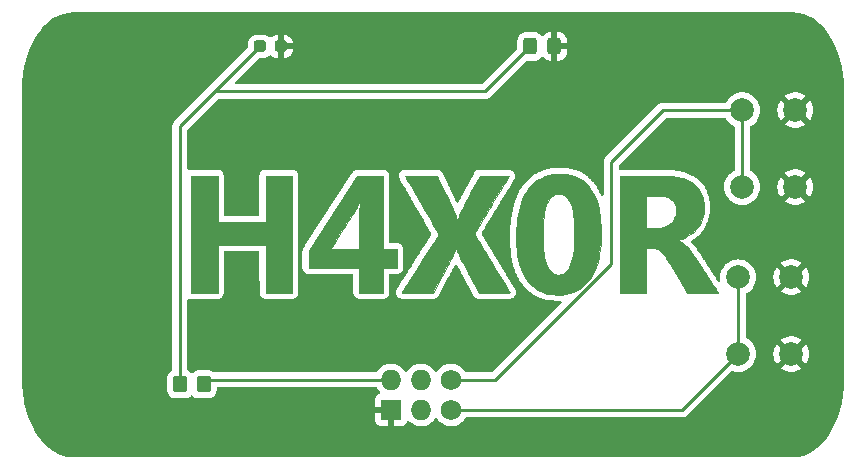
<source format=gbr>
%TF.GenerationSoftware,KiCad,Pcbnew,(7.0.0)*%
%TF.CreationDate,2024-07-03T12:20:39-05:00*%
%TF.ProjectId,DC32H4X0R,44433332-4834-4583-9052-2e6b69636164,rev?*%
%TF.SameCoordinates,Original*%
%TF.FileFunction,Copper,L1,Top*%
%TF.FilePolarity,Positive*%
%FSLAX46Y46*%
G04 Gerber Fmt 4.6, Leading zero omitted, Abs format (unit mm)*
G04 Created by KiCad (PCBNEW (7.0.0)) date 2024-07-03 12:20:39*
%MOMM*%
%LPD*%
G01*
G04 APERTURE LIST*
G04 Aperture macros list*
%AMRoundRect*
0 Rectangle with rounded corners*
0 $1 Rounding radius*
0 $2 $3 $4 $5 $6 $7 $8 $9 X,Y pos of 4 corners*
0 Add a 4 corners polygon primitive as box body*
4,1,4,$2,$3,$4,$5,$6,$7,$8,$9,$2,$3,0*
0 Add four circle primitives for the rounded corners*
1,1,$1+$1,$2,$3*
1,1,$1+$1,$4,$5*
1,1,$1+$1,$6,$7*
1,1,$1+$1,$8,$9*
0 Add four rect primitives between the rounded corners*
20,1,$1+$1,$2,$3,$4,$5,0*
20,1,$1+$1,$4,$5,$6,$7,0*
20,1,$1+$1,$6,$7,$8,$9,0*
20,1,$1+$1,$8,$9,$2,$3,0*%
G04 Aperture macros list end*
%TA.AperFunction,EtchedComponent*%
%ADD10C,0.010000*%
%TD*%
%TA.AperFunction,ComponentPad*%
%ADD11C,1.727200*%
%TD*%
%TA.AperFunction,ComponentPad*%
%ADD12O,1.727200X1.727200*%
%TD*%
%TA.AperFunction,ComponentPad*%
%ADD13R,1.727200X1.727200*%
%TD*%
%TA.AperFunction,ComponentPad*%
%ADD14C,2.000000*%
%TD*%
%TA.AperFunction,SMDPad,CuDef*%
%ADD15RoundRect,0.237500X0.287500X0.237500X-0.287500X0.237500X-0.287500X-0.237500X0.287500X-0.237500X0*%
%TD*%
%TA.AperFunction,SMDPad,CuDef*%
%ADD16RoundRect,0.250000X0.325000X0.450000X-0.325000X0.450000X-0.325000X-0.450000X0.325000X-0.450000X0*%
%TD*%
%TA.AperFunction,SMDPad,CuDef*%
%ADD17RoundRect,0.250000X-0.350000X-0.450000X0.350000X-0.450000X0.350000X0.450000X-0.350000X0.450000X0*%
%TD*%
%TA.AperFunction,Conductor*%
%ADD18C,0.250000*%
%TD*%
G04 APERTURE END LIST*
%TO.C,G\u002A\u002A\u002A*%
G36*
X78298313Y-61314854D02*
G01*
X80525900Y-61314854D01*
X80527361Y-61838029D01*
X80527990Y-61871993D01*
X80535800Y-62176776D01*
X80547121Y-62446060D01*
X80562683Y-62686587D01*
X80583215Y-62905100D01*
X80609448Y-63108341D01*
X80642111Y-63303053D01*
X80681934Y-63495979D01*
X80721901Y-63663366D01*
X80809117Y-63958224D01*
X80912541Y-64214203D01*
X81032414Y-64431633D01*
X81168978Y-64610841D01*
X81322476Y-64752156D01*
X81493148Y-64855908D01*
X81640807Y-64911680D01*
X81722694Y-64925891D01*
X81830697Y-64932038D01*
X81949438Y-64930453D01*
X82063541Y-64921467D01*
X82157628Y-64905411D01*
X82176812Y-64900150D01*
X82234279Y-64875962D01*
X82309770Y-64835549D01*
X82387081Y-64787596D01*
X82388106Y-64786907D01*
X82532898Y-64668696D01*
X82663245Y-64517927D01*
X82779460Y-64333645D01*
X82881855Y-64114892D01*
X82970743Y-63860714D01*
X83046436Y-63570154D01*
X83109247Y-63242254D01*
X83159487Y-62876060D01*
X83197469Y-62470614D01*
X83211132Y-62266934D01*
X83219618Y-62076574D01*
X83224676Y-61856636D01*
X83226455Y-61616241D01*
X83225105Y-61364510D01*
X83220774Y-61110564D01*
X83213612Y-60863524D01*
X83203767Y-60632510D01*
X83191388Y-60426645D01*
X83178556Y-60273909D01*
X83130794Y-59883168D01*
X83069352Y-59532045D01*
X82994065Y-59220042D01*
X82904769Y-58946659D01*
X82801300Y-58711397D01*
X82683493Y-58513758D01*
X82551185Y-58353243D01*
X82544226Y-58346222D01*
X82417037Y-58234180D01*
X82290656Y-58157408D01*
X82153501Y-58110696D01*
X81993989Y-58088834D01*
X81968933Y-58087447D01*
X81775147Y-58091987D01*
X81605580Y-58127194D01*
X81452456Y-58196018D01*
X81307997Y-58301406D01*
X81242351Y-58362939D01*
X81097844Y-58535024D01*
X80969571Y-58746038D01*
X80857529Y-58996002D01*
X80761714Y-59284936D01*
X80682122Y-59612859D01*
X80618749Y-59979793D01*
X80571590Y-60385756D01*
X80540642Y-60830770D01*
X80525900Y-61314854D01*
X78298313Y-61314854D01*
X78300323Y-61184871D01*
X78323310Y-60733584D01*
X78362441Y-60312137D01*
X78418386Y-59915620D01*
X78491814Y-59539122D01*
X78583397Y-59177734D01*
X78672408Y-58889538D01*
X78816985Y-58510450D01*
X78987986Y-58157733D01*
X79183885Y-57833258D01*
X79403159Y-57538899D01*
X79644282Y-57276527D01*
X79905729Y-57048015D01*
X80185975Y-56855235D01*
X80439347Y-56720155D01*
X80753982Y-56594018D01*
X81087717Y-56498310D01*
X81434712Y-56433025D01*
X81789123Y-56398157D01*
X82145111Y-56393701D01*
X82496832Y-56419651D01*
X82838446Y-56476001D01*
X83164111Y-56562745D01*
X83467985Y-56679877D01*
X83558667Y-56723272D01*
X83794818Y-56860573D01*
X84028115Y-57031122D01*
X84248325Y-57226481D01*
X84445215Y-57438213D01*
X84485269Y-57487263D01*
X84659125Y-57732846D01*
X84819749Y-58014420D01*
X84965180Y-58327169D01*
X85093462Y-58666279D01*
X85202635Y-59026936D01*
X85290740Y-59404326D01*
X85313205Y-59522493D01*
X85379763Y-59957440D01*
X85427898Y-60415011D01*
X85457653Y-60887109D01*
X85469070Y-61365640D01*
X85462193Y-61842510D01*
X85437063Y-62309625D01*
X85393723Y-62758889D01*
X85332215Y-63182208D01*
X85292877Y-63390311D01*
X85185803Y-63834177D01*
X85053701Y-64248553D01*
X84897190Y-64632475D01*
X84716890Y-64984977D01*
X84513422Y-65305094D01*
X84287406Y-65591862D01*
X84039462Y-65844314D01*
X83770210Y-66061485D01*
X83480271Y-66242411D01*
X83449771Y-66258679D01*
X83143150Y-66397009D01*
X82811605Y-66503938D01*
X82459388Y-66578735D01*
X82090756Y-66620669D01*
X81709964Y-66629008D01*
X81399667Y-66611022D01*
X81027898Y-66559114D01*
X80682541Y-66474748D01*
X80361999Y-66357212D01*
X80064674Y-66205792D01*
X79788969Y-66019773D01*
X79533288Y-65798442D01*
X79493486Y-65759055D01*
X79284482Y-65527966D01*
X79100547Y-65279648D01*
X78938431Y-65008528D01*
X78794882Y-64709032D01*
X78666653Y-64375590D01*
X78639255Y-64294331D01*
X78540041Y-63960496D01*
X78458466Y-63613397D01*
X78393909Y-63248349D01*
X78345754Y-62860665D01*
X78313380Y-62445659D01*
X78296168Y-61998646D01*
X78292810Y-61670909D01*
X78298313Y-61314854D01*
G37*
D10*
X78298313Y-61314854D02*
X80525900Y-61314854D01*
X80527361Y-61838029D01*
X80527990Y-61871993D01*
X80535800Y-62176776D01*
X80547121Y-62446060D01*
X80562683Y-62686587D01*
X80583215Y-62905100D01*
X80609448Y-63108341D01*
X80642111Y-63303053D01*
X80681934Y-63495979D01*
X80721901Y-63663366D01*
X80809117Y-63958224D01*
X80912541Y-64214203D01*
X81032414Y-64431633D01*
X81168978Y-64610841D01*
X81322476Y-64752156D01*
X81493148Y-64855908D01*
X81640807Y-64911680D01*
X81722694Y-64925891D01*
X81830697Y-64932038D01*
X81949438Y-64930453D01*
X82063541Y-64921467D01*
X82157628Y-64905411D01*
X82176812Y-64900150D01*
X82234279Y-64875962D01*
X82309770Y-64835549D01*
X82387081Y-64787596D01*
X82388106Y-64786907D01*
X82532898Y-64668696D01*
X82663245Y-64517927D01*
X82779460Y-64333645D01*
X82881855Y-64114892D01*
X82970743Y-63860714D01*
X83046436Y-63570154D01*
X83109247Y-63242254D01*
X83159487Y-62876060D01*
X83197469Y-62470614D01*
X83211132Y-62266934D01*
X83219618Y-62076574D01*
X83224676Y-61856636D01*
X83226455Y-61616241D01*
X83225105Y-61364510D01*
X83220774Y-61110564D01*
X83213612Y-60863524D01*
X83203767Y-60632510D01*
X83191388Y-60426645D01*
X83178556Y-60273909D01*
X83130794Y-59883168D01*
X83069352Y-59532045D01*
X82994065Y-59220042D01*
X82904769Y-58946659D01*
X82801300Y-58711397D01*
X82683493Y-58513758D01*
X82551185Y-58353243D01*
X82544226Y-58346222D01*
X82417037Y-58234180D01*
X82290656Y-58157408D01*
X82153501Y-58110696D01*
X81993989Y-58088834D01*
X81968933Y-58087447D01*
X81775147Y-58091987D01*
X81605580Y-58127194D01*
X81452456Y-58196018D01*
X81307997Y-58301406D01*
X81242351Y-58362939D01*
X81097844Y-58535024D01*
X80969571Y-58746038D01*
X80857529Y-58996002D01*
X80761714Y-59284936D01*
X80682122Y-59612859D01*
X80618749Y-59979793D01*
X80571590Y-60385756D01*
X80540642Y-60830770D01*
X80525900Y-61314854D01*
X78298313Y-61314854D01*
X78300323Y-61184871D01*
X78323310Y-60733584D01*
X78362441Y-60312137D01*
X78418386Y-59915620D01*
X78491814Y-59539122D01*
X78583397Y-59177734D01*
X78672408Y-58889538D01*
X78816985Y-58510450D01*
X78987986Y-58157733D01*
X79183885Y-57833258D01*
X79403159Y-57538899D01*
X79644282Y-57276527D01*
X79905729Y-57048015D01*
X80185975Y-56855235D01*
X80439347Y-56720155D01*
X80753982Y-56594018D01*
X81087717Y-56498310D01*
X81434712Y-56433025D01*
X81789123Y-56398157D01*
X82145111Y-56393701D01*
X82496832Y-56419651D01*
X82838446Y-56476001D01*
X83164111Y-56562745D01*
X83467985Y-56679877D01*
X83558667Y-56723272D01*
X83794818Y-56860573D01*
X84028115Y-57031122D01*
X84248325Y-57226481D01*
X84445215Y-57438213D01*
X84485269Y-57487263D01*
X84659125Y-57732846D01*
X84819749Y-58014420D01*
X84965180Y-58327169D01*
X85093462Y-58666279D01*
X85202635Y-59026936D01*
X85290740Y-59404326D01*
X85313205Y-59522493D01*
X85379763Y-59957440D01*
X85427898Y-60415011D01*
X85457653Y-60887109D01*
X85469070Y-61365640D01*
X85462193Y-61842510D01*
X85437063Y-62309625D01*
X85393723Y-62758889D01*
X85332215Y-63182208D01*
X85292877Y-63390311D01*
X85185803Y-63834177D01*
X85053701Y-64248553D01*
X84897190Y-64632475D01*
X84716890Y-64984977D01*
X84513422Y-65305094D01*
X84287406Y-65591862D01*
X84039462Y-65844314D01*
X83770210Y-66061485D01*
X83480271Y-66242411D01*
X83449771Y-66258679D01*
X83143150Y-66397009D01*
X82811605Y-66503938D01*
X82459388Y-66578735D01*
X82090756Y-66620669D01*
X81709964Y-66629008D01*
X81399667Y-66611022D01*
X81027898Y-66559114D01*
X80682541Y-66474748D01*
X80361999Y-66357212D01*
X80064674Y-66205792D01*
X79788969Y-66019773D01*
X79533288Y-65798442D01*
X79493486Y-65759055D01*
X79284482Y-65527966D01*
X79100547Y-65279648D01*
X78938431Y-65008528D01*
X78794882Y-64709032D01*
X78666653Y-64375590D01*
X78639255Y-64294331D01*
X78540041Y-63960496D01*
X78458466Y-63613397D01*
X78393909Y-63248349D01*
X78345754Y-62860665D01*
X78313380Y-62445659D01*
X78296168Y-61998646D01*
X78292810Y-61670909D01*
X78298313Y-61314854D01*
G36*
X53004584Y-60496159D02*
G01*
X57068584Y-60496159D01*
X57068584Y-56559159D01*
X59333417Y-56559159D01*
X59333417Y-66465530D01*
X57079167Y-66454576D01*
X57073768Y-64449034D01*
X57068369Y-62443493D01*
X53004584Y-62443493D01*
X53004584Y-66465159D01*
X50760917Y-66465159D01*
X50760917Y-56559159D01*
X53004584Y-56559159D01*
X53004584Y-60496159D01*
G37*
X53004584Y-60496159D02*
X57068584Y-60496159D01*
X57068584Y-56559159D01*
X59333417Y-56559159D01*
X59333417Y-66465530D01*
X57079167Y-66454576D01*
X57073768Y-64449034D01*
X57068369Y-62443493D01*
X53004584Y-62443493D01*
X53004584Y-66465159D01*
X50760917Y-66465159D01*
X50760917Y-56559159D01*
X53004584Y-56559159D01*
X53004584Y-60496159D01*
G36*
X64851716Y-56569743D02*
G01*
X65934316Y-56564259D01*
X67016917Y-56558775D01*
X67016917Y-62782159D01*
X68202250Y-62782159D01*
X68202250Y-64348493D01*
X67016917Y-64348493D01*
X67016917Y-66465159D01*
X66025611Y-66465159D01*
X65824699Y-66464867D01*
X65636840Y-66464029D01*
X65466253Y-66462705D01*
X65317157Y-66460955D01*
X65193774Y-66458837D01*
X65100323Y-66456410D01*
X65041023Y-66453734D01*
X65020195Y-66451048D01*
X65017410Y-66427709D01*
X65014808Y-66366144D01*
X65012443Y-66270461D01*
X65010370Y-66144768D01*
X65008643Y-65993172D01*
X65007317Y-65819781D01*
X65006448Y-65628702D01*
X65006090Y-65424043D01*
X65006084Y-65392715D01*
X65006084Y-64348493D01*
X60709250Y-64348493D01*
X60709250Y-62955635D01*
X60821782Y-62782159D01*
X62545881Y-62782159D01*
X65001105Y-62782159D01*
X65013157Y-60840118D01*
X65015069Y-60555561D01*
X65017189Y-60282074D01*
X65019478Y-60022757D01*
X65021896Y-59780710D01*
X65024401Y-59559033D01*
X65026955Y-59360825D01*
X65029516Y-59189186D01*
X65032045Y-59047215D01*
X65034502Y-58938013D01*
X65036846Y-58864680D01*
X65039037Y-58830314D01*
X65039216Y-58829284D01*
X65045593Y-58777360D01*
X65037454Y-58762084D01*
X65017234Y-58781312D01*
X64987368Y-58832900D01*
X64955040Y-58903368D01*
X64919936Y-58983340D01*
X64880305Y-59067341D01*
X64834633Y-59157890D01*
X64781400Y-59257506D01*
X64719092Y-59368709D01*
X64646191Y-59494017D01*
X64561180Y-59635951D01*
X64462543Y-59797030D01*
X64348762Y-59979772D01*
X64218322Y-60186699D01*
X64069706Y-60420328D01*
X63901396Y-60683179D01*
X63711877Y-60977773D01*
X63626609Y-61109993D01*
X63475956Y-61343448D01*
X63331288Y-61567599D01*
X63194332Y-61779772D01*
X63066817Y-61977291D01*
X62950469Y-62157483D01*
X62847015Y-62317672D01*
X62758183Y-62455184D01*
X62685700Y-62567344D01*
X62631294Y-62651478D01*
X62596692Y-62704910D01*
X62584299Y-62723951D01*
X62545881Y-62782159D01*
X60821782Y-62782159D01*
X64851716Y-56569743D01*
G37*
X64851716Y-56569743D02*
X65934316Y-56564259D01*
X67016917Y-56558775D01*
X67016917Y-62782159D01*
X68202250Y-62782159D01*
X68202250Y-64348493D01*
X67016917Y-64348493D01*
X67016917Y-66465159D01*
X66025611Y-66465159D01*
X65824699Y-66464867D01*
X65636840Y-66464029D01*
X65466253Y-66462705D01*
X65317157Y-66460955D01*
X65193774Y-66458837D01*
X65100323Y-66456410D01*
X65041023Y-66453734D01*
X65020195Y-66451048D01*
X65017410Y-66427709D01*
X65014808Y-66366144D01*
X65012443Y-66270461D01*
X65010370Y-66144768D01*
X65008643Y-65993172D01*
X65007317Y-65819781D01*
X65006448Y-65628702D01*
X65006090Y-65424043D01*
X65006084Y-65392715D01*
X65006084Y-64348493D01*
X60709250Y-64348493D01*
X60709250Y-62955635D01*
X60821782Y-62782159D01*
X62545881Y-62782159D01*
X65001105Y-62782159D01*
X65013157Y-60840118D01*
X65015069Y-60555561D01*
X65017189Y-60282074D01*
X65019478Y-60022757D01*
X65021896Y-59780710D01*
X65024401Y-59559033D01*
X65026955Y-59360825D01*
X65029516Y-59189186D01*
X65032045Y-59047215D01*
X65034502Y-58938013D01*
X65036846Y-58864680D01*
X65039037Y-58830314D01*
X65039216Y-58829284D01*
X65045593Y-58777360D01*
X65037454Y-58762084D01*
X65017234Y-58781312D01*
X64987368Y-58832900D01*
X64955040Y-58903368D01*
X64919936Y-58983340D01*
X64880305Y-59067341D01*
X64834633Y-59157890D01*
X64781400Y-59257506D01*
X64719092Y-59368709D01*
X64646191Y-59494017D01*
X64561180Y-59635951D01*
X64462543Y-59797030D01*
X64348762Y-59979772D01*
X64218322Y-60186699D01*
X64069706Y-60420328D01*
X63901396Y-60683179D01*
X63711877Y-60977773D01*
X63626609Y-61109993D01*
X63475956Y-61343448D01*
X63331288Y-61567599D01*
X63194332Y-61779772D01*
X63066817Y-61977291D01*
X62950469Y-62157483D01*
X62847015Y-62317672D01*
X62758183Y-62455184D01*
X62685700Y-62567344D01*
X62631294Y-62651478D01*
X62596692Y-62704910D01*
X62584299Y-62723951D01*
X62545881Y-62782159D01*
X60821782Y-62782159D01*
X64851716Y-56569743D01*
G36*
X76708161Y-56559299D02*
G01*
X76935808Y-56559760D01*
X77126817Y-56560608D01*
X77284034Y-56561907D01*
X77410307Y-56563722D01*
X77508484Y-56566118D01*
X77581410Y-56569160D01*
X77631933Y-56572911D01*
X77662900Y-56577437D01*
X77677159Y-56582802D01*
X77678657Y-56587275D01*
X77666582Y-56608485D01*
X77633864Y-56663780D01*
X77581788Y-56751029D01*
X77511636Y-56868103D01*
X77424690Y-57012872D01*
X77322233Y-57183208D01*
X77205547Y-57376979D01*
X77075916Y-57592057D01*
X76934621Y-57826313D01*
X76782947Y-58077616D01*
X76622174Y-58343837D01*
X76453586Y-58622846D01*
X76278466Y-58912514D01*
X76204265Y-59035206D01*
X76006655Y-59362295D01*
X75819892Y-59672176D01*
X75644929Y-59963245D01*
X75482715Y-60233896D01*
X75334201Y-60482524D01*
X75200338Y-60707524D01*
X75082076Y-60907291D01*
X74980367Y-61080220D01*
X74896161Y-61224706D01*
X74830409Y-61339143D01*
X74784062Y-61421928D01*
X74758070Y-61471454D01*
X74752554Y-61486012D01*
X74764846Y-61507504D01*
X74797951Y-61562988D01*
X74850583Y-61650347D01*
X74921456Y-61767469D01*
X75009281Y-61912237D01*
X75112772Y-62082537D01*
X75230642Y-62276255D01*
X75361603Y-62491274D01*
X75504368Y-62725482D01*
X75657651Y-62976762D01*
X75820164Y-63242999D01*
X75990620Y-63522080D01*
X76167731Y-63811889D01*
X76255782Y-63955905D01*
X76435706Y-64250246D01*
X76609620Y-64534943D01*
X76776236Y-64807876D01*
X76934263Y-65066925D01*
X77082413Y-65309972D01*
X77219396Y-65534896D01*
X77343923Y-65739577D01*
X77454705Y-65921897D01*
X77550453Y-66079734D01*
X77629877Y-66210971D01*
X77691689Y-66313486D01*
X77734598Y-66385161D01*
X77757316Y-66423876D01*
X77760676Y-66430143D01*
X77761163Y-66437329D01*
X77754667Y-66443444D01*
X77738169Y-66448558D01*
X77708652Y-66452737D01*
X77663095Y-66456052D01*
X77598480Y-66458571D01*
X77511787Y-66460362D01*
X77399999Y-66461494D01*
X77260095Y-66462036D01*
X77089058Y-66462055D01*
X76883868Y-66461622D01*
X76641505Y-66460804D01*
X76445371Y-66460027D01*
X75116506Y-66454576D01*
X74242995Y-64803576D01*
X74089021Y-64512364D01*
X73953680Y-64255893D01*
X73835671Y-64031560D01*
X73733689Y-63836761D01*
X73646434Y-63668891D01*
X73572602Y-63525348D01*
X73510891Y-63403527D01*
X73459999Y-63300824D01*
X73418623Y-63214636D01*
X73385461Y-63142358D01*
X73359210Y-63081386D01*
X73338568Y-63029118D01*
X73322233Y-62982948D01*
X73308901Y-62940273D01*
X73306022Y-62930326D01*
X73278217Y-62830913D01*
X73253561Y-62739068D01*
X73235288Y-62667038D01*
X73228027Y-62634970D01*
X73220325Y-62601561D01*
X73212605Y-62591715D01*
X73201879Y-62609929D01*
X73185161Y-62660698D01*
X73164758Y-62730220D01*
X73142825Y-62803616D01*
X73119556Y-62875584D01*
X73093571Y-62948949D01*
X73063490Y-63026540D01*
X73027933Y-63111182D01*
X72985521Y-63205705D01*
X72934872Y-63312934D01*
X72874608Y-63435697D01*
X72803348Y-63576821D01*
X72719712Y-63739133D01*
X72622320Y-63925460D01*
X72509791Y-64138630D01*
X72380747Y-64381470D01*
X72233807Y-64656806D01*
X72125388Y-64859505D01*
X71266016Y-66465159D01*
X69932952Y-66465159D01*
X69660424Y-66465072D01*
X69427277Y-66464763D01*
X69230556Y-66464160D01*
X69067308Y-66463193D01*
X68934580Y-66461789D01*
X68829419Y-66459877D01*
X68748871Y-66457386D01*
X68689983Y-66454243D01*
X68649802Y-66450378D01*
X68625375Y-66445719D01*
X68613748Y-66440194D01*
X68611968Y-66433732D01*
X68612162Y-66433174D01*
X68624835Y-66411757D01*
X68658955Y-66356755D01*
X68713191Y-66270265D01*
X68786214Y-66154384D01*
X68876693Y-66011211D01*
X68983297Y-65842843D01*
X69104697Y-65651377D01*
X69239561Y-65438912D01*
X69386559Y-65207546D01*
X69544361Y-64959375D01*
X69711637Y-64696497D01*
X69887055Y-64421011D01*
X70069286Y-64135013D01*
X70152614Y-64004299D01*
X70337785Y-63713822D01*
X70516975Y-63432646D01*
X70688833Y-63162893D01*
X70852009Y-62906687D01*
X71005153Y-62666149D01*
X71146915Y-62443402D01*
X71275945Y-62240568D01*
X71390893Y-62059771D01*
X71490408Y-61903133D01*
X71573140Y-61772776D01*
X71637741Y-61670823D01*
X71682858Y-61599396D01*
X71707143Y-61560618D01*
X71710855Y-61554493D01*
X71714549Y-61545958D01*
X71715940Y-61534954D01*
X71713989Y-61519622D01*
X71707656Y-61498103D01*
X71695903Y-61468536D01*
X71677692Y-61429063D01*
X71651982Y-61377825D01*
X71617735Y-61312963D01*
X71573911Y-61232616D01*
X71519473Y-61134927D01*
X71453381Y-61018036D01*
X71374595Y-60880083D01*
X71282077Y-60719210D01*
X71174788Y-60533557D01*
X71051689Y-60321265D01*
X70911741Y-60080474D01*
X70753905Y-59809327D01*
X70577142Y-59505962D01*
X70380412Y-59168522D01*
X70310251Y-59048202D01*
X70137326Y-58751531D01*
X69970381Y-58464862D01*
X69810650Y-58190326D01*
X69659368Y-57930056D01*
X69517769Y-57686185D01*
X69387088Y-57460845D01*
X69268559Y-57256171D01*
X69163418Y-57074293D01*
X69072898Y-56917345D01*
X68998235Y-56787461D01*
X68940663Y-56686771D01*
X68901417Y-56617410D01*
X68881732Y-56581509D01*
X68879584Y-56576838D01*
X68900160Y-56573802D01*
X68959533Y-56571094D01*
X69054166Y-56568744D01*
X69180522Y-56566787D01*
X69335066Y-56565255D01*
X69514261Y-56564179D01*
X69714571Y-56563594D01*
X69932460Y-56563531D01*
X70164391Y-56564024D01*
X70238785Y-56564295D01*
X71597987Y-56569743D01*
X72047738Y-57511659D01*
X72208373Y-57848165D01*
X72351820Y-58148915D01*
X72479186Y-58416326D01*
X72591579Y-58652816D01*
X72690107Y-58860806D01*
X72775878Y-59042712D01*
X72850000Y-59200954D01*
X72913580Y-59337949D01*
X72967726Y-59456117D01*
X73013546Y-59557876D01*
X73052147Y-59645644D01*
X73084638Y-59721840D01*
X73112127Y-59788882D01*
X73135720Y-59849189D01*
X73156527Y-59905179D01*
X73175654Y-59959270D01*
X73194209Y-60013882D01*
X73195082Y-60016491D01*
X73231552Y-60124533D01*
X73263624Y-60217625D01*
X73288817Y-60288712D01*
X73304648Y-60330743D01*
X73308561Y-60339026D01*
X73318636Y-60325256D01*
X73336362Y-60280951D01*
X73354615Y-60226027D01*
X73385731Y-60127467D01*
X73416857Y-60033915D01*
X73449508Y-59942208D01*
X73485196Y-59849183D01*
X73525437Y-59751678D01*
X73571745Y-59646529D01*
X73625632Y-59530574D01*
X73688613Y-59400650D01*
X73762203Y-59253595D01*
X73847915Y-59086245D01*
X73947262Y-58895437D01*
X74061760Y-58678010D01*
X74192922Y-58430799D01*
X74342262Y-58150643D01*
X74398091Y-58046118D01*
X75192610Y-56559159D01*
X76441028Y-56559159D01*
X76708161Y-56559299D01*
G37*
X76708161Y-56559299D02*
X76935808Y-56559760D01*
X77126817Y-56560608D01*
X77284034Y-56561907D01*
X77410307Y-56563722D01*
X77508484Y-56566118D01*
X77581410Y-56569160D01*
X77631933Y-56572911D01*
X77662900Y-56577437D01*
X77677159Y-56582802D01*
X77678657Y-56587275D01*
X77666582Y-56608485D01*
X77633864Y-56663780D01*
X77581788Y-56751029D01*
X77511636Y-56868103D01*
X77424690Y-57012872D01*
X77322233Y-57183208D01*
X77205547Y-57376979D01*
X77075916Y-57592057D01*
X76934621Y-57826313D01*
X76782947Y-58077616D01*
X76622174Y-58343837D01*
X76453586Y-58622846D01*
X76278466Y-58912514D01*
X76204265Y-59035206D01*
X76006655Y-59362295D01*
X75819892Y-59672176D01*
X75644929Y-59963245D01*
X75482715Y-60233896D01*
X75334201Y-60482524D01*
X75200338Y-60707524D01*
X75082076Y-60907291D01*
X74980367Y-61080220D01*
X74896161Y-61224706D01*
X74830409Y-61339143D01*
X74784062Y-61421928D01*
X74758070Y-61471454D01*
X74752554Y-61486012D01*
X74764846Y-61507504D01*
X74797951Y-61562988D01*
X74850583Y-61650347D01*
X74921456Y-61767469D01*
X75009281Y-61912237D01*
X75112772Y-62082537D01*
X75230642Y-62276255D01*
X75361603Y-62491274D01*
X75504368Y-62725482D01*
X75657651Y-62976762D01*
X75820164Y-63242999D01*
X75990620Y-63522080D01*
X76167731Y-63811889D01*
X76255782Y-63955905D01*
X76435706Y-64250246D01*
X76609620Y-64534943D01*
X76776236Y-64807876D01*
X76934263Y-65066925D01*
X77082413Y-65309972D01*
X77219396Y-65534896D01*
X77343923Y-65739577D01*
X77454705Y-65921897D01*
X77550453Y-66079734D01*
X77629877Y-66210971D01*
X77691689Y-66313486D01*
X77734598Y-66385161D01*
X77757316Y-66423876D01*
X77760676Y-66430143D01*
X77761163Y-66437329D01*
X77754667Y-66443444D01*
X77738169Y-66448558D01*
X77708652Y-66452737D01*
X77663095Y-66456052D01*
X77598480Y-66458571D01*
X77511787Y-66460362D01*
X77399999Y-66461494D01*
X77260095Y-66462036D01*
X77089058Y-66462055D01*
X76883868Y-66461622D01*
X76641505Y-66460804D01*
X76445371Y-66460027D01*
X75116506Y-66454576D01*
X74242995Y-64803576D01*
X74089021Y-64512364D01*
X73953680Y-64255893D01*
X73835671Y-64031560D01*
X73733689Y-63836761D01*
X73646434Y-63668891D01*
X73572602Y-63525348D01*
X73510891Y-63403527D01*
X73459999Y-63300824D01*
X73418623Y-63214636D01*
X73385461Y-63142358D01*
X73359210Y-63081386D01*
X73338568Y-63029118D01*
X73322233Y-62982948D01*
X73308901Y-62940273D01*
X73306022Y-62930326D01*
X73278217Y-62830913D01*
X73253561Y-62739068D01*
X73235288Y-62667038D01*
X73228027Y-62634970D01*
X73220325Y-62601561D01*
X73212605Y-62591715D01*
X73201879Y-62609929D01*
X73185161Y-62660698D01*
X73164758Y-62730220D01*
X73142825Y-62803616D01*
X73119556Y-62875584D01*
X73093571Y-62948949D01*
X73063490Y-63026540D01*
X73027933Y-63111182D01*
X72985521Y-63205705D01*
X72934872Y-63312934D01*
X72874608Y-63435697D01*
X72803348Y-63576821D01*
X72719712Y-63739133D01*
X72622320Y-63925460D01*
X72509791Y-64138630D01*
X72380747Y-64381470D01*
X72233807Y-64656806D01*
X72125388Y-64859505D01*
X71266016Y-66465159D01*
X69932952Y-66465159D01*
X69660424Y-66465072D01*
X69427277Y-66464763D01*
X69230556Y-66464160D01*
X69067308Y-66463193D01*
X68934580Y-66461789D01*
X68829419Y-66459877D01*
X68748871Y-66457386D01*
X68689983Y-66454243D01*
X68649802Y-66450378D01*
X68625375Y-66445719D01*
X68613748Y-66440194D01*
X68611968Y-66433732D01*
X68612162Y-66433174D01*
X68624835Y-66411757D01*
X68658955Y-66356755D01*
X68713191Y-66270265D01*
X68786214Y-66154384D01*
X68876693Y-66011211D01*
X68983297Y-65842843D01*
X69104697Y-65651377D01*
X69239561Y-65438912D01*
X69386559Y-65207546D01*
X69544361Y-64959375D01*
X69711637Y-64696497D01*
X69887055Y-64421011D01*
X70069286Y-64135013D01*
X70152614Y-64004299D01*
X70337785Y-63713822D01*
X70516975Y-63432646D01*
X70688833Y-63162893D01*
X70852009Y-62906687D01*
X71005153Y-62666149D01*
X71146915Y-62443402D01*
X71275945Y-62240568D01*
X71390893Y-62059771D01*
X71490408Y-61903133D01*
X71573140Y-61772776D01*
X71637741Y-61670823D01*
X71682858Y-61599396D01*
X71707143Y-61560618D01*
X71710855Y-61554493D01*
X71714549Y-61545958D01*
X71715940Y-61534954D01*
X71713989Y-61519622D01*
X71707656Y-61498103D01*
X71695903Y-61468536D01*
X71677692Y-61429063D01*
X71651982Y-61377825D01*
X71617735Y-61312963D01*
X71573911Y-61232616D01*
X71519473Y-61134927D01*
X71453381Y-61018036D01*
X71374595Y-60880083D01*
X71282077Y-60719210D01*
X71174788Y-60533557D01*
X71051689Y-60321265D01*
X70911741Y-60080474D01*
X70753905Y-59809327D01*
X70577142Y-59505962D01*
X70380412Y-59168522D01*
X70310251Y-59048202D01*
X70137326Y-58751531D01*
X69970381Y-58464862D01*
X69810650Y-58190326D01*
X69659368Y-57930056D01*
X69517769Y-57686185D01*
X69387088Y-57460845D01*
X69268559Y-57256171D01*
X69163418Y-57074293D01*
X69072898Y-56917345D01*
X68998235Y-56787461D01*
X68940663Y-56686771D01*
X68901417Y-56617410D01*
X68881732Y-56581509D01*
X68879584Y-56576838D01*
X68900160Y-56573802D01*
X68959533Y-56571094D01*
X69054166Y-56568744D01*
X69180522Y-56566787D01*
X69335066Y-56565255D01*
X69514261Y-56564179D01*
X69714571Y-56563594D01*
X69932460Y-56563531D01*
X70164391Y-56564024D01*
X70238785Y-56564295D01*
X71597987Y-56569743D01*
X72047738Y-57511659D01*
X72208373Y-57848165D01*
X72351820Y-58148915D01*
X72479186Y-58416326D01*
X72591579Y-58652816D01*
X72690107Y-58860806D01*
X72775878Y-59042712D01*
X72850000Y-59200954D01*
X72913580Y-59337949D01*
X72967726Y-59456117D01*
X73013546Y-59557876D01*
X73052147Y-59645644D01*
X73084638Y-59721840D01*
X73112127Y-59788882D01*
X73135720Y-59849189D01*
X73156527Y-59905179D01*
X73175654Y-59959270D01*
X73194209Y-60013882D01*
X73195082Y-60016491D01*
X73231552Y-60124533D01*
X73263624Y-60217625D01*
X73288817Y-60288712D01*
X73304648Y-60330743D01*
X73308561Y-60339026D01*
X73318636Y-60325256D01*
X73336362Y-60280951D01*
X73354615Y-60226027D01*
X73385731Y-60127467D01*
X73416857Y-60033915D01*
X73449508Y-59942208D01*
X73485196Y-59849183D01*
X73525437Y-59751678D01*
X73571745Y-59646529D01*
X73625632Y-59530574D01*
X73688613Y-59400650D01*
X73762203Y-59253595D01*
X73847915Y-59086245D01*
X73947262Y-58895437D01*
X74061760Y-58678010D01*
X74192922Y-58430799D01*
X74342262Y-58150643D01*
X74398091Y-58046118D01*
X75192610Y-56559159D01*
X76441028Y-56559159D01*
X76708161Y-56559299D01*
G36*
X87040584Y-60988318D02*
G01*
X87040584Y-58249066D01*
X89305417Y-58249066D01*
X89305417Y-60988318D01*
X89924542Y-60977515D01*
X90109698Y-60973974D01*
X90258461Y-60970240D01*
X90376767Y-60965895D01*
X90470556Y-60960522D01*
X90545766Y-60953701D01*
X90608335Y-60945017D01*
X90664202Y-60934051D01*
X90713000Y-60922059D01*
X90959377Y-60837376D01*
X91179678Y-60720881D01*
X91372106Y-60574155D01*
X91534864Y-60398780D01*
X91666155Y-60196340D01*
X91749947Y-60008881D01*
X91789683Y-59863834D01*
X91814694Y-59693389D01*
X91824207Y-59512118D01*
X91817451Y-59334590D01*
X91794003Y-59176937D01*
X91727827Y-58964643D01*
X91629950Y-58780388D01*
X91500266Y-58624036D01*
X91338668Y-58495451D01*
X91206505Y-58421891D01*
X91124180Y-58383764D01*
X91048785Y-58352473D01*
X90974914Y-58327273D01*
X90897162Y-58307421D01*
X90810121Y-58292172D01*
X90708385Y-58280783D01*
X90586548Y-58272509D01*
X90439203Y-58266606D01*
X90260944Y-58262331D01*
X90046365Y-58258940D01*
X90019792Y-58258582D01*
X89305417Y-58249066D01*
X87040584Y-58249066D01*
X87040584Y-56556754D01*
X89162542Y-56565129D01*
X89521207Y-56566572D01*
X89840453Y-56567982D01*
X90123193Y-56569478D01*
X90372341Y-56571175D01*
X90590812Y-56573192D01*
X90781519Y-56575644D01*
X90947375Y-56578650D01*
X91091295Y-56582327D01*
X91216193Y-56586790D01*
X91324981Y-56592158D01*
X91420575Y-56598547D01*
X91505887Y-56606074D01*
X91583832Y-56614857D01*
X91657324Y-56625012D01*
X91729275Y-56636656D01*
X91802601Y-56649907D01*
X91880214Y-56664882D01*
X91939777Y-56676675D01*
X92311674Y-56766279D01*
X92649290Y-56880559D01*
X92952954Y-57019811D01*
X93222993Y-57184329D01*
X93459733Y-57374409D01*
X93663502Y-57590345D01*
X93834628Y-57832433D01*
X93973437Y-58100968D01*
X94080257Y-58396244D01*
X94145521Y-58665243D01*
X94166803Y-58814514D01*
X94179930Y-58992798D01*
X94185018Y-59187818D01*
X94182181Y-59387302D01*
X94171536Y-59578975D01*
X94153200Y-59750563D01*
X94134241Y-59859754D01*
X94042842Y-60187590D01*
X93914536Y-60495086D01*
X93750087Y-60781218D01*
X93550260Y-61044961D01*
X93315818Y-61285291D01*
X93047525Y-61501183D01*
X92785151Y-61669495D01*
X92637621Y-61748585D01*
X92472479Y-61827474D01*
X92305769Y-61899002D01*
X92153537Y-61956005D01*
X92115292Y-61968513D01*
X92051057Y-61990505D01*
X92006982Y-62009087D01*
X91993663Y-62018733D01*
X92011497Y-62032905D01*
X92057000Y-62055958D01*
X92092481Y-62071356D01*
X92255047Y-62155181D01*
X92428949Y-62276594D01*
X92611804Y-62433136D01*
X92801228Y-62622347D01*
X92994838Y-62841768D01*
X93190250Y-63088938D01*
X93385080Y-63361399D01*
X93478594Y-63501826D01*
X93533408Y-63586417D01*
X93604484Y-63696681D01*
X93689797Y-63829442D01*
X93787326Y-63981525D01*
X93895045Y-64149754D01*
X94010933Y-64330952D01*
X94132965Y-64521945D01*
X94259119Y-64719557D01*
X94387371Y-64920612D01*
X94515699Y-65121934D01*
X94642078Y-65320348D01*
X94764485Y-65512678D01*
X94880898Y-65695748D01*
X94989292Y-65866382D01*
X95087645Y-66021405D01*
X95173934Y-66157642D01*
X95246134Y-66271916D01*
X95302224Y-66361051D01*
X95340179Y-66421873D01*
X95357976Y-66451205D01*
X95359084Y-66453412D01*
X95338523Y-66455501D01*
X95279265Y-66457465D01*
X95184945Y-66459272D01*
X95059199Y-66460889D01*
X94905663Y-66462283D01*
X94727973Y-66463422D01*
X94529764Y-66464273D01*
X94314672Y-66464803D01*
X94086334Y-66464979D01*
X94073209Y-66464978D01*
X92787334Y-66464797D01*
X91993584Y-65148864D01*
X91812023Y-64848107D01*
X91650555Y-64581282D01*
X91507602Y-64345951D01*
X91381583Y-64139680D01*
X91270920Y-63960036D01*
X91174033Y-63804581D01*
X91089343Y-63670883D01*
X91015270Y-63556505D01*
X90950236Y-63459013D01*
X90892660Y-63375972D01*
X90840964Y-63304948D01*
X90793569Y-63243505D01*
X90748895Y-63189208D01*
X90705362Y-63139623D01*
X90661393Y-63092315D01*
X90656045Y-63086710D01*
X90525602Y-62958359D01*
X90407285Y-62860750D01*
X90292399Y-62787770D01*
X90172249Y-62733302D01*
X90134475Y-62719858D01*
X90078230Y-62702943D01*
X90020287Y-62690956D01*
X89951904Y-62683103D01*
X89864334Y-62678589D01*
X89748834Y-62676619D01*
X89655448Y-62676326D01*
X89305644Y-62676326D01*
X89294834Y-66454576D01*
X87040584Y-66465530D01*
X87040584Y-60988318D01*
G37*
X87040584Y-60988318D02*
X87040584Y-58249066D01*
X89305417Y-58249066D01*
X89305417Y-60988318D01*
X89924542Y-60977515D01*
X90109698Y-60973974D01*
X90258461Y-60970240D01*
X90376767Y-60965895D01*
X90470556Y-60960522D01*
X90545766Y-60953701D01*
X90608335Y-60945017D01*
X90664202Y-60934051D01*
X90713000Y-60922059D01*
X90959377Y-60837376D01*
X91179678Y-60720881D01*
X91372106Y-60574155D01*
X91534864Y-60398780D01*
X91666155Y-60196340D01*
X91749947Y-60008881D01*
X91789683Y-59863834D01*
X91814694Y-59693389D01*
X91824207Y-59512118D01*
X91817451Y-59334590D01*
X91794003Y-59176937D01*
X91727827Y-58964643D01*
X91629950Y-58780388D01*
X91500266Y-58624036D01*
X91338668Y-58495451D01*
X91206505Y-58421891D01*
X91124180Y-58383764D01*
X91048785Y-58352473D01*
X90974914Y-58327273D01*
X90897162Y-58307421D01*
X90810121Y-58292172D01*
X90708385Y-58280783D01*
X90586548Y-58272509D01*
X90439203Y-58266606D01*
X90260944Y-58262331D01*
X90046365Y-58258940D01*
X90019792Y-58258582D01*
X89305417Y-58249066D01*
X87040584Y-58249066D01*
X87040584Y-56556754D01*
X89162542Y-56565129D01*
X89521207Y-56566572D01*
X89840453Y-56567982D01*
X90123193Y-56569478D01*
X90372341Y-56571175D01*
X90590812Y-56573192D01*
X90781519Y-56575644D01*
X90947375Y-56578650D01*
X91091295Y-56582327D01*
X91216193Y-56586790D01*
X91324981Y-56592158D01*
X91420575Y-56598547D01*
X91505887Y-56606074D01*
X91583832Y-56614857D01*
X91657324Y-56625012D01*
X91729275Y-56636656D01*
X91802601Y-56649907D01*
X91880214Y-56664882D01*
X91939777Y-56676675D01*
X92311674Y-56766279D01*
X92649290Y-56880559D01*
X92952954Y-57019811D01*
X93222993Y-57184329D01*
X93459733Y-57374409D01*
X93663502Y-57590345D01*
X93834628Y-57832433D01*
X93973437Y-58100968D01*
X94080257Y-58396244D01*
X94145521Y-58665243D01*
X94166803Y-58814514D01*
X94179930Y-58992798D01*
X94185018Y-59187818D01*
X94182181Y-59387302D01*
X94171536Y-59578975D01*
X94153200Y-59750563D01*
X94134241Y-59859754D01*
X94042842Y-60187590D01*
X93914536Y-60495086D01*
X93750087Y-60781218D01*
X93550260Y-61044961D01*
X93315818Y-61285291D01*
X93047525Y-61501183D01*
X92785151Y-61669495D01*
X92637621Y-61748585D01*
X92472479Y-61827474D01*
X92305769Y-61899002D01*
X92153537Y-61956005D01*
X92115292Y-61968513D01*
X92051057Y-61990505D01*
X92006982Y-62009087D01*
X91993663Y-62018733D01*
X92011497Y-62032905D01*
X92057000Y-62055958D01*
X92092481Y-62071356D01*
X92255047Y-62155181D01*
X92428949Y-62276594D01*
X92611804Y-62433136D01*
X92801228Y-62622347D01*
X92994838Y-62841768D01*
X93190250Y-63088938D01*
X93385080Y-63361399D01*
X93478594Y-63501826D01*
X93533408Y-63586417D01*
X93604484Y-63696681D01*
X93689797Y-63829442D01*
X93787326Y-63981525D01*
X93895045Y-64149754D01*
X94010933Y-64330952D01*
X94132965Y-64521945D01*
X94259119Y-64719557D01*
X94387371Y-64920612D01*
X94515699Y-65121934D01*
X94642078Y-65320348D01*
X94764485Y-65512678D01*
X94880898Y-65695748D01*
X94989292Y-65866382D01*
X95087645Y-66021405D01*
X95173934Y-66157642D01*
X95246134Y-66271916D01*
X95302224Y-66361051D01*
X95340179Y-66421873D01*
X95357976Y-66451205D01*
X95359084Y-66453412D01*
X95338523Y-66455501D01*
X95279265Y-66457465D01*
X95184945Y-66459272D01*
X95059199Y-66460889D01*
X94905663Y-66462283D01*
X94727973Y-66463422D01*
X94529764Y-66464273D01*
X94314672Y-66464803D01*
X94086334Y-66464979D01*
X94073209Y-66464978D01*
X92787334Y-66464797D01*
X91993584Y-65148864D01*
X91812023Y-64848107D01*
X91650555Y-64581282D01*
X91507602Y-64345951D01*
X91381583Y-64139680D01*
X91270920Y-63960036D01*
X91174033Y-63804581D01*
X91089343Y-63670883D01*
X91015270Y-63556505D01*
X90950236Y-63459013D01*
X90892660Y-63375972D01*
X90840964Y-63304948D01*
X90793569Y-63243505D01*
X90748895Y-63189208D01*
X90705362Y-63139623D01*
X90661393Y-63092315D01*
X90656045Y-63086710D01*
X90525602Y-62958359D01*
X90407285Y-62860750D01*
X90292399Y-62787770D01*
X90172249Y-62733302D01*
X90134475Y-62719858D01*
X90078230Y-62702943D01*
X90020287Y-62690956D01*
X89951904Y-62683103D01*
X89864334Y-62678589D01*
X89748834Y-62676619D01*
X89655448Y-62676326D01*
X89305644Y-62676326D01*
X89294834Y-66454576D01*
X87040584Y-66465530D01*
X87040584Y-60988318D01*
%TD*%
D11*
%TO.P,X1,5,GPIO1*%
%TO.N,Net-(X1-GPIO1)*%
X72780000Y-73840000D03*
%TO.P,X1,6,GPIO2*%
%TO.N,Net-(X1-GPIO2)*%
X72780000Y-76380000D03*
D12*
%TO.P,X1,3,SDA*%
%TO.N,unconnected-(X1-SDA-Pad3)*%
X70239999Y-73839999D03*
%TO.P,X1,4,SCL*%
%TO.N,unconnected-(X1-SCL-Pad4)*%
X70239999Y-76379999D03*
%TO.P,X1,1,VCC*%
%TO.N,Net-(X1-VCC)*%
X67699999Y-73839999D03*
D13*
%TO.P,X1,2,GND*%
%TO.N,GND*%
X67699999Y-76379999D03*
%TD*%
D14*
%TO.P,SW2,1,1*%
%TO.N,Net-(X1-GPIO2)*%
X97080000Y-65150000D03*
X97080000Y-71650000D03*
%TO.P,SW2,2,2*%
%TO.N,GND*%
X101580000Y-65150000D03*
X101580000Y-71650000D03*
%TD*%
%TO.P,SW1,1,1*%
%TO.N,Net-(X1-GPIO1)*%
X97420000Y-51010000D03*
X97420000Y-57510000D03*
%TO.P,SW1,2,2*%
%TO.N,GND*%
X101920000Y-51010000D03*
X101920000Y-57510000D03*
%TD*%
D15*
%TO.P,D1,1,K*%
%TO.N,GND*%
X58352500Y-45610000D03*
%TO.P,D1,2,A*%
%TO.N,Net-(D1-A)*%
X56602500Y-45610000D03*
%TD*%
D16*
%TO.P,D2,1,K*%
%TO.N,GND*%
X81532500Y-45610000D03*
%TO.P,D2,2,A*%
%TO.N,Net-(D1-A)*%
X79482500Y-45610000D03*
%TD*%
D17*
%TO.P,R1,1*%
%TO.N,Net-(D1-A)*%
X49820000Y-74210000D03*
%TO.P,R1,2*%
%TO.N,Net-(X1-VCC)*%
X51820000Y-74210000D03*
%TD*%
D18*
%TO.N,Net-(X1-GPIO2)*%
X97080000Y-65150000D02*
X97080000Y-71650000D01*
%TO.N,Net-(X1-GPIO1)*%
X97420000Y-51010000D02*
X97420000Y-57510000D01*
%TO.N,Net-(D1-A)*%
X52796250Y-49416250D02*
X75676250Y-49416250D01*
X52796250Y-49416250D02*
X56602500Y-45610000D01*
X75676250Y-49416250D02*
X79482500Y-45610000D01*
X49820000Y-52392500D02*
X52796250Y-49416250D01*
%TO.N,Net-(X1-GPIO2)*%
X92350000Y-76380000D02*
X97080000Y-71650000D01*
X72780000Y-76380000D02*
X92350000Y-76380000D01*
%TO.N,Net-(X1-GPIO1)*%
X86330000Y-55400000D02*
X90720000Y-51010000D01*
X90720000Y-51010000D02*
X97420000Y-51010000D01*
X86330000Y-64022189D02*
X86330000Y-55400000D01*
X76512189Y-73840000D02*
X86330000Y-64022189D01*
X72780000Y-73840000D02*
X76512189Y-73840000D01*
%TO.N,Net-(D1-A)*%
X49820000Y-74210000D02*
X49820000Y-52392500D01*
%TO.N,Net-(X1-VCC)*%
X52190000Y-73840000D02*
X51820000Y-74210000D01*
X67700000Y-73840000D02*
X52190000Y-73840000D01*
%TD*%
%TA.AperFunction,Conductor*%
%TO.N,GND*%
G36*
X101753186Y-42716855D02*
G01*
X102179040Y-42749532D01*
X102197554Y-42752372D01*
X102604938Y-42846827D01*
X102622084Y-42852137D01*
X103016544Y-43006404D01*
X103031749Y-43013574D01*
X103411587Y-43225303D01*
X103424583Y-43233649D01*
X103787967Y-43500404D01*
X103798857Y-43509395D01*
X104143395Y-43828561D01*
X104152395Y-43837815D01*
X104424177Y-44148028D01*
X104475411Y-44206506D01*
X104482770Y-44215761D01*
X104781824Y-44631083D01*
X104781831Y-44631092D01*
X104787784Y-44640174D01*
X104870645Y-44779547D01*
X105060434Y-45098776D01*
X105065245Y-45107677D01*
X105309044Y-45606297D01*
X105312920Y-45615067D01*
X105525297Y-46150800D01*
X105528319Y-46159319D01*
X105707170Y-46728391D01*
X105709487Y-46736783D01*
X105852478Y-47335910D01*
X105854163Y-47344218D01*
X105959012Y-47970376D01*
X105960107Y-47978589D01*
X106024657Y-48628015D01*
X106025199Y-48636223D01*
X106047218Y-49308795D01*
X106047284Y-49312852D01*
X106047284Y-73806434D01*
X106047218Y-73810491D01*
X106025199Y-74483061D01*
X106024657Y-74491269D01*
X105960107Y-75140695D01*
X105959012Y-75148909D01*
X105854164Y-75775057D01*
X105852481Y-75783359D01*
X105709485Y-76382609D01*
X105707166Y-76391006D01*
X105528320Y-76960064D01*
X105525295Y-76968590D01*
X105312921Y-77504216D01*
X105309048Y-77512979D01*
X105065245Y-78011609D01*
X105060440Y-78020500D01*
X104787789Y-78479201D01*
X104781825Y-78488300D01*
X104482781Y-78903607D01*
X104475411Y-78912875D01*
X104152393Y-79281475D01*
X104143403Y-79290717D01*
X103798847Y-79609898D01*
X103787974Y-79618877D01*
X103424598Y-79885722D01*
X103411556Y-79894097D01*
X103031734Y-80105721D01*
X103016569Y-80112873D01*
X102622100Y-80267239D01*
X102604919Y-80272562D01*
X102197557Y-80367011D01*
X102179037Y-80369852D01*
X101753187Y-80402530D01*
X101743700Y-80402893D01*
X40764559Y-80402893D01*
X40755073Y-80402530D01*
X40329170Y-80369852D01*
X40310647Y-80367010D01*
X39903308Y-80272560D01*
X39886151Y-80267247D01*
X39491710Y-80112976D01*
X39476514Y-80105810D01*
X39242627Y-79975470D01*
X39096606Y-79894096D01*
X39083575Y-79885727D01*
X38720192Y-79618877D01*
X38709309Y-79609888D01*
X38364843Y-79290716D01*
X38355864Y-79281485D01*
X38090661Y-78978862D01*
X38032834Y-78912875D01*
X38025472Y-78903617D01*
X37763116Y-78539298D01*
X37726392Y-78488300D01*
X37720429Y-78479203D01*
X37478854Y-78072801D01*
X37447775Y-78020517D01*
X37442966Y-78011618D01*
X37442962Y-78011609D01*
X37199206Y-77512939D01*
X37195364Y-77504247D01*
X37109630Y-77288118D01*
X66336400Y-77288118D01*
X66336753Y-77294714D01*
X66341973Y-77343267D01*
X66345511Y-77358241D01*
X66389947Y-77477377D01*
X66398362Y-77492789D01*
X66473898Y-77593692D01*
X66486307Y-77606101D01*
X66587210Y-77681637D01*
X66602622Y-77690052D01*
X66721758Y-77734488D01*
X66736732Y-77738026D01*
X66785285Y-77743246D01*
X66791882Y-77743600D01*
X67433674Y-77743600D01*
X67446549Y-77740149D01*
X67450000Y-77727274D01*
X67450000Y-76646326D01*
X67446549Y-76633450D01*
X67433674Y-76630000D01*
X66352726Y-76630000D01*
X66339850Y-76633450D01*
X66336400Y-76646326D01*
X66336400Y-77288118D01*
X37109630Y-77288118D01*
X36982875Y-76968577D01*
X36979854Y-76960064D01*
X36800983Y-76390985D01*
X36798671Y-76382609D01*
X36655690Y-75783356D01*
X36654009Y-75775064D01*
X36603244Y-75471882D01*
X36549165Y-75148906D01*
X36548073Y-75140715D01*
X36505033Y-74707414D01*
X48711500Y-74707414D01*
X48711501Y-74710544D01*
X48711819Y-74713657D01*
X48711820Y-74713676D01*
X48721424Y-74807686D01*
X48722113Y-74814426D01*
X48724244Y-74820857D01*
X48775611Y-74975877D01*
X48775612Y-74975880D01*
X48777885Y-74982738D01*
X48781674Y-74988881D01*
X48781677Y-74988887D01*
X48788004Y-74999144D01*
X48870970Y-75133652D01*
X48996348Y-75259030D01*
X49034597Y-75282622D01*
X49141112Y-75348322D01*
X49141114Y-75348323D01*
X49147262Y-75352115D01*
X49315574Y-75407887D01*
X49419455Y-75418500D01*
X50220544Y-75418499D01*
X50324426Y-75407887D01*
X50492738Y-75352115D01*
X50643652Y-75259030D01*
X50732319Y-75170362D01*
X50787906Y-75138269D01*
X50852094Y-75138269D01*
X50907681Y-75170363D01*
X50996348Y-75259030D01*
X51034597Y-75282622D01*
X51141112Y-75348322D01*
X51141114Y-75348323D01*
X51147262Y-75352115D01*
X51315574Y-75407887D01*
X51419455Y-75418500D01*
X52220544Y-75418499D01*
X52324426Y-75407887D01*
X52492738Y-75352115D01*
X52643652Y-75259030D01*
X52769030Y-75133652D01*
X52862115Y-74982738D01*
X52917887Y-74814426D01*
X52928500Y-74710545D01*
X52928500Y-74597500D01*
X52945113Y-74535500D01*
X52990500Y-74490113D01*
X53052500Y-74473500D01*
X66407800Y-74473500D01*
X66466817Y-74488445D01*
X66511609Y-74529678D01*
X66610708Y-74681361D01*
X66610711Y-74681365D01*
X66613510Y-74685649D01*
X66725860Y-74807694D01*
X66749150Y-74832994D01*
X66777923Y-74885747D01*
X66778516Y-74945833D01*
X66750789Y-74999143D01*
X66701254Y-75033159D01*
X66602620Y-75069948D01*
X66587210Y-75078362D01*
X66486307Y-75153898D01*
X66473898Y-75166307D01*
X66398362Y-75267210D01*
X66389947Y-75282622D01*
X66345511Y-75401758D01*
X66341973Y-75416732D01*
X66336753Y-75465285D01*
X66336400Y-75471882D01*
X66336400Y-76113674D01*
X66339850Y-76126549D01*
X66352726Y-76130000D01*
X67826000Y-76130000D01*
X67888000Y-76146613D01*
X67933387Y-76192000D01*
X67950000Y-76254000D01*
X67950000Y-77727274D01*
X67953450Y-77740149D01*
X67966326Y-77743600D01*
X68608118Y-77743600D01*
X68614714Y-77743246D01*
X68663267Y-77738026D01*
X68678241Y-77734488D01*
X68797377Y-77690052D01*
X68812789Y-77681637D01*
X68913692Y-77606101D01*
X68926101Y-77593692D01*
X69001637Y-77492789D01*
X69010052Y-77477378D01*
X69047639Y-77376603D01*
X69083590Y-77325389D01*
X69139972Y-77298251D01*
X69202427Y-77302099D01*
X69255052Y-77335953D01*
X69307517Y-77392946D01*
X69486961Y-77532612D01*
X69686945Y-77640839D01*
X69691791Y-77642502D01*
X69691792Y-77642503D01*
X69830299Y-77690052D01*
X69902015Y-77714672D01*
X70126305Y-77752100D01*
X70348562Y-77752100D01*
X70353695Y-77752100D01*
X70577985Y-77714672D01*
X70793055Y-77640839D01*
X70993039Y-77532612D01*
X71172483Y-77392946D01*
X71326490Y-77225649D01*
X71406190Y-77103658D01*
X71450982Y-77062424D01*
X71510000Y-77047479D01*
X71569018Y-77062424D01*
X71613809Y-77103658D01*
X71690704Y-77221356D01*
X71690711Y-77221365D01*
X71693510Y-77225649D01*
X71847517Y-77392946D01*
X72026961Y-77532612D01*
X72226945Y-77640839D01*
X72231791Y-77642502D01*
X72231792Y-77642503D01*
X72370299Y-77690052D01*
X72442015Y-77714672D01*
X72666305Y-77752100D01*
X72888562Y-77752100D01*
X72893695Y-77752100D01*
X73117985Y-77714672D01*
X73333055Y-77640839D01*
X73533039Y-77532612D01*
X73712483Y-77392946D01*
X73866490Y-77225649D01*
X73968390Y-77069678D01*
X74013183Y-77028445D01*
X74072200Y-77013500D01*
X92271154Y-77013500D01*
X92282437Y-77014031D01*
X92289909Y-77015702D01*
X92358017Y-77013560D01*
X92361913Y-77013500D01*
X92385958Y-77013500D01*
X92389856Y-77013500D01*
X92393724Y-77013011D01*
X92393947Y-77012983D01*
X92405608Y-77012064D01*
X92449889Y-77010673D01*
X92469490Y-77004977D01*
X92488541Y-77001032D01*
X92508797Y-76998474D01*
X92540022Y-76986110D01*
X92549993Y-76982163D01*
X92561043Y-76978379D01*
X92603593Y-76966018D01*
X92621165Y-76955625D01*
X92638632Y-76947068D01*
X92657617Y-76939552D01*
X92693475Y-76913498D01*
X92703223Y-76907096D01*
X92741362Y-76884542D01*
X92755793Y-76870110D01*
X92770588Y-76857472D01*
X92787107Y-76845472D01*
X92815360Y-76811318D01*
X92823203Y-76802699D01*
X96502333Y-73123569D01*
X96556353Y-73091908D01*
X96618958Y-73090678D01*
X96843289Y-73144535D01*
X97080000Y-73163165D01*
X97316711Y-73144535D01*
X97547594Y-73089105D01*
X97766963Y-72998240D01*
X97969416Y-72874176D01*
X97970503Y-72873248D01*
X100715749Y-72873248D01*
X100723855Y-72884439D01*
X100752717Y-72906903D01*
X100761279Y-72912496D01*
X100970885Y-73025929D01*
X100980239Y-73030032D01*
X101205656Y-73107417D01*
X101215568Y-73109928D01*
X101450643Y-73149155D01*
X101460839Y-73150000D01*
X101699161Y-73150000D01*
X101709356Y-73149155D01*
X101944431Y-73109928D01*
X101954343Y-73107417D01*
X102179760Y-73030032D01*
X102189114Y-73025929D01*
X102398723Y-72912495D01*
X102407281Y-72906903D01*
X102436146Y-72884437D01*
X102444250Y-72873250D01*
X102437589Y-72861142D01*
X101591542Y-72015095D01*
X101580000Y-72008431D01*
X101568457Y-72015095D01*
X100722408Y-72861143D01*
X100715749Y-72873248D01*
X97970503Y-72873248D01*
X98149969Y-72719969D01*
X98304176Y-72539416D01*
X98428240Y-72336963D01*
X98519105Y-72117594D01*
X98574535Y-71886711D01*
X98592762Y-71655117D01*
X100075283Y-71655117D01*
X100094962Y-71892618D01*
X100096646Y-71902712D01*
X100155153Y-72133747D01*
X100158472Y-72143414D01*
X100254208Y-72361673D01*
X100259070Y-72370656D01*
X100348999Y-72508304D01*
X100356963Y-72516024D01*
X100366345Y-72510100D01*
X101214904Y-71661542D01*
X101221568Y-71650000D01*
X101938431Y-71650000D01*
X101945095Y-71661542D01*
X102793653Y-72510100D01*
X102803034Y-72516024D01*
X102811002Y-72508299D01*
X102900924Y-72370664D01*
X102905792Y-72361669D01*
X103001527Y-72143414D01*
X103004846Y-72133747D01*
X103063353Y-71902712D01*
X103065037Y-71892618D01*
X103084717Y-71655117D01*
X103084717Y-71644883D01*
X103065037Y-71407381D01*
X103063353Y-71397287D01*
X103004846Y-71166252D01*
X103001527Y-71156585D01*
X102905792Y-70938330D01*
X102900924Y-70929335D01*
X102811002Y-70791699D01*
X102803034Y-70783974D01*
X102793653Y-70789898D01*
X101945095Y-71638457D01*
X101938431Y-71650000D01*
X101221568Y-71650000D01*
X101214904Y-71638457D01*
X100366345Y-70789898D01*
X100356964Y-70783974D01*
X100348997Y-70791699D01*
X100259072Y-70929338D01*
X100254207Y-70938328D01*
X100158472Y-71156585D01*
X100155153Y-71166252D01*
X100096646Y-71397287D01*
X100094962Y-71407381D01*
X100075283Y-71644883D01*
X100075283Y-71655117D01*
X98592762Y-71655117D01*
X98593165Y-71650000D01*
X98574535Y-71413289D01*
X98519105Y-71182406D01*
X98428240Y-70963037D01*
X98347202Y-70830796D01*
X98306722Y-70764738D01*
X98306719Y-70764734D01*
X98304176Y-70760584D01*
X98149969Y-70580031D01*
X98146268Y-70576870D01*
X97973120Y-70428987D01*
X97973115Y-70428984D01*
X97970499Y-70426749D01*
X100715748Y-70426749D01*
X100722408Y-70438855D01*
X101568457Y-71284904D01*
X101580000Y-71291568D01*
X101591542Y-71284904D01*
X102437590Y-70438855D01*
X102444250Y-70426749D01*
X102436143Y-70415559D01*
X102407286Y-70393099D01*
X102398719Y-70387503D01*
X102189114Y-70274070D01*
X102179760Y-70269967D01*
X101954343Y-70192582D01*
X101944431Y-70190071D01*
X101709356Y-70150844D01*
X101699161Y-70150000D01*
X101460839Y-70150000D01*
X101450643Y-70150844D01*
X101215568Y-70190071D01*
X101205656Y-70192582D01*
X100980239Y-70269967D01*
X100970885Y-70274070D01*
X100761276Y-70387504D01*
X100752717Y-70393096D01*
X100723854Y-70415560D01*
X100715748Y-70426749D01*
X97970499Y-70426749D01*
X97969416Y-70425824D01*
X97965268Y-70423282D01*
X97965261Y-70423277D01*
X97772710Y-70305282D01*
X97729310Y-70260144D01*
X97713500Y-70199555D01*
X97713500Y-66600445D01*
X97729310Y-66539856D01*
X97772710Y-66494718D01*
X97777859Y-66491563D01*
X97969416Y-66374176D01*
X97970503Y-66373248D01*
X100715749Y-66373248D01*
X100723855Y-66384439D01*
X100752717Y-66406903D01*
X100761279Y-66412496D01*
X100970885Y-66525929D01*
X100980239Y-66530032D01*
X101205656Y-66607417D01*
X101215568Y-66609928D01*
X101450643Y-66649155D01*
X101460839Y-66650000D01*
X101699161Y-66650000D01*
X101709356Y-66649155D01*
X101944431Y-66609928D01*
X101954343Y-66607417D01*
X102179760Y-66530032D01*
X102189114Y-66525929D01*
X102398723Y-66412495D01*
X102407281Y-66406903D01*
X102436146Y-66384437D01*
X102444250Y-66373250D01*
X102437589Y-66361142D01*
X101591542Y-65515095D01*
X101580000Y-65508431D01*
X101568457Y-65515095D01*
X100722408Y-66361143D01*
X100715749Y-66373248D01*
X97970503Y-66373248D01*
X98149969Y-66219969D01*
X98304176Y-66039416D01*
X98428240Y-65836963D01*
X98519105Y-65617594D01*
X98574535Y-65386711D01*
X98592762Y-65155117D01*
X100075283Y-65155117D01*
X100094962Y-65392618D01*
X100096646Y-65402712D01*
X100155153Y-65633747D01*
X100158472Y-65643414D01*
X100254208Y-65861673D01*
X100259070Y-65870656D01*
X100348999Y-66008304D01*
X100356963Y-66016024D01*
X100366345Y-66010100D01*
X101214904Y-65161542D01*
X101221567Y-65150000D01*
X101938431Y-65150000D01*
X101945095Y-65161542D01*
X102793653Y-66010100D01*
X102803034Y-66016024D01*
X102811002Y-66008299D01*
X102900924Y-65870664D01*
X102905792Y-65861669D01*
X103001527Y-65643414D01*
X103004846Y-65633747D01*
X103063353Y-65402712D01*
X103065037Y-65392618D01*
X103084717Y-65155117D01*
X103084717Y-65144883D01*
X103065037Y-64907381D01*
X103063353Y-64897287D01*
X103004846Y-64666252D01*
X103001527Y-64656585D01*
X102905792Y-64438330D01*
X102900924Y-64429335D01*
X102811002Y-64291699D01*
X102803034Y-64283974D01*
X102793653Y-64289898D01*
X101945095Y-65138457D01*
X101938431Y-65150000D01*
X101221567Y-65150000D01*
X101221568Y-65149999D01*
X101214904Y-65138457D01*
X100366345Y-64289898D01*
X100356964Y-64283974D01*
X100348997Y-64291699D01*
X100259072Y-64429338D01*
X100254207Y-64438328D01*
X100158472Y-64656585D01*
X100155153Y-64666252D01*
X100096646Y-64897287D01*
X100094962Y-64907381D01*
X100075283Y-65144883D01*
X100075283Y-65155117D01*
X98592762Y-65155117D01*
X98593165Y-65150000D01*
X98574535Y-64913289D01*
X98519105Y-64682406D01*
X98480902Y-64590176D01*
X98430105Y-64467539D01*
X98430103Y-64467536D01*
X98428240Y-64463037D01*
X98327794Y-64299125D01*
X98306722Y-64264738D01*
X98306719Y-64264734D01*
X98304176Y-64260584D01*
X98284992Y-64238123D01*
X98153129Y-64083731D01*
X98149969Y-64080031D01*
X98122750Y-64056784D01*
X97973120Y-63928987D01*
X97973115Y-63928984D01*
X97970499Y-63926749D01*
X100715748Y-63926749D01*
X100722408Y-63938855D01*
X101568457Y-64784904D01*
X101579999Y-64791568D01*
X101591542Y-64784904D01*
X102437590Y-63938855D01*
X102444250Y-63926749D01*
X102436143Y-63915559D01*
X102407286Y-63893099D01*
X102398719Y-63887503D01*
X102189114Y-63774070D01*
X102179760Y-63769967D01*
X101954343Y-63692582D01*
X101944431Y-63690071D01*
X101709356Y-63650844D01*
X101699161Y-63650000D01*
X101460839Y-63650000D01*
X101450643Y-63650844D01*
X101215568Y-63690071D01*
X101205656Y-63692582D01*
X100980239Y-63769967D01*
X100970885Y-63774070D01*
X100761276Y-63887504D01*
X100752717Y-63893096D01*
X100723854Y-63915560D01*
X100715748Y-63926749D01*
X97970499Y-63926749D01*
X97969416Y-63925824D01*
X97965268Y-63923282D01*
X97965261Y-63923277D01*
X97827070Y-63838594D01*
X97766963Y-63801760D01*
X97762468Y-63799898D01*
X97762460Y-63799894D01*
X97552093Y-63712758D01*
X97552087Y-63712756D01*
X97547594Y-63710895D01*
X97542865Y-63709759D01*
X97542860Y-63709758D01*
X97321444Y-63656601D01*
X97321440Y-63656600D01*
X97316711Y-63655465D01*
X97311858Y-63655083D01*
X97084854Y-63637217D01*
X97080000Y-63636835D01*
X97075146Y-63637217D01*
X96848141Y-63655083D01*
X96848139Y-63655083D01*
X96843289Y-63655465D01*
X96838561Y-63656599D01*
X96838555Y-63656601D01*
X96617139Y-63709758D01*
X96617130Y-63709760D01*
X96612406Y-63710895D01*
X96607916Y-63712754D01*
X96607906Y-63712758D01*
X96397539Y-63799894D01*
X96397526Y-63799900D01*
X96393037Y-63801760D01*
X96388883Y-63804305D01*
X96388882Y-63804306D01*
X96194738Y-63923277D01*
X96194725Y-63923286D01*
X96190584Y-63925824D01*
X96186889Y-63928979D01*
X96186879Y-63928987D01*
X96013731Y-64076870D01*
X96013724Y-64076876D01*
X96010031Y-64080031D01*
X96006876Y-64083724D01*
X96006870Y-64083731D01*
X95858987Y-64256879D01*
X95858979Y-64256889D01*
X95855824Y-64260584D01*
X95853286Y-64264725D01*
X95853277Y-64264738D01*
X95734306Y-64458882D01*
X95731760Y-64463037D01*
X95729900Y-64467526D01*
X95729894Y-64467539D01*
X95642758Y-64677906D01*
X95642754Y-64677916D01*
X95640895Y-64682406D01*
X95639760Y-64687130D01*
X95639758Y-64687139D01*
X95586601Y-64908555D01*
X95586599Y-64908561D01*
X95585465Y-64913289D01*
X95585083Y-64918139D01*
X95585083Y-64918141D01*
X95572702Y-65075457D01*
X95566835Y-65150000D01*
X95567217Y-65154854D01*
X95577535Y-65285960D01*
X95585465Y-65386711D01*
X95586600Y-65391439D01*
X95586602Y-65391451D01*
X95589515Y-65403584D01*
X95586384Y-65472317D01*
X95547094Y-65528800D01*
X95483741Y-65555643D01*
X95415832Y-65544580D01*
X95364274Y-65499018D01*
X95333997Y-65451356D01*
X95333955Y-65451285D01*
X95333916Y-65451196D01*
X95314358Y-65420439D01*
X95314358Y-65420438D01*
X95296685Y-65392618D01*
X95294647Y-65389410D01*
X95294580Y-65389332D01*
X95294534Y-65389265D01*
X95293868Y-65388217D01*
X95217470Y-65268076D01*
X95217442Y-65268027D01*
X95217408Y-65267950D01*
X95216977Y-65267273D01*
X95198248Y-65237844D01*
X95198221Y-65237803D01*
X95178224Y-65206355D01*
X95178219Y-65206348D01*
X95178092Y-65206148D01*
X95178037Y-65206084D01*
X95177988Y-65206013D01*
X95170684Y-65194537D01*
X95094981Y-65075589D01*
X95094943Y-65075524D01*
X95094913Y-65075457D01*
X95094117Y-65074208D01*
X95074565Y-65043510D01*
X95074542Y-65043474D01*
X95055686Y-65013847D01*
X95055685Y-65013845D01*
X95055565Y-65013657D01*
X95055514Y-65013598D01*
X95055485Y-65013555D01*
X94968507Y-64877000D01*
X94968477Y-64876950D01*
X94968450Y-64876889D01*
X94953884Y-64854038D01*
X94948949Y-64846295D01*
X94948926Y-64846259D01*
X94941455Y-64834530D01*
X94929076Y-64815094D01*
X94929022Y-64815031D01*
X94928995Y-64814992D01*
X94840077Y-64675495D01*
X94840041Y-64675416D01*
X94819969Y-64643950D01*
X94800643Y-64613631D01*
X94800593Y-64613573D01*
X94800572Y-64613542D01*
X94711760Y-64474316D01*
X94711733Y-64474271D01*
X94711702Y-64474201D01*
X94692027Y-64443381D01*
X94672289Y-64412439D01*
X94672238Y-64412379D01*
X94672206Y-64412333D01*
X94585523Y-64276551D01*
X94585488Y-64276492D01*
X94585454Y-64276415D01*
X94577993Y-64264738D01*
X94564670Y-64243886D01*
X94564643Y-64243844D01*
X94546155Y-64214883D01*
X94546154Y-64214882D01*
X94546026Y-64214681D01*
X94545973Y-64214619D01*
X94545936Y-64214566D01*
X94538821Y-64203431D01*
X94490401Y-64127647D01*
X94463384Y-64085363D01*
X94463349Y-64085304D01*
X94463311Y-64085219D01*
X94462359Y-64083731D01*
X94443677Y-64054520D01*
X94424029Y-64023769D01*
X94423876Y-64023529D01*
X94423813Y-64023456D01*
X94423764Y-64023385D01*
X94375770Y-63948344D01*
X94347380Y-63903956D01*
X94347339Y-63903886D01*
X94347293Y-63903782D01*
X94327667Y-63873131D01*
X94307850Y-63842146D01*
X94307776Y-63842060D01*
X94307717Y-63841975D01*
X94247239Y-63747523D01*
X94239526Y-63735477D01*
X94239465Y-63735374D01*
X94239404Y-63735240D01*
X94219629Y-63704403D01*
X94199968Y-63673698D01*
X94199871Y-63673586D01*
X94199794Y-63673475D01*
X94189049Y-63656720D01*
X94141814Y-63583061D01*
X94141729Y-63582917D01*
X94141645Y-63582734D01*
X94121567Y-63551490D01*
X94102226Y-63521330D01*
X94102097Y-63521182D01*
X94102002Y-63521044D01*
X94056243Y-63449835D01*
X94056107Y-63449607D01*
X94055984Y-63449338D01*
X94036260Y-63418739D01*
X94036166Y-63418592D01*
X94017102Y-63388925D01*
X94017091Y-63388909D01*
X94016625Y-63388184D01*
X94016430Y-63387959D01*
X94016281Y-63387744D01*
X93984755Y-63338837D01*
X93984526Y-63338453D01*
X93984315Y-63337995D01*
X93964749Y-63307800D01*
X93945114Y-63277339D01*
X93944782Y-63276958D01*
X93944523Y-63276586D01*
X93928933Y-63252526D01*
X93927463Y-63250104D01*
X93926353Y-63247774D01*
X93923900Y-63244091D01*
X93923897Y-63244085D01*
X93908210Y-63220528D01*
X93907356Y-63219228D01*
X93891972Y-63195487D01*
X93891970Y-63195485D01*
X93889560Y-63191765D01*
X93887854Y-63189812D01*
X93886220Y-63187508D01*
X93831851Y-63105862D01*
X93828550Y-63100264D01*
X93828490Y-63100301D01*
X93826173Y-63096517D01*
X93824137Y-63092587D01*
X93808918Y-63071305D01*
X93806636Y-63067999D01*
X93792129Y-63046213D01*
X93789171Y-63042910D01*
X93786461Y-63039410D01*
X93786517Y-63039366D01*
X93782449Y-63034289D01*
X93625499Y-62814801D01*
X93619140Y-62804956D01*
X93618070Y-62803114D01*
X93618061Y-62803101D01*
X93615842Y-62799280D01*
X93602584Y-62782511D01*
X93599030Y-62777787D01*
X93586585Y-62760382D01*
X93582045Y-62755639D01*
X93574351Y-62746799D01*
X93415224Y-62545524D01*
X93408790Y-62536599D01*
X93406608Y-62533271D01*
X93404175Y-62529559D01*
X93391266Y-62514929D01*
X93386973Y-62509790D01*
X93377630Y-62497973D01*
X93377626Y-62497968D01*
X93374879Y-62494494D01*
X93371669Y-62491449D01*
X93371658Y-62491437D01*
X93368779Y-62488706D01*
X93361141Y-62480788D01*
X93241972Y-62345733D01*
X93203109Y-62301688D01*
X93196864Y-62294014D01*
X93192762Y-62288541D01*
X93192760Y-62288539D01*
X93190105Y-62284996D01*
X93178310Y-62273213D01*
X93172980Y-62267543D01*
X93164896Y-62258381D01*
X93164894Y-62258380D01*
X93161969Y-62255064D01*
X93153395Y-62247768D01*
X93146124Y-62241064D01*
X93137455Y-62232405D01*
X93108159Y-62185952D01*
X93101798Y-62131403D01*
X93119622Y-62079456D01*
X93158131Y-62040303D01*
X93315297Y-61939483D01*
X93318949Y-61937230D01*
X93340837Y-61924266D01*
X93344293Y-61921483D01*
X93347933Y-61918961D01*
X93347947Y-61918981D01*
X93348435Y-61918630D01*
X93348420Y-61918610D01*
X93351964Y-61915961D01*
X93355698Y-61913567D01*
X93374962Y-61896901D01*
X93378200Y-61894199D01*
X93632230Y-61689784D01*
X93634276Y-61688175D01*
X93657748Y-61670148D01*
X93660854Y-61666962D01*
X93661101Y-61666743D01*
X93661679Y-61666254D01*
X93662099Y-61665872D01*
X93662640Y-61665344D01*
X93662882Y-61665118D01*
X93666352Y-61662328D01*
X93686545Y-61640668D01*
X93688346Y-61638780D01*
X93913824Y-61407639D01*
X93915393Y-61406061D01*
X93937373Y-61384335D01*
X93939930Y-61380958D01*
X93940520Y-61380272D01*
X93943478Y-61377242D01*
X93961749Y-61352191D01*
X93962986Y-61350528D01*
X94156314Y-61095361D01*
X94157496Y-61093828D01*
X94176996Y-61068933D01*
X94179059Y-61065342D01*
X94181555Y-61062049D01*
X94196902Y-61034322D01*
X94197758Y-61032805D01*
X94357181Y-60755420D01*
X94358136Y-60753789D01*
X94374294Y-60726718D01*
X94375926Y-60722804D01*
X94378044Y-60719121D01*
X94389732Y-60689755D01*
X94390447Y-60688003D01*
X94514395Y-60390952D01*
X94515285Y-60388875D01*
X94527616Y-60360867D01*
X94528734Y-60356852D01*
X94529273Y-60355294D01*
X94530884Y-60351438D01*
X94538538Y-60321766D01*
X94539111Y-60319629D01*
X94625221Y-60010768D01*
X94626740Y-60005740D01*
X94633889Y-59983782D01*
X94634714Y-59979032D01*
X94637444Y-59966930D01*
X94637445Y-59966923D01*
X94638740Y-59962282D01*
X94641715Y-59939361D01*
X94642496Y-59934209D01*
X94654913Y-59862692D01*
X94656916Y-59853326D01*
X94659891Y-59841641D01*
X94661576Y-59825865D01*
X94662696Y-59817867D01*
X94665413Y-59802226D01*
X94665763Y-59790159D01*
X94666411Y-59780607D01*
X94679017Y-59662644D01*
X94680743Y-59651406D01*
X94682209Y-59644117D01*
X94683343Y-59623679D01*
X94683851Y-59617414D01*
X94686031Y-59597021D01*
X94685760Y-59589580D01*
X94685869Y-59578198D01*
X94689434Y-59514013D01*
X94693094Y-59448113D01*
X94694393Y-59435937D01*
X94694412Y-59435707D01*
X94695107Y-59431324D01*
X94695442Y-59407701D01*
X94695618Y-59402665D01*
X94696927Y-59379109D01*
X94696540Y-59374694D01*
X94696537Y-59374472D01*
X94696089Y-59362224D01*
X94698000Y-59227811D01*
X94698737Y-59216584D01*
X94698784Y-59215543D01*
X94699301Y-59211137D01*
X94698676Y-59187209D01*
X94698648Y-59182288D01*
X94698988Y-59158400D01*
X94698420Y-59154011D01*
X94698362Y-59152989D01*
X94697490Y-59141739D01*
X94697340Y-59135993D01*
X94694048Y-59009805D01*
X94694305Y-58997978D01*
X94694740Y-58991716D01*
X94693152Y-58970166D01*
X94692861Y-58964308D01*
X94692298Y-58942694D01*
X94691236Y-58936472D01*
X94689808Y-58924738D01*
X94689451Y-58919884D01*
X94680664Y-58800548D01*
X94680330Y-58791317D01*
X94680346Y-58778392D01*
X94678225Y-58763524D01*
X94677322Y-58755159D01*
X94676220Y-58740182D01*
X94673449Y-58727577D01*
X94671803Y-58718481D01*
X94655963Y-58607381D01*
X94655287Y-58601688D01*
X94653623Y-58584261D01*
X94653203Y-58579860D01*
X94651795Y-58574057D01*
X94649537Y-58562303D01*
X94648697Y-58556408D01*
X94642535Y-58535330D01*
X94641059Y-58529808D01*
X94638422Y-58518941D01*
X94581808Y-58285596D01*
X94580895Y-58281531D01*
X94579867Y-58276569D01*
X94575624Y-58256092D01*
X94574119Y-58251932D01*
X94572964Y-58247849D01*
X94571663Y-58243782D01*
X94570621Y-58239483D01*
X94560960Y-58215354D01*
X94559475Y-58211454D01*
X94555735Y-58201117D01*
X94457707Y-57930142D01*
X94457174Y-57928640D01*
X94447913Y-57901974D01*
X94446462Y-57897796D01*
X94444942Y-57894856D01*
X94443818Y-57891748D01*
X94428481Y-57862990D01*
X94427748Y-57861594D01*
X94291415Y-57597848D01*
X94291157Y-57597346D01*
X94277012Y-57569674D01*
X94275143Y-57566017D01*
X94274465Y-57565058D01*
X94273926Y-57564015D01*
X94253300Y-57535117D01*
X94082997Y-57294193D01*
X94062175Y-57264629D01*
X94061874Y-57264310D01*
X94061621Y-57263952D01*
X94043720Y-57245047D01*
X94036994Y-57237944D01*
X94036848Y-57237790D01*
X94022068Y-57222127D01*
X93834213Y-57023056D01*
X93833832Y-57022649D01*
X93812635Y-56999963D01*
X93812628Y-56999957D01*
X93809859Y-56996993D01*
X93808869Y-56996198D01*
X93807997Y-56995274D01*
X93804835Y-56992761D01*
X93804831Y-56992757D01*
X93780447Y-56973377D01*
X93779968Y-56972994D01*
X93739787Y-56940732D01*
X93547801Y-56786584D01*
X93546530Y-56785549D01*
X93524938Y-56767729D01*
X93524927Y-56767721D01*
X93521522Y-56764911D01*
X93518555Y-56763103D01*
X93515847Y-56760929D01*
X93512042Y-56758680D01*
X93512034Y-56758675D01*
X93487898Y-56744412D01*
X93486468Y-56743554D01*
X93227090Y-56585532D01*
X93224403Y-56583848D01*
X93204099Y-56570754D01*
X93204095Y-56570752D01*
X93200380Y-56568356D01*
X93196357Y-56566511D01*
X93194511Y-56565499D01*
X93192545Y-56564486D01*
X93188758Y-56562179D01*
X93184681Y-56560434D01*
X93184679Y-56560433D01*
X93162522Y-56550950D01*
X93159627Y-56549667D01*
X92874701Y-56419008D01*
X92870324Y-56416896D01*
X92857128Y-56410207D01*
X92848714Y-56405942D01*
X92844523Y-56404523D01*
X92842733Y-56403771D01*
X92835823Y-56401026D01*
X92833977Y-56400334D01*
X92829953Y-56398489D01*
X92825706Y-56397234D01*
X92825704Y-56397234D01*
X92806756Y-56391638D01*
X92802124Y-56390171D01*
X92492248Y-56285281D01*
X92486101Y-56283017D01*
X92471776Y-56277308D01*
X92471764Y-56277304D01*
X92467656Y-56275667D01*
X92463358Y-56274631D01*
X92463351Y-56274629D01*
X92459846Y-56273785D01*
X92449154Y-56270694D01*
X92445725Y-56269533D01*
X92445718Y-56269531D01*
X92441528Y-56268113D01*
X92437168Y-56267303D01*
X92437163Y-56267302D01*
X92421958Y-56264478D01*
X92415555Y-56263113D01*
X92091639Y-56185070D01*
X92080163Y-56181679D01*
X92079713Y-56181556D01*
X92075534Y-56180086D01*
X92052313Y-56175488D01*
X92047373Y-56174404D01*
X92028652Y-56169894D01*
X92028645Y-56169892D01*
X92024354Y-56168859D01*
X92019956Y-56168445D01*
X92016457Y-56167863D01*
X92009727Y-56166900D01*
X91979075Y-56160986D01*
X91978487Y-56160871D01*
X91946683Y-56154574D01*
X91946666Y-56154571D01*
X91943922Y-56154028D01*
X91942903Y-56153974D01*
X91941949Y-56153822D01*
X91938944Y-56153243D01*
X91934935Y-56152469D01*
X91932374Y-56151895D01*
X91930057Y-56151123D01*
X91925715Y-56150338D01*
X91925710Y-56150337D01*
X91897638Y-56145264D01*
X91896202Y-56144996D01*
X91876678Y-56141229D01*
X91863825Y-56138749D01*
X91861382Y-56138631D01*
X91858773Y-56138240D01*
X91855702Y-56137685D01*
X91851119Y-56136731D01*
X91847561Y-56135618D01*
X91831430Y-56133007D01*
X91817120Y-56130691D01*
X91814886Y-56130308D01*
X91788805Y-56125595D01*
X91788787Y-56125593D01*
X91784454Y-56124810D01*
X91780730Y-56124675D01*
X91776125Y-56124056D01*
X91774966Y-56123869D01*
X91769028Y-56122762D01*
X91768245Y-56122596D01*
X91763989Y-56121372D01*
X91759608Y-56120766D01*
X91759601Y-56120765D01*
X91734934Y-56117356D01*
X91732109Y-56116932D01*
X91707477Y-56112946D01*
X91707457Y-56112944D01*
X91703105Y-56112240D01*
X91698687Y-56112161D01*
X91697864Y-56112088D01*
X91691967Y-56111419D01*
X91690387Y-56111201D01*
X91690084Y-56111159D01*
X91684384Y-56110237D01*
X91682099Y-56109812D01*
X91677823Y-56108698D01*
X91664401Y-56107185D01*
X91649285Y-56105482D01*
X91646201Y-56105095D01*
X91622121Y-56101768D01*
X91622115Y-56101767D01*
X91617740Y-56101163D01*
X91613322Y-56101186D01*
X91610992Y-56101033D01*
X91605271Y-56100522D01*
X91604283Y-56100411D01*
X91599291Y-56099848D01*
X91593519Y-56099059D01*
X91591892Y-56098797D01*
X91587599Y-56097789D01*
X91583200Y-56097400D01*
X91583195Y-56097400D01*
X91558712Y-56095240D01*
X91555729Y-56094940D01*
X91531288Y-56092186D01*
X91531283Y-56092185D01*
X91526892Y-56091691D01*
X91522476Y-56091825D01*
X91520805Y-56091757D01*
X91515006Y-56091383D01*
X91503690Y-56090384D01*
X91501415Y-56090184D01*
X91495644Y-56089528D01*
X91491460Y-56088639D01*
X91482084Y-56088012D01*
X91461554Y-56086639D01*
X91458970Y-56086438D01*
X91429123Y-56083806D01*
X91424844Y-56084040D01*
X91419031Y-56083797D01*
X91394809Y-56082179D01*
X91390449Y-56081769D01*
X91386967Y-56081092D01*
X91382557Y-56080874D01*
X91382546Y-56080873D01*
X91355861Y-56079557D01*
X91353704Y-56079432D01*
X91326998Y-56077647D01*
X91326996Y-56077647D01*
X91322582Y-56077352D01*
X91319038Y-56077621D01*
X91314655Y-56077523D01*
X91277123Y-56075671D01*
X91273978Y-56075424D01*
X91271231Y-56074929D01*
X91266811Y-56074771D01*
X91238823Y-56073770D01*
X91237165Y-56073699D01*
X91204821Y-56072104D01*
X91202039Y-56072364D01*
X91198893Y-56072343D01*
X91145410Y-56070432D01*
X91143202Y-56070285D01*
X91141122Y-56069932D01*
X91136709Y-56069819D01*
X91136707Y-56069819D01*
X91107584Y-56069075D01*
X91106325Y-56069036D01*
X91077335Y-56068000D01*
X91077330Y-56068000D01*
X91072932Y-56067843D01*
X91070835Y-56068067D01*
X91068631Y-56068079D01*
X90996447Y-56066235D01*
X90994924Y-56066147D01*
X90993398Y-56065900D01*
X90989363Y-56065826D01*
X90989350Y-56065826D01*
X90959021Y-56065276D01*
X90958109Y-56065256D01*
X90927831Y-56064483D01*
X90927819Y-56064483D01*
X90923778Y-56064380D01*
X90922245Y-56064559D01*
X90920714Y-56064581D01*
X90826968Y-56062883D01*
X90825933Y-56062830D01*
X90824842Y-56062659D01*
X90821838Y-56062620D01*
X90821832Y-56062620D01*
X90789833Y-56062208D01*
X90789186Y-56062198D01*
X90757110Y-56061617D01*
X90757099Y-56061617D01*
X90754106Y-56061563D01*
X90753013Y-56061699D01*
X90751967Y-56061720D01*
X90633721Y-56060200D01*
X90633025Y-56060167D01*
X90632275Y-56060053D01*
X90630136Y-56060033D01*
X90630131Y-56060033D01*
X90596768Y-56059724D01*
X90596327Y-56059719D01*
X90562849Y-56059289D01*
X90562830Y-56059289D01*
X90560693Y-56059262D01*
X90559933Y-56059360D01*
X90559233Y-56059378D01*
X90413517Y-56058033D01*
X90413068Y-56058013D01*
X90412562Y-56057937D01*
X90411120Y-56057927D01*
X90411094Y-56057926D01*
X90376689Y-56057692D01*
X90376395Y-56057611D01*
X90376395Y-56057690D01*
X90341819Y-56057371D01*
X90341806Y-56057371D01*
X90340359Y-56057358D01*
X90339858Y-56057425D01*
X90339390Y-56057438D01*
X90163239Y-56056238D01*
X90162950Y-56056225D01*
X90162633Y-56056179D01*
X90161707Y-56056174D01*
X90161681Y-56056173D01*
X90126057Y-56055984D01*
X90125879Y-56055983D01*
X90090897Y-56055746D01*
X90090888Y-56055746D01*
X90089967Y-56055740D01*
X90089658Y-56055781D01*
X90089371Y-56055790D01*
X89879797Y-56054682D01*
X89879619Y-56054674D01*
X89879444Y-56054649D01*
X89878919Y-56054646D01*
X89878903Y-56054646D01*
X89842689Y-56054486D01*
X89806996Y-56054297D01*
X89806970Y-56054297D01*
X89806446Y-56054295D01*
X89806266Y-56054319D01*
X89806110Y-56054324D01*
X89560149Y-56053238D01*
X89560077Y-56053235D01*
X89559997Y-56053224D01*
X89523116Y-56053075D01*
X89486994Y-56052916D01*
X89486991Y-56052916D01*
X89486751Y-56052915D01*
X89486676Y-56052924D01*
X89486593Y-56052927D01*
X89201316Y-56051780D01*
X89201304Y-56051779D01*
X89201293Y-56051778D01*
X89201271Y-56051777D01*
X89201252Y-56051777D01*
X89169977Y-56051654D01*
X89127938Y-56051485D01*
X89127929Y-56051485D01*
X89127884Y-56051485D01*
X89127873Y-56051486D01*
X89127846Y-56051487D01*
X87115971Y-56043547D01*
X87115225Y-56043492D01*
X87114414Y-56043254D01*
X87111983Y-56043254D01*
X87087500Y-56043254D01*
X87025500Y-56026641D01*
X86980113Y-55981254D01*
X86963500Y-55919254D01*
X86963500Y-55713766D01*
X86972939Y-55666313D01*
X86999819Y-55626085D01*
X90946085Y-51679819D01*
X90986313Y-51652939D01*
X91033766Y-51643500D01*
X95969555Y-51643500D01*
X96030144Y-51659310D01*
X96075281Y-51702709D01*
X96092407Y-51730656D01*
X96193277Y-51895261D01*
X96193282Y-51895268D01*
X96195824Y-51899416D01*
X96198984Y-51903115D01*
X96198987Y-51903120D01*
X96334078Y-52061291D01*
X96350031Y-52079969D01*
X96353731Y-52083129D01*
X96516396Y-52222059D01*
X96530584Y-52234176D01*
X96534734Y-52236719D01*
X96534738Y-52236722D01*
X96727290Y-52354718D01*
X96770690Y-52399856D01*
X96786500Y-52460445D01*
X96786500Y-56059555D01*
X96770690Y-56120144D01*
X96727290Y-56165281D01*
X96717195Y-56171468D01*
X96534738Y-56283277D01*
X96534725Y-56283286D01*
X96530584Y-56285824D01*
X96526889Y-56288979D01*
X96526879Y-56288987D01*
X96353731Y-56436870D01*
X96353724Y-56436876D01*
X96350031Y-56440031D01*
X96346876Y-56443724D01*
X96346870Y-56443731D01*
X96198987Y-56616879D01*
X96198979Y-56616889D01*
X96195824Y-56620584D01*
X96193286Y-56624725D01*
X96193277Y-56624738D01*
X96077899Y-56813019D01*
X96071760Y-56823037D01*
X96069900Y-56827526D01*
X96069894Y-56827539D01*
X95982758Y-57037906D01*
X95982754Y-57037916D01*
X95980895Y-57042406D01*
X95979760Y-57047130D01*
X95979758Y-57047139D01*
X95926601Y-57268555D01*
X95926599Y-57268561D01*
X95925465Y-57273289D01*
X95925083Y-57278139D01*
X95925083Y-57278141D01*
X95909075Y-57481543D01*
X95906835Y-57510000D01*
X95907217Y-57514854D01*
X95920723Y-57686466D01*
X95925465Y-57746711D01*
X95926600Y-57751440D01*
X95926601Y-57751444D01*
X95976942Y-57961131D01*
X95980895Y-57977594D01*
X95982756Y-57982087D01*
X95982758Y-57982093D01*
X96069894Y-58192460D01*
X96069898Y-58192468D01*
X96071760Y-58196963D01*
X96110649Y-58260424D01*
X96193277Y-58395261D01*
X96193282Y-58395268D01*
X96195824Y-58399416D01*
X96198984Y-58403115D01*
X96198987Y-58403120D01*
X96334943Y-58562303D01*
X96350031Y-58579969D01*
X96381145Y-58606543D01*
X96522865Y-58727584D01*
X96530584Y-58734176D01*
X96534734Y-58736719D01*
X96534738Y-58736722D01*
X96598421Y-58775747D01*
X96733037Y-58858240D01*
X96737536Y-58860103D01*
X96737539Y-58860105D01*
X96890778Y-58923578D01*
X96952406Y-58949105D01*
X97183289Y-59004535D01*
X97420000Y-59023165D01*
X97656711Y-59004535D01*
X97887594Y-58949105D01*
X98106963Y-58858240D01*
X98309416Y-58734176D01*
X98310503Y-58733248D01*
X101055749Y-58733248D01*
X101063855Y-58744439D01*
X101092717Y-58766903D01*
X101101279Y-58772496D01*
X101310885Y-58885929D01*
X101320239Y-58890032D01*
X101545656Y-58967417D01*
X101555568Y-58969928D01*
X101790643Y-59009155D01*
X101800839Y-59010000D01*
X102039161Y-59010000D01*
X102049356Y-59009155D01*
X102284431Y-58969928D01*
X102294343Y-58967417D01*
X102519760Y-58890032D01*
X102529114Y-58885929D01*
X102738723Y-58772495D01*
X102747281Y-58766903D01*
X102776146Y-58744437D01*
X102784250Y-58733250D01*
X102777589Y-58721142D01*
X101931542Y-57875095D01*
X101920000Y-57868431D01*
X101908457Y-57875095D01*
X101062408Y-58721143D01*
X101055749Y-58733248D01*
X98310503Y-58733248D01*
X98489969Y-58579969D01*
X98644176Y-58399416D01*
X98768240Y-58196963D01*
X98859105Y-57977594D01*
X98914535Y-57746711D01*
X98932762Y-57515117D01*
X100415283Y-57515117D01*
X100434962Y-57752618D01*
X100436646Y-57762712D01*
X100495153Y-57993747D01*
X100498472Y-58003414D01*
X100594208Y-58221673D01*
X100599070Y-58230656D01*
X100688999Y-58368304D01*
X100696963Y-58376024D01*
X100706345Y-58370100D01*
X101554904Y-57521542D01*
X101561568Y-57510000D01*
X101561567Y-57509999D01*
X102278431Y-57509999D01*
X102285095Y-57521542D01*
X103133653Y-58370100D01*
X103143034Y-58376024D01*
X103151002Y-58368299D01*
X103240924Y-58230664D01*
X103245792Y-58221669D01*
X103341527Y-58003414D01*
X103344846Y-57993747D01*
X103403353Y-57762712D01*
X103405037Y-57752618D01*
X103424717Y-57515117D01*
X103424717Y-57504883D01*
X103405037Y-57267381D01*
X103403353Y-57257287D01*
X103344846Y-57026252D01*
X103341527Y-57016585D01*
X103245792Y-56798330D01*
X103240924Y-56789335D01*
X103151002Y-56651699D01*
X103143034Y-56643974D01*
X103133653Y-56649898D01*
X102285095Y-57498457D01*
X102278431Y-57509999D01*
X101561567Y-57509999D01*
X101554904Y-57498457D01*
X100706345Y-56649898D01*
X100696964Y-56643974D01*
X100688997Y-56651699D01*
X100599072Y-56789338D01*
X100594207Y-56798328D01*
X100498472Y-57016585D01*
X100495153Y-57026252D01*
X100436646Y-57257287D01*
X100434962Y-57267381D01*
X100415283Y-57504883D01*
X100415283Y-57515117D01*
X98932762Y-57515117D01*
X98933165Y-57510000D01*
X98914535Y-57273289D01*
X98859105Y-57042406D01*
X98828832Y-56969319D01*
X98770105Y-56827539D01*
X98770103Y-56827536D01*
X98768240Y-56823037D01*
X98687202Y-56690796D01*
X98646722Y-56624738D01*
X98646719Y-56624734D01*
X98644176Y-56620584D01*
X98615944Y-56587529D01*
X98502834Y-56455094D01*
X98489969Y-56440031D01*
X98481175Y-56432520D01*
X98313120Y-56288987D01*
X98313115Y-56288984D01*
X98310499Y-56286749D01*
X101055748Y-56286749D01*
X101062408Y-56298855D01*
X101908457Y-57144904D01*
X101920000Y-57151568D01*
X101931542Y-57144904D01*
X102777590Y-56298855D01*
X102784250Y-56286749D01*
X102776143Y-56275559D01*
X102747286Y-56253099D01*
X102738719Y-56247503D01*
X102529114Y-56134070D01*
X102519760Y-56129967D01*
X102294343Y-56052582D01*
X102284431Y-56050071D01*
X102049356Y-56010844D01*
X102039161Y-56010000D01*
X101800839Y-56010000D01*
X101790643Y-56010844D01*
X101555568Y-56050071D01*
X101545656Y-56052582D01*
X101320239Y-56129967D01*
X101310885Y-56134070D01*
X101101276Y-56247504D01*
X101092717Y-56253096D01*
X101063854Y-56275560D01*
X101055748Y-56286749D01*
X98310499Y-56286749D01*
X98309416Y-56285824D01*
X98305268Y-56283282D01*
X98305261Y-56283277D01*
X98132317Y-56177297D01*
X98112709Y-56165281D01*
X98069310Y-56120144D01*
X98053500Y-56059555D01*
X98053500Y-52460445D01*
X98069310Y-52399856D01*
X98112710Y-52354718D01*
X98168931Y-52320266D01*
X98309416Y-52234176D01*
X98310503Y-52233248D01*
X101055749Y-52233248D01*
X101063855Y-52244439D01*
X101092717Y-52266903D01*
X101101279Y-52272496D01*
X101310885Y-52385929D01*
X101320239Y-52390032D01*
X101545656Y-52467417D01*
X101555568Y-52469928D01*
X101790643Y-52509155D01*
X101800839Y-52510000D01*
X102039161Y-52510000D01*
X102049356Y-52509155D01*
X102284431Y-52469928D01*
X102294343Y-52467417D01*
X102519760Y-52390032D01*
X102529114Y-52385929D01*
X102738723Y-52272495D01*
X102747281Y-52266903D01*
X102776146Y-52244437D01*
X102784250Y-52233250D01*
X102777589Y-52221142D01*
X101931542Y-51375095D01*
X101920000Y-51368431D01*
X101908457Y-51375095D01*
X101062408Y-52221143D01*
X101055749Y-52233248D01*
X98310503Y-52233248D01*
X98489969Y-52079969D01*
X98644176Y-51899416D01*
X98768240Y-51696963D01*
X98859105Y-51477594D01*
X98914535Y-51246711D01*
X98932762Y-51015117D01*
X100415283Y-51015117D01*
X100434962Y-51252618D01*
X100436646Y-51262712D01*
X100495153Y-51493747D01*
X100498472Y-51503414D01*
X100594208Y-51721673D01*
X100599070Y-51730656D01*
X100688999Y-51868304D01*
X100696963Y-51876024D01*
X100706345Y-51870100D01*
X101554904Y-51021542D01*
X101561568Y-51010000D01*
X102278431Y-51010000D01*
X102285095Y-51021542D01*
X103133653Y-51870100D01*
X103143034Y-51876024D01*
X103151002Y-51868299D01*
X103240924Y-51730664D01*
X103245792Y-51721669D01*
X103341527Y-51503414D01*
X103344846Y-51493747D01*
X103403353Y-51262712D01*
X103405037Y-51252618D01*
X103424717Y-51015117D01*
X103424717Y-51004883D01*
X103405037Y-50767381D01*
X103403353Y-50757287D01*
X103344846Y-50526252D01*
X103341527Y-50516585D01*
X103245792Y-50298330D01*
X103240924Y-50289335D01*
X103151002Y-50151699D01*
X103143034Y-50143974D01*
X103133653Y-50149898D01*
X102285095Y-50998457D01*
X102278431Y-51010000D01*
X101561568Y-51010000D01*
X101554904Y-50998457D01*
X100706345Y-50149898D01*
X100696964Y-50143974D01*
X100688997Y-50151699D01*
X100599072Y-50289338D01*
X100594207Y-50298328D01*
X100498472Y-50516585D01*
X100495153Y-50526252D01*
X100436646Y-50757287D01*
X100434962Y-50767381D01*
X100415283Y-51004883D01*
X100415283Y-51015117D01*
X98932762Y-51015117D01*
X98933165Y-51010000D01*
X98914535Y-50773289D01*
X98859105Y-50542406D01*
X98796609Y-50391526D01*
X98770105Y-50327539D01*
X98770103Y-50327536D01*
X98768240Y-50323037D01*
X98687202Y-50190796D01*
X98646722Y-50124738D01*
X98646719Y-50124734D01*
X98644176Y-50120584D01*
X98614697Y-50086069D01*
X98516604Y-49971216D01*
X98489969Y-49940031D01*
X98376451Y-49843077D01*
X98313120Y-49788987D01*
X98313115Y-49788984D01*
X98310499Y-49786749D01*
X101055748Y-49786749D01*
X101062408Y-49798855D01*
X101908457Y-50644904D01*
X101919999Y-50651568D01*
X101931542Y-50644904D01*
X102777590Y-49798855D01*
X102784250Y-49786749D01*
X102776143Y-49775559D01*
X102747286Y-49753099D01*
X102738719Y-49747503D01*
X102529114Y-49634070D01*
X102519760Y-49629967D01*
X102294343Y-49552582D01*
X102284431Y-49550071D01*
X102049356Y-49510844D01*
X102039161Y-49510000D01*
X101800839Y-49510000D01*
X101790643Y-49510844D01*
X101555568Y-49550071D01*
X101545656Y-49552582D01*
X101320239Y-49629967D01*
X101310885Y-49634070D01*
X101101276Y-49747504D01*
X101092717Y-49753096D01*
X101063854Y-49775560D01*
X101055748Y-49786749D01*
X98310499Y-49786749D01*
X98309416Y-49785824D01*
X98305268Y-49783282D01*
X98305261Y-49783277D01*
X98177175Y-49704786D01*
X98106963Y-49661760D01*
X98102468Y-49659898D01*
X98102460Y-49659894D01*
X97892093Y-49572758D01*
X97892087Y-49572756D01*
X97887594Y-49570895D01*
X97882865Y-49569759D01*
X97882860Y-49569758D01*
X97661444Y-49516601D01*
X97661440Y-49516600D01*
X97656711Y-49515465D01*
X97651858Y-49515083D01*
X97424854Y-49497217D01*
X97420000Y-49496835D01*
X97415146Y-49497217D01*
X97188141Y-49515083D01*
X97188139Y-49515083D01*
X97183289Y-49515465D01*
X97178561Y-49516599D01*
X97178555Y-49516601D01*
X96957139Y-49569758D01*
X96957130Y-49569760D01*
X96952406Y-49570895D01*
X96947916Y-49572754D01*
X96947906Y-49572758D01*
X96737539Y-49659894D01*
X96737526Y-49659900D01*
X96733037Y-49661760D01*
X96728883Y-49664305D01*
X96728882Y-49664306D01*
X96534738Y-49783277D01*
X96534725Y-49783286D01*
X96530584Y-49785824D01*
X96526889Y-49788979D01*
X96526879Y-49788987D01*
X96353731Y-49936870D01*
X96353724Y-49936876D01*
X96350031Y-49940031D01*
X96346876Y-49943724D01*
X96346870Y-49943731D01*
X96198987Y-50116879D01*
X96198979Y-50116889D01*
X96195824Y-50120584D01*
X96193286Y-50124725D01*
X96193277Y-50124738D01*
X96075282Y-50317290D01*
X96030144Y-50360690D01*
X95969555Y-50376500D01*
X90798848Y-50376500D01*
X90787563Y-50375968D01*
X90780092Y-50374298D01*
X90772294Y-50374543D01*
X90711970Y-50376439D01*
X90708075Y-50376500D01*
X90680144Y-50376500D01*
X90676289Y-50376986D01*
X90676255Y-50376989D01*
X90676024Y-50377019D01*
X90664405Y-50377933D01*
X90627908Y-50379080D01*
X90627900Y-50379081D01*
X90620111Y-50379326D01*
X90612625Y-50381500D01*
X90612616Y-50381502D01*
X90600496Y-50385023D01*
X90581460Y-50388965D01*
X90568941Y-50390547D01*
X90568931Y-50390549D01*
X90561203Y-50391526D01*
X90553960Y-50394393D01*
X90553950Y-50394396D01*
X90520013Y-50407832D01*
X90508971Y-50411613D01*
X90473900Y-50421803D01*
X90473893Y-50421805D01*
X90466407Y-50423981D01*
X90459697Y-50427949D01*
X90459688Y-50427953D01*
X90448824Y-50434378D01*
X90431365Y-50442931D01*
X90419637Y-50447575D01*
X90419631Y-50447577D01*
X90412383Y-50450448D01*
X90406078Y-50455028D01*
X90406070Y-50455033D01*
X90376537Y-50476489D01*
X90366782Y-50482897D01*
X90335354Y-50501485D01*
X90335348Y-50501489D01*
X90328638Y-50505458D01*
X90323125Y-50510969D01*
X90323118Y-50510976D01*
X90314197Y-50519897D01*
X90299414Y-50532523D01*
X90289206Y-50539940D01*
X90289200Y-50539944D01*
X90282893Y-50544528D01*
X90277926Y-50550530D01*
X90277915Y-50550542D01*
X90254643Y-50578673D01*
X90246783Y-50587311D01*
X85937793Y-54896300D01*
X85929444Y-54903898D01*
X85922982Y-54908000D01*
X85917641Y-54913686D01*
X85917639Y-54913689D01*
X85876339Y-54957668D01*
X85873634Y-54960460D01*
X85853865Y-54980230D01*
X85851481Y-54983302D01*
X85851478Y-54983306D01*
X85851322Y-54983508D01*
X85843752Y-54992370D01*
X85813414Y-55024679D01*
X85809659Y-55031507D01*
X85809658Y-55031510D01*
X85803579Y-55042567D01*
X85792903Y-55058819D01*
X85785168Y-55068791D01*
X85785160Y-55068802D01*
X85780386Y-55074959D01*
X85777291Y-55082110D01*
X85777288Y-55082116D01*
X85762786Y-55115628D01*
X85757648Y-55126115D01*
X85740065Y-55158098D01*
X85740061Y-55158106D01*
X85736305Y-55164940D01*
X85734366Y-55172491D01*
X85734363Y-55172499D01*
X85731225Y-55184722D01*
X85724926Y-55203119D01*
X85716819Y-55221855D01*
X85715599Y-55229553D01*
X85715598Y-55229559D01*
X85709888Y-55265611D01*
X85707520Y-55277045D01*
X85698438Y-55312417D01*
X85698436Y-55312426D01*
X85696500Y-55319970D01*
X85696500Y-55327766D01*
X85696500Y-55340385D01*
X85694972Y-55359783D01*
X85691780Y-55379943D01*
X85692514Y-55387708D01*
X85692514Y-55387711D01*
X85695950Y-55424058D01*
X85696500Y-55435727D01*
X85696500Y-58130839D01*
X85677824Y-58196283D01*
X85627421Y-58242013D01*
X85560474Y-58254254D01*
X85497150Y-58229320D01*
X85456524Y-58174719D01*
X85453269Y-58166116D01*
X85450519Y-58158014D01*
X85446285Y-58143951D01*
X85444413Y-58139925D01*
X85440695Y-58131928D01*
X85437162Y-58123539D01*
X85432470Y-58111134D01*
X85425377Y-58098287D01*
X85421505Y-58090664D01*
X85293387Y-57815146D01*
X85290472Y-57808354D01*
X85285598Y-57795991D01*
X85285595Y-57795985D01*
X85283977Y-57791881D01*
X85278916Y-57783009D01*
X85274188Y-57773857D01*
X85273232Y-57771801D01*
X85269885Y-57764603D01*
X85267466Y-57760895D01*
X85267462Y-57760888D01*
X85260213Y-57749778D01*
X85256357Y-57743464D01*
X85255441Y-57741858D01*
X85112280Y-57490899D01*
X85109635Y-57486009D01*
X85099452Y-57466120D01*
X85096230Y-57461569D01*
X85089728Y-57451364D01*
X85086959Y-57446509D01*
X85073229Y-57428863D01*
X85069932Y-57424423D01*
X84918023Y-57209839D01*
X84913002Y-57202159D01*
X84908518Y-57194712D01*
X84908514Y-57194706D01*
X84906233Y-57190918D01*
X84896865Y-57179445D01*
X84891716Y-57172679D01*
X84883158Y-57160590D01*
X84874131Y-57151070D01*
X84868066Y-57144179D01*
X84858779Y-57132806D01*
X84852934Y-57125046D01*
X84846263Y-57115426D01*
X84843251Y-57112187D01*
X84843247Y-57112182D01*
X84835217Y-57103547D01*
X84829972Y-57097530D01*
X84822520Y-57088403D01*
X84822511Y-57088394D01*
X84819723Y-57084979D01*
X84811108Y-57077062D01*
X84804216Y-57070210D01*
X84659012Y-56914060D01*
X84634512Y-56887713D01*
X84630667Y-56883378D01*
X84619442Y-56870114D01*
X84619436Y-56870107D01*
X84616574Y-56866726D01*
X84612008Y-56862675D01*
X84603505Y-56854368D01*
X84602379Y-56853158D01*
X84599357Y-56849908D01*
X84582370Y-56836201D01*
X84577963Y-56832472D01*
X84380414Y-56657216D01*
X84376026Y-56653129D01*
X84365815Y-56643148D01*
X84360808Y-56638253D01*
X84355478Y-56634357D01*
X84346364Y-56627009D01*
X84344733Y-56625562D01*
X84344731Y-56625560D01*
X84341421Y-56622624D01*
X84323631Y-56610895D01*
X84318709Y-56607476D01*
X84107689Y-56453213D01*
X84103922Y-56450348D01*
X84090884Y-56440031D01*
X84084667Y-56435111D01*
X84080835Y-56432883D01*
X84078393Y-56431219D01*
X84074290Y-56428537D01*
X84071790Y-56426970D01*
X84068217Y-56424358D01*
X84064315Y-56422284D01*
X84064297Y-56422273D01*
X84046516Y-56412824D01*
X84042382Y-56410525D01*
X83944561Y-56353651D01*
X83833990Y-56289363D01*
X83827421Y-56285265D01*
X83822255Y-56281813D01*
X83813451Y-56275929D01*
X83809471Y-56274024D01*
X83809462Y-56274019D01*
X83803420Y-56271128D01*
X83794638Y-56266483D01*
X83785020Y-56260892D01*
X83780923Y-56259237D01*
X83780906Y-56259229D01*
X83769431Y-56254595D01*
X83762346Y-56251473D01*
X83737297Y-56239486D01*
X83708154Y-56225540D01*
X83701081Y-56221871D01*
X83690799Y-56216110D01*
X83690797Y-56216109D01*
X83686940Y-56213948D01*
X83682812Y-56212356D01*
X83682808Y-56212355D01*
X83676000Y-56209731D01*
X83667090Y-56205889D01*
X83656516Y-56200829D01*
X83641067Y-56195989D01*
X83633537Y-56193362D01*
X83359260Y-56087639D01*
X83355220Y-56086000D01*
X83350987Y-56084195D01*
X83331766Y-56075998D01*
X83327478Y-56074855D01*
X83323305Y-56073418D01*
X83323314Y-56073389D01*
X83322909Y-56073257D01*
X83322901Y-56073286D01*
X83318661Y-56071990D01*
X83314534Y-56070400D01*
X83310226Y-56069413D01*
X83310218Y-56069411D01*
X83289674Y-56064707D01*
X83285439Y-56063658D01*
X82984772Y-55983571D01*
X82979307Y-55981980D01*
X82962487Y-55976662D01*
X82962480Y-55976660D01*
X82958254Y-55975324D01*
X82953368Y-55974518D01*
X82952484Y-55974372D01*
X82940783Y-55971855D01*
X82939407Y-55971488D01*
X82939394Y-55971485D01*
X82935127Y-55970349D01*
X82930733Y-55969830D01*
X82930732Y-55969830D01*
X82913215Y-55967762D01*
X82907573Y-55966964D01*
X82597058Y-55915744D01*
X82590612Y-55914504D01*
X82575571Y-55911197D01*
X82575567Y-55911196D01*
X82571240Y-55910245D01*
X82563179Y-55909649D01*
X82552149Y-55908336D01*
X82548538Y-55907740D01*
X82548522Y-55907738D01*
X82544171Y-55907021D01*
X82539748Y-55906929D01*
X82539745Y-55906929D01*
X82524350Y-55906610D01*
X82517797Y-55906301D01*
X82200896Y-55882920D01*
X82193918Y-55882206D01*
X82179795Y-55880356D01*
X82179779Y-55880355D01*
X82175405Y-55879782D01*
X82170981Y-55879837D01*
X82170978Y-55879837D01*
X82166158Y-55879897D01*
X82155499Y-55879571D01*
X82150696Y-55879217D01*
X82150690Y-55879216D01*
X82146270Y-55878891D01*
X82141849Y-55879197D01*
X82127636Y-55880181D01*
X82120624Y-55880467D01*
X81800941Y-55884468D01*
X81793851Y-55884354D01*
X81779820Y-55883726D01*
X81779806Y-55883726D01*
X81775394Y-55883529D01*
X81770997Y-55883961D01*
X81770975Y-55883962D01*
X81765983Y-55884453D01*
X81755419Y-55885038D01*
X81750407Y-55885101D01*
X81750401Y-55885101D01*
X81745975Y-55885157D01*
X81741615Y-55885839D01*
X81741598Y-55885841D01*
X81727711Y-55888016D01*
X81720674Y-55888912D01*
X81401845Y-55920279D01*
X81395059Y-55920759D01*
X81380288Y-55921397D01*
X81380281Y-55921397D01*
X81375857Y-55921589D01*
X81371510Y-55922406D01*
X81371498Y-55922408D01*
X81367312Y-55923196D01*
X81356546Y-55924735D01*
X81352301Y-55925152D01*
X81352278Y-55925155D01*
X81347888Y-55925588D01*
X81343599Y-55926641D01*
X81343589Y-55926643D01*
X81329212Y-55930174D01*
X81322570Y-55931613D01*
X81008248Y-55990751D01*
X81002196Y-55991735D01*
X80985856Y-55993979D01*
X80985848Y-55993980D01*
X80981463Y-55994583D01*
X80974761Y-55996504D01*
X80963540Y-55999162D01*
X80961998Y-55999452D01*
X80961025Y-55999636D01*
X80961022Y-55999636D01*
X80956680Y-56000454D01*
X80952497Y-56001880D01*
X80952489Y-56001883D01*
X80936832Y-56007224D01*
X80930982Y-56009059D01*
X80624923Y-56096830D01*
X80620036Y-56098125D01*
X80601278Y-56102685D01*
X80601271Y-56102686D01*
X80596990Y-56103728D01*
X80592902Y-56105366D01*
X80592326Y-56105551D01*
X80581944Y-56109111D01*
X80581373Y-56109319D01*
X80577126Y-56110538D01*
X80573099Y-56112346D01*
X80573086Y-56112351D01*
X80555483Y-56120256D01*
X80550833Y-56122231D01*
X80258446Y-56239449D01*
X80254480Y-56240961D01*
X80234345Y-56248243D01*
X80234328Y-56248250D01*
X80230179Y-56249751D01*
X80226283Y-56251827D01*
X80222268Y-56253613D01*
X80222269Y-56253614D01*
X80218288Y-56255549D01*
X80214182Y-56257196D01*
X80210362Y-56259403D01*
X80210345Y-56259412D01*
X80191866Y-56270093D01*
X80188155Y-56272154D01*
X79952856Y-56397599D01*
X79949547Y-56399300D01*
X79929164Y-56409393D01*
X79929157Y-56409396D01*
X79925205Y-56411354D01*
X79921570Y-56413853D01*
X79918722Y-56415527D01*
X79915884Y-56417310D01*
X79911994Y-56419385D01*
X79908447Y-56421984D01*
X79908428Y-56421997D01*
X79890095Y-56435437D01*
X79887063Y-56437590D01*
X79621800Y-56620063D01*
X79619016Y-56621924D01*
X79604596Y-56631280D01*
X79595451Y-56637213D01*
X79592125Y-56640119D01*
X79590075Y-56641668D01*
X79588082Y-56643259D01*
X79584446Y-56645761D01*
X79581204Y-56648752D01*
X79581194Y-56648761D01*
X79563777Y-56664836D01*
X79561283Y-56667075D01*
X79314403Y-56882855D01*
X79311234Y-56885534D01*
X79294472Y-56899222D01*
X79294468Y-56899225D01*
X79291045Y-56902021D01*
X79288051Y-56905278D01*
X79284981Y-56908174D01*
X79282027Y-56911153D01*
X79278702Y-56914060D01*
X79275826Y-56917407D01*
X79275815Y-56917419D01*
X79261719Y-56933828D01*
X79258962Y-56936930D01*
X79033662Y-57182084D01*
X79030255Y-57185647D01*
X79016419Y-57199549D01*
X79016411Y-57199557D01*
X79013296Y-57202688D01*
X79010656Y-57206230D01*
X79009749Y-57207283D01*
X79004052Y-57214162D01*
X79003207Y-57215223D01*
X79000223Y-57218472D01*
X78997733Y-57222107D01*
X78997718Y-57222127D01*
X78986637Y-57238309D01*
X78983771Y-57242321D01*
X78780790Y-57514809D01*
X78777303Y-57519273D01*
X78766078Y-57532986D01*
X78766068Y-57532998D01*
X78763271Y-57536417D01*
X78760986Y-57540200D01*
X78760979Y-57540211D01*
X78760287Y-57541358D01*
X78753600Y-57551309D01*
X78752792Y-57552393D01*
X78752782Y-57552407D01*
X78750145Y-57555949D01*
X78748036Y-57559831D01*
X78748035Y-57559834D01*
X78739577Y-57575409D01*
X78736764Y-57580318D01*
X78556804Y-57878394D01*
X78553398Y-57883723D01*
X78545813Y-57894950D01*
X78541945Y-57900675D01*
X78540014Y-57904656D01*
X78540009Y-57904666D01*
X78538683Y-57907402D01*
X78533273Y-57917370D01*
X78529410Y-57923770D01*
X78527688Y-57927836D01*
X78527681Y-57927852D01*
X78521442Y-57942592D01*
X78518831Y-57948348D01*
X78362676Y-58270444D01*
X78359493Y-58276569D01*
X78352429Y-58289284D01*
X78352425Y-58289290D01*
X78350280Y-58293153D01*
X78348703Y-58297285D01*
X78348701Y-58297291D01*
X78347080Y-58301540D01*
X78342814Y-58311413D01*
X78340832Y-58315501D01*
X78340826Y-58315513D01*
X78338903Y-58319483D01*
X78337562Y-58323686D01*
X78337557Y-58323701D01*
X78333146Y-58337536D01*
X78330867Y-58344052D01*
X78201474Y-58683326D01*
X78197687Y-58692202D01*
X78192614Y-58702915D01*
X78191311Y-58707130D01*
X78191303Y-58707153D01*
X78187865Y-58718281D01*
X78185257Y-58725848D01*
X78181109Y-58736727D01*
X78181105Y-58736739D01*
X78179531Y-58740868D01*
X78178561Y-58745170D01*
X78178555Y-58745193D01*
X78176923Y-58752438D01*
X78174435Y-58761769D01*
X78101369Y-58998337D01*
X78097542Y-59008980D01*
X78096337Y-59011903D01*
X78096332Y-59011917D01*
X78094653Y-59015992D01*
X78093567Y-59020273D01*
X78093567Y-59020276D01*
X78089652Y-59035721D01*
X78087935Y-59041834D01*
X78083232Y-59057064D01*
X78081928Y-59061288D01*
X78081238Y-59065650D01*
X78081237Y-59065656D01*
X78080744Y-59068773D01*
X78078467Y-59079857D01*
X78000883Y-59386004D01*
X77997781Y-59396335D01*
X77996301Y-59400582D01*
X77996294Y-59400604D01*
X77994839Y-59404782D01*
X77993992Y-59409122D01*
X77993990Y-59409131D01*
X77991194Y-59423464D01*
X77989692Y-59430165D01*
X77986117Y-59444274D01*
X77986113Y-59444291D01*
X77985028Y-59448577D01*
X77984561Y-59452980D01*
X77984562Y-59452980D01*
X77984091Y-59457431D01*
X77982487Y-59468110D01*
X77919895Y-59789052D01*
X77917260Y-59799922D01*
X77915053Y-59807517D01*
X77914434Y-59811900D01*
X77914433Y-59811907D01*
X77912261Y-59827302D01*
X77911186Y-59833704D01*
X77908200Y-59849016D01*
X77908198Y-59849027D01*
X77907352Y-59853369D01*
X77907131Y-59857787D01*
X77907131Y-59857793D01*
X77906958Y-59861270D01*
X77905896Y-59872414D01*
X77858218Y-60210330D01*
X77856019Y-60221902D01*
X77854535Y-60228096D01*
X77854127Y-60232488D01*
X77854126Y-60232495D01*
X77852541Y-60249568D01*
X77851856Y-60255423D01*
X77849465Y-60272368D01*
X77849464Y-60272378D01*
X77848846Y-60276761D01*
X77848857Y-60281187D01*
X77848857Y-60281196D01*
X77848862Y-60283128D01*
X77848331Y-60294904D01*
X77814989Y-60654001D01*
X77813207Y-60666375D01*
X77813197Y-60666424D01*
X77813194Y-60666441D01*
X77812343Y-60670786D01*
X77812117Y-60675209D01*
X77812117Y-60675214D01*
X77811150Y-60694189D01*
X77810780Y-60699334D01*
X77809023Y-60718263D01*
X77809022Y-60718273D01*
X77808614Y-60722677D01*
X77808835Y-60727084D01*
X77808835Y-60727102D01*
X77808839Y-60727166D01*
X77808833Y-60739677D01*
X77789230Y-61124531D01*
X77788507Y-61131427D01*
X77788532Y-61131430D01*
X77788146Y-61135853D01*
X77787452Y-61140211D01*
X77787383Y-61144622D01*
X77787383Y-61144630D01*
X77787058Y-61165639D01*
X77786913Y-61170021D01*
X77785844Y-61191009D01*
X77785844Y-61191020D01*
X77785620Y-61195425D01*
X77786024Y-61199823D01*
X77786116Y-61204256D01*
X77786089Y-61204256D01*
X77786354Y-61211180D01*
X77785991Y-61234637D01*
X77785733Y-61237888D01*
X77784813Y-61241024D01*
X77784813Y-61249502D01*
X77784813Y-61309950D01*
X77784798Y-61311866D01*
X77779933Y-61626604D01*
X77779716Y-61632263D01*
X77779544Y-61635072D01*
X77778961Y-61639448D01*
X77779006Y-61643859D01*
X77779006Y-61643861D01*
X77779253Y-61668004D01*
X77779244Y-61671186D01*
X77778983Y-61688124D01*
X77778804Y-61699693D01*
X77779364Y-61704074D01*
X77779522Y-61706885D01*
X77779709Y-61712541D01*
X77782320Y-61967354D01*
X77782063Y-61972873D01*
X77782242Y-61972879D01*
X77782096Y-61977300D01*
X77781635Y-61981707D01*
X77781805Y-61986128D01*
X77781805Y-61986136D01*
X77782702Y-62009421D01*
X77782787Y-62012921D01*
X77783025Y-62036202D01*
X77783025Y-62036210D01*
X77783071Y-62040629D01*
X77783744Y-62045000D01*
X77784106Y-62049414D01*
X77783929Y-62049428D01*
X77784453Y-62054920D01*
X77798990Y-62432444D01*
X77798853Y-62442761D01*
X77798864Y-62444584D01*
X77798579Y-62448982D01*
X77798921Y-62453380D01*
X77798922Y-62453387D01*
X77800459Y-62473095D01*
X77800742Y-62477958D01*
X77801261Y-62491437D01*
X77801673Y-62502113D01*
X77802470Y-62506464D01*
X77802672Y-62508289D01*
X77804001Y-62518495D01*
X77831400Y-62869732D01*
X77831753Y-62881743D01*
X77831727Y-62883085D01*
X77831727Y-62883099D01*
X77831643Y-62887517D01*
X77832187Y-62891899D01*
X77832188Y-62891914D01*
X77834372Y-62909505D01*
X77834941Y-62915128D01*
X77836665Y-62937214D01*
X77837632Y-62941528D01*
X77837633Y-62941531D01*
X77837928Y-62942846D01*
X77839986Y-62954690D01*
X77880733Y-63282736D01*
X77881614Y-63294005D01*
X77881716Y-63297179D01*
X77881717Y-63297191D01*
X77881860Y-63301609D01*
X77882630Y-63305967D01*
X77882632Y-63305980D01*
X77885399Y-63321631D01*
X77886347Y-63327926D01*
X77887702Y-63338837D01*
X77888852Y-63348089D01*
X77890018Y-63352362D01*
X77890019Y-63352367D01*
X77890851Y-63355416D01*
X77893328Y-63366459D01*
X77947980Y-63675503D01*
X77949393Y-63686180D01*
X77950184Y-63695129D01*
X77951194Y-63699428D01*
X77951195Y-63699433D01*
X77954512Y-63713546D01*
X77955904Y-63720313D01*
X77959207Y-63738982D01*
X77960588Y-63743181D01*
X77960590Y-63743188D01*
X77962016Y-63747523D01*
X77964932Y-63757888D01*
X78033977Y-64051668D01*
X78035944Y-64061979D01*
X78037357Y-64071580D01*
X78038615Y-64075815D01*
X78038618Y-64075826D01*
X78042550Y-64089058D01*
X78044395Y-64095998D01*
X78047551Y-64109423D01*
X78048563Y-64113728D01*
X78050173Y-64117836D01*
X78050178Y-64117851D01*
X78052102Y-64122759D01*
X78055516Y-64132685D01*
X78137356Y-64408059D01*
X78139013Y-64414956D01*
X78139021Y-64414954D01*
X78140133Y-64419241D01*
X78140936Y-64423593D01*
X78142349Y-64427785D01*
X78142351Y-64427791D01*
X78148966Y-64447413D01*
X78150325Y-64451697D01*
X78156233Y-64471576D01*
X78156237Y-64471588D01*
X78157495Y-64475819D01*
X78159344Y-64479833D01*
X78160907Y-64483982D01*
X78160899Y-64483984D01*
X78163520Y-64490579D01*
X78169785Y-64509158D01*
X78173177Y-64521188D01*
X78173205Y-64521313D01*
X78173207Y-64521320D01*
X78174190Y-64525627D01*
X78175772Y-64529743D01*
X78175778Y-64529760D01*
X78182579Y-64547446D01*
X78184339Y-64552325D01*
X78188277Y-64564002D01*
X78191800Y-64574451D01*
X78193853Y-64578514D01*
X78198917Y-64589928D01*
X78199644Y-64591819D01*
X78308394Y-64874608D01*
X78310961Y-64881967D01*
X78315951Y-64897860D01*
X78317859Y-64901841D01*
X78317862Y-64901848D01*
X78320825Y-64908029D01*
X78324741Y-64917114D01*
X78328782Y-64927622D01*
X78330941Y-64931482D01*
X78330943Y-64931487D01*
X78336910Y-64942157D01*
X78340500Y-64949080D01*
X78468370Y-65215862D01*
X78470941Y-65221596D01*
X78477154Y-65236453D01*
X78477157Y-65236459D01*
X78478863Y-65240538D01*
X78481132Y-65244333D01*
X78482667Y-65246900D01*
X78488049Y-65256921D01*
X78489325Y-65259584D01*
X78489332Y-65259596D01*
X78491246Y-65263589D01*
X78493709Y-65267270D01*
X78493711Y-65267273D01*
X78502652Y-65280634D01*
X78506023Y-65285960D01*
X78652595Y-65531085D01*
X78655300Y-65535844D01*
X78663953Y-65551883D01*
X78663959Y-65551893D01*
X78666058Y-65555783D01*
X78668688Y-65559334D01*
X78668692Y-65559340D01*
X78669194Y-65560017D01*
X78675967Y-65570172D01*
X78678673Y-65574696D01*
X78681460Y-65578130D01*
X78692944Y-65592283D01*
X78696298Y-65596609D01*
X78863305Y-65822073D01*
X78866528Y-65826636D01*
X78873479Y-65836963D01*
X78879007Y-65845174D01*
X78882597Y-65849143D01*
X78882728Y-65849288D01*
X78890402Y-65858655D01*
X78891064Y-65859549D01*
X78891072Y-65859559D01*
X78893711Y-65863121D01*
X78896830Y-65866272D01*
X78896832Y-65866274D01*
X78909430Y-65879000D01*
X78913253Y-65883039D01*
X79093958Y-66082839D01*
X79100853Y-66091168D01*
X79103520Y-66094693D01*
X79103525Y-66094699D01*
X79106191Y-66098221D01*
X79109330Y-66101327D01*
X79119745Y-66111633D01*
X79124487Y-66116594D01*
X79134305Y-66127450D01*
X79134313Y-66127457D01*
X79137278Y-66130736D01*
X79140683Y-66133562D01*
X79140684Y-66133563D01*
X79144085Y-66136386D01*
X79152102Y-66143654D01*
X79154831Y-66146354D01*
X79161290Y-66153251D01*
X79169440Y-66162647D01*
X79172781Y-66165539D01*
X79172786Y-66165544D01*
X79181134Y-66172770D01*
X79187197Y-66178382D01*
X79198200Y-66189271D01*
X79208222Y-66196691D01*
X79215568Y-66202577D01*
X79447371Y-66403239D01*
X79449491Y-66405117D01*
X79468036Y-66421927D01*
X79468046Y-66421935D01*
X79471324Y-66424906D01*
X79474998Y-66427384D01*
X79475429Y-66427722D01*
X79475990Y-66428185D01*
X79476262Y-66428393D01*
X79476856Y-66428815D01*
X79477302Y-66429148D01*
X79480653Y-66432050D01*
X79484381Y-66434443D01*
X79484382Y-66434444D01*
X79505420Y-66447950D01*
X79507784Y-66449506D01*
X79772114Y-66627849D01*
X79774187Y-66629279D01*
X79795289Y-66644149D01*
X79795297Y-66644153D01*
X79798916Y-66646704D01*
X79802565Y-66648562D01*
X79802579Y-66648571D01*
X79804510Y-66649708D01*
X79804515Y-66649711D01*
X79807914Y-66652004D01*
X79811896Y-66653931D01*
X79811901Y-66653934D01*
X79835130Y-66665176D01*
X79837383Y-66666295D01*
X80122377Y-66811434D01*
X80124890Y-66812750D01*
X80150740Y-66826680D01*
X80154908Y-66828207D01*
X80155644Y-66828539D01*
X80156299Y-66828853D01*
X80156305Y-66828855D01*
X80156938Y-66829105D01*
X80157743Y-66829445D01*
X80161691Y-66831456D01*
X80185211Y-66839466D01*
X80189439Y-66840906D01*
X80192151Y-66841865D01*
X80308376Y-66884482D01*
X80496489Y-66953459D01*
X80500057Y-66954830D01*
X80508728Y-66958317D01*
X80525008Y-66964865D01*
X80529310Y-66965915D01*
X80532646Y-66966988D01*
X80536078Y-66967975D01*
X80540241Y-66969502D01*
X80544567Y-66970417D01*
X80544571Y-66970419D01*
X80566498Y-66975061D01*
X80570234Y-66975912D01*
X80893067Y-67054775D01*
X80898063Y-67056107D01*
X80920519Y-67062602D01*
X80925011Y-67063228D01*
X80937311Y-67065584D01*
X80941715Y-67066660D01*
X80946120Y-67067087D01*
X80946122Y-67067088D01*
X80950012Y-67067465D01*
X80964975Y-67068918D01*
X80970084Y-67069522D01*
X81309123Y-67116861D01*
X81316670Y-67118155D01*
X81333290Y-67121536D01*
X81344232Y-67122170D01*
X81354165Y-67123149D01*
X81365030Y-67124667D01*
X81382019Y-67124597D01*
X81389664Y-67124803D01*
X81660222Y-67140486D01*
X81667944Y-67141178D01*
X81684491Y-67143189D01*
X81695766Y-67142941D01*
X81705653Y-67143119D01*
X81716912Y-67143773D01*
X81733507Y-67142360D01*
X81741286Y-67141944D01*
X82018362Y-67135876D01*
X82075425Y-67148392D01*
X82120426Y-67185649D01*
X82143373Y-67239376D01*
X82139172Y-67297647D01*
X82108755Y-67347527D01*
X76286103Y-73170181D01*
X76245875Y-73197061D01*
X76198422Y-73206500D01*
X74072200Y-73206500D01*
X74013183Y-73191555D01*
X73968391Y-73150322D01*
X73869291Y-72998638D01*
X73869289Y-72998636D01*
X73866490Y-72994351D01*
X73712483Y-72827054D01*
X73578959Y-72723129D01*
X73537085Y-72690537D01*
X73537084Y-72690536D01*
X73533039Y-72687388D01*
X73469304Y-72652896D01*
X73337557Y-72581597D01*
X73337553Y-72581595D01*
X73333055Y-72579161D01*
X73328214Y-72577499D01*
X73328207Y-72577496D01*
X73122834Y-72506992D01*
X73122826Y-72506990D01*
X73117985Y-72505328D01*
X73112938Y-72504485D01*
X73112931Y-72504484D01*
X72898756Y-72468744D01*
X72898749Y-72468743D01*
X72893695Y-72467900D01*
X72666305Y-72467900D01*
X72661251Y-72468743D01*
X72661243Y-72468744D01*
X72447068Y-72504484D01*
X72447058Y-72504486D01*
X72442015Y-72505328D01*
X72437176Y-72506989D01*
X72437165Y-72506992D01*
X72231792Y-72577496D01*
X72231781Y-72577500D01*
X72226945Y-72579161D01*
X72222451Y-72581593D01*
X72222442Y-72581597D01*
X72031469Y-72684948D01*
X72031465Y-72684950D01*
X72026961Y-72687388D01*
X72022921Y-72690532D01*
X72022914Y-72690537D01*
X71851564Y-72823903D01*
X71851556Y-72823910D01*
X71847517Y-72827054D01*
X71844047Y-72830822D01*
X71844043Y-72830827D01*
X71696980Y-72990581D01*
X71696977Y-72990584D01*
X71693510Y-72994351D01*
X71690714Y-72998630D01*
X71690702Y-72998646D01*
X71613807Y-73116342D01*
X71569016Y-73157575D01*
X71509998Y-73172520D01*
X71450981Y-73157574D01*
X71406190Y-73116341D01*
X71329295Y-72998643D01*
X71329289Y-72998635D01*
X71326490Y-72994351D01*
X71172483Y-72827054D01*
X71038959Y-72723129D01*
X70997085Y-72690537D01*
X70997084Y-72690536D01*
X70993039Y-72687388D01*
X70929304Y-72652896D01*
X70797557Y-72581597D01*
X70797553Y-72581595D01*
X70793055Y-72579161D01*
X70788214Y-72577499D01*
X70788207Y-72577496D01*
X70582834Y-72506992D01*
X70582826Y-72506990D01*
X70577985Y-72505328D01*
X70572938Y-72504485D01*
X70572931Y-72504484D01*
X70358756Y-72468744D01*
X70358749Y-72468743D01*
X70353695Y-72467900D01*
X70126305Y-72467900D01*
X70121251Y-72468743D01*
X70121243Y-72468744D01*
X69907068Y-72504484D01*
X69907058Y-72504486D01*
X69902015Y-72505328D01*
X69897176Y-72506989D01*
X69897165Y-72506992D01*
X69691792Y-72577496D01*
X69691781Y-72577500D01*
X69686945Y-72579161D01*
X69682451Y-72581593D01*
X69682442Y-72581597D01*
X69491469Y-72684948D01*
X69491465Y-72684950D01*
X69486961Y-72687388D01*
X69482921Y-72690532D01*
X69482914Y-72690537D01*
X69311564Y-72823903D01*
X69311556Y-72823910D01*
X69307517Y-72827054D01*
X69304047Y-72830822D01*
X69304043Y-72830827D01*
X69156980Y-72990581D01*
X69156977Y-72990584D01*
X69153510Y-72994351D01*
X69150714Y-72998630D01*
X69150702Y-72998646D01*
X69073807Y-73116342D01*
X69029016Y-73157575D01*
X68969998Y-73172520D01*
X68910981Y-73157574D01*
X68866190Y-73116341D01*
X68789295Y-72998643D01*
X68789289Y-72998635D01*
X68786490Y-72994351D01*
X68632483Y-72827054D01*
X68498959Y-72723129D01*
X68457085Y-72690537D01*
X68457084Y-72690536D01*
X68453039Y-72687388D01*
X68389304Y-72652896D01*
X68257557Y-72581597D01*
X68257553Y-72581595D01*
X68253055Y-72579161D01*
X68248214Y-72577499D01*
X68248207Y-72577496D01*
X68042834Y-72506992D01*
X68042826Y-72506990D01*
X68037985Y-72505328D01*
X68032938Y-72504485D01*
X68032931Y-72504484D01*
X67818756Y-72468744D01*
X67818749Y-72468743D01*
X67813695Y-72467900D01*
X67586305Y-72467900D01*
X67581251Y-72468743D01*
X67581243Y-72468744D01*
X67367068Y-72504484D01*
X67367058Y-72504486D01*
X67362015Y-72505328D01*
X67357176Y-72506989D01*
X67357165Y-72506992D01*
X67151792Y-72577496D01*
X67151781Y-72577500D01*
X67146945Y-72579161D01*
X67142451Y-72581593D01*
X67142442Y-72581597D01*
X66951469Y-72684948D01*
X66951465Y-72684950D01*
X66946961Y-72687388D01*
X66942921Y-72690532D01*
X66942914Y-72690537D01*
X66771564Y-72823903D01*
X66771556Y-72823910D01*
X66767517Y-72827054D01*
X66764047Y-72830822D01*
X66764043Y-72830827D01*
X66616980Y-72990581D01*
X66616977Y-72990584D01*
X66613510Y-72994351D01*
X66610715Y-72998628D01*
X66610708Y-72998638D01*
X66511609Y-73150322D01*
X66466817Y-73191555D01*
X66407800Y-73206500D01*
X52740544Y-73206500D01*
X52693091Y-73197061D01*
X52652863Y-73170181D01*
X52648763Y-73166081D01*
X52643652Y-73160970D01*
X52571299Y-73116342D01*
X52498887Y-73071677D01*
X52498881Y-73071674D01*
X52492738Y-73067885D01*
X52485880Y-73065612D01*
X52485877Y-73065611D01*
X52330850Y-73014241D01*
X52330844Y-73014239D01*
X52324426Y-73012113D01*
X52317696Y-73011425D01*
X52317694Y-73011425D01*
X52223674Y-73001819D01*
X52223660Y-73001818D01*
X52220545Y-73001500D01*
X52217397Y-73001500D01*
X51422604Y-73001500D01*
X51422584Y-73001500D01*
X51419456Y-73001501D01*
X51416343Y-73001818D01*
X51416323Y-73001820D01*
X51322313Y-73011424D01*
X51322307Y-73011425D01*
X51315574Y-73012113D01*
X51309144Y-73014243D01*
X51309142Y-73014244D01*
X51154122Y-73065611D01*
X51154115Y-73065613D01*
X51147262Y-73067885D01*
X51141121Y-73071672D01*
X51141112Y-73071677D01*
X51014133Y-73150000D01*
X50996348Y-73160970D01*
X50991240Y-73166077D01*
X50991236Y-73166081D01*
X50907681Y-73249637D01*
X50852094Y-73281731D01*
X50787906Y-73281731D01*
X50732319Y-73249637D01*
X50648763Y-73166081D01*
X50643652Y-73160970D01*
X50512401Y-73080013D01*
X50469223Y-73034908D01*
X50453500Y-72974476D01*
X50453500Y-67079904D01*
X50466616Y-67024399D01*
X50503190Y-66980637D01*
X50555484Y-66957874D01*
X50610112Y-66960802D01*
X50614760Y-66962925D01*
X50623536Y-66964186D01*
X50623537Y-66964187D01*
X50642706Y-66966943D01*
X50659994Y-66970703D01*
X50667770Y-66972987D01*
X50678041Y-66976003D01*
X50687087Y-66978659D01*
X50724193Y-66978659D01*
X50834747Y-66978659D01*
X52930754Y-66978659D01*
X53041308Y-66978659D01*
X53069544Y-66978659D01*
X53078414Y-66978659D01*
X53105512Y-66970701D01*
X53122795Y-66966942D01*
X53150741Y-66962925D01*
X53176436Y-66951190D01*
X53192989Y-66945015D01*
X53220093Y-66937058D01*
X53243850Y-66921789D01*
X53259367Y-66913317D01*
X53285058Y-66901585D01*
X53291758Y-66895778D01*
X53291761Y-66895777D01*
X53306393Y-66883097D01*
X53320563Y-66872488D01*
X53344313Y-66857227D01*
X53362803Y-66835886D01*
X53375311Y-66823378D01*
X53396652Y-66804888D01*
X53411913Y-66781138D01*
X53422522Y-66766968D01*
X53435202Y-66752336D01*
X53435203Y-66752333D01*
X53441010Y-66745633D01*
X53452742Y-66719942D01*
X53461214Y-66704425D01*
X53476483Y-66680668D01*
X53484440Y-66653564D01*
X53490615Y-66637011D01*
X53502350Y-66611316D01*
X53506367Y-66583370D01*
X53510126Y-66566087D01*
X53518084Y-66538989D01*
X53518084Y-66391329D01*
X53518084Y-63080993D01*
X53534697Y-63018993D01*
X53580084Y-62973606D01*
X53642084Y-62956993D01*
X56432583Y-62956993D01*
X56494487Y-62973550D01*
X56539859Y-63018800D01*
X56556582Y-63080658D01*
X56559863Y-64299125D01*
X56560171Y-64413690D01*
X56560171Y-64413692D01*
X56565661Y-66453504D01*
X56565660Y-66454438D01*
X56565356Y-66517040D01*
X56565356Y-66517047D01*
X56565314Y-66525910D01*
X56567772Y-66534433D01*
X56567772Y-66534434D01*
X56573807Y-66555363D01*
X56577352Y-66571743D01*
X56581796Y-66602072D01*
X56585500Y-66610127D01*
X56585502Y-66610131D01*
X56592584Y-66625529D01*
X56599072Y-66642980D01*
X56599849Y-66645675D01*
X56603727Y-66659125D01*
X56606226Y-66667789D01*
X56622681Y-66693670D01*
X56630684Y-66708364D01*
X56643498Y-66736224D01*
X56653051Y-66747189D01*
X56660454Y-66755687D01*
X56671596Y-66770604D01*
X56680693Y-66784910D01*
X56685453Y-66792396D01*
X56708527Y-66812587D01*
X56720356Y-66824442D01*
X56722306Y-66826680D01*
X56740495Y-66847557D01*
X56762247Y-66861452D01*
X56777146Y-66872632D01*
X56789899Y-66883792D01*
X56789903Y-66883794D01*
X56796576Y-66889634D01*
X56809855Y-66895776D01*
X56824398Y-66902503D01*
X56839101Y-66910552D01*
X56844319Y-66913886D01*
X56864929Y-66927053D01*
X56889717Y-66934258D01*
X56907150Y-66940782D01*
X56930593Y-66951626D01*
X56960910Y-66956135D01*
X56977283Y-66959715D01*
X56984370Y-66961776D01*
X56998202Y-66965797D01*
X56998203Y-66965797D01*
X57006720Y-66968273D01*
X57078257Y-66968080D01*
X57079053Y-66968080D01*
X59257668Y-66978666D01*
X59258583Y-66978734D01*
X59259587Y-66979030D01*
X59331853Y-66979030D01*
X59332455Y-66979030D01*
X59367646Y-66979202D01*
X59368657Y-66979061D01*
X59369608Y-66979030D01*
X59398377Y-66979030D01*
X59407247Y-66979030D01*
X59432852Y-66971511D01*
X59450721Y-66967669D01*
X59477154Y-66964000D01*
X59504315Y-66951754D01*
X59520331Y-66945824D01*
X59548926Y-66937429D01*
X59571368Y-66923005D01*
X59587436Y-66914281D01*
X59611767Y-66903314D01*
X59634388Y-66883903D01*
X59648081Y-66873705D01*
X59673146Y-66857598D01*
X59690612Y-66837439D01*
X59703582Y-66824533D01*
X59713924Y-66815659D01*
X59723830Y-66807160D01*
X59740060Y-66782172D01*
X59750337Y-66768514D01*
X59750346Y-66768504D01*
X59769843Y-66746004D01*
X59780928Y-66721728D01*
X59789724Y-66705712D01*
X59804264Y-66683330D01*
X59812799Y-66654772D01*
X59818811Y-66638775D01*
X59820492Y-66635095D01*
X59831183Y-66611687D01*
X59834978Y-66585286D01*
X59838907Y-66567429D01*
X59846553Y-66541854D01*
X59846735Y-66504185D01*
X59846770Y-66503269D01*
X59846917Y-66502254D01*
X59846917Y-66467104D01*
X59846918Y-66466686D01*
X59846957Y-66458594D01*
X59847270Y-66394196D01*
X59846981Y-66393194D01*
X59846917Y-66392263D01*
X59846917Y-62953428D01*
X60190474Y-62953428D01*
X60191698Y-62962206D01*
X60191698Y-62962211D01*
X60194562Y-62982746D01*
X60195750Y-62999870D01*
X60195750Y-64274663D01*
X60195750Y-64422323D01*
X60198246Y-64430825D01*
X60198247Y-64430830D01*
X60203705Y-64449419D01*
X60207463Y-64466696D01*
X60210220Y-64485868D01*
X60210222Y-64485875D01*
X60211484Y-64494650D01*
X60223215Y-64520339D01*
X60229394Y-64536905D01*
X60234853Y-64555499D01*
X60234856Y-64555506D01*
X60237351Y-64564002D01*
X60242138Y-64571452D01*
X60242141Y-64571457D01*
X60252615Y-64587754D01*
X60261093Y-64603281D01*
X60261094Y-64603284D01*
X60272824Y-64628967D01*
X60278629Y-64635666D01*
X60291313Y-64650304D01*
X60301917Y-64664469D01*
X60303063Y-64666252D01*
X60317182Y-64688222D01*
X60323885Y-64694030D01*
X60323887Y-64694032D01*
X60338516Y-64706708D01*
X60351027Y-64719218D01*
X60352023Y-64720367D01*
X60369521Y-64740561D01*
X60376980Y-64745354D01*
X60376983Y-64745357D01*
X60393271Y-64755824D01*
X60407438Y-64766429D01*
X60422074Y-64779112D01*
X60422076Y-64779113D01*
X60428776Y-64784919D01*
X60454462Y-64796649D01*
X60469982Y-64805123D01*
X60493741Y-64820392D01*
X60502249Y-64822890D01*
X60502251Y-64822891D01*
X60520833Y-64828347D01*
X60537410Y-64834530D01*
X60563093Y-64846259D01*
X60589416Y-64850043D01*
X60591039Y-64850277D01*
X60608327Y-64854037D01*
X60635420Y-64861993D01*
X60672526Y-64861993D01*
X60783080Y-64861993D01*
X64368584Y-64861993D01*
X64430584Y-64878606D01*
X64475971Y-64923993D01*
X64492584Y-64985993D01*
X64492584Y-65356013D01*
X64492582Y-65356048D01*
X64492577Y-65356089D01*
X64492577Y-65356209D01*
X64492577Y-65356210D01*
X64492582Y-65387610D01*
X64492572Y-65387899D01*
X64492527Y-65388217D01*
X64492528Y-65389156D01*
X64492528Y-65389175D01*
X64492560Y-65407192D01*
X64492584Y-65420834D01*
X64492584Y-65429439D01*
X64492589Y-65429479D01*
X64492591Y-65429511D01*
X64492596Y-65459895D01*
X64492596Y-65459917D01*
X64492597Y-65460865D01*
X64492643Y-65461190D01*
X64492654Y-65461480D01*
X64492884Y-65593191D01*
X64492866Y-65593728D01*
X64492786Y-65594314D01*
X64492793Y-65595987D01*
X64492793Y-65596006D01*
X64492923Y-65624549D01*
X64492950Y-65630439D01*
X64493013Y-65666324D01*
X64493096Y-65666903D01*
X64493117Y-65667429D01*
X64493656Y-65785756D01*
X64493638Y-65786333D01*
X64493551Y-65786985D01*
X64493565Y-65788837D01*
X64493565Y-65788843D01*
X64493822Y-65822467D01*
X64493823Y-65822850D01*
X64493825Y-65822850D01*
X64493980Y-65856993D01*
X64493980Y-65857008D01*
X64493989Y-65858840D01*
X64494083Y-65859481D01*
X64494109Y-65860087D01*
X64494879Y-65960790D01*
X64494860Y-65961522D01*
X64494758Y-65962300D01*
X64495165Y-65998068D01*
X64495439Y-66033822D01*
X64495557Y-66034604D01*
X64495589Y-66035314D01*
X64496491Y-66114443D01*
X64496469Y-66115451D01*
X64496334Y-66116517D01*
X64496382Y-66119451D01*
X64496382Y-66119467D01*
X64496912Y-66151676D01*
X64496921Y-66152295D01*
X64497288Y-66184423D01*
X64497288Y-66184441D01*
X64497322Y-66187339D01*
X64497485Y-66188389D01*
X64497535Y-66189395D01*
X64498419Y-66243020D01*
X64498393Y-66244732D01*
X64498192Y-66246437D01*
X64498301Y-66250852D01*
X64498301Y-66250855D01*
X64499034Y-66280524D01*
X64499055Y-66281539D01*
X64499243Y-66292926D01*
X64499618Y-66315648D01*
X64499889Y-66317341D01*
X64499986Y-66319055D01*
X64500582Y-66343173D01*
X64500572Y-66347584D01*
X64500215Y-66351136D01*
X64501531Y-66382300D01*
X64501601Y-66384386D01*
X64502262Y-66411127D01*
X64502262Y-66411136D01*
X64502372Y-66415545D01*
X64502966Y-66419065D01*
X64503270Y-66423453D01*
X64503471Y-66428185D01*
X64503475Y-66428266D01*
X64503548Y-66436588D01*
X64503527Y-66437436D01*
X64502598Y-66449557D01*
X64502601Y-66449806D01*
X64501469Y-66458594D01*
X64502857Y-66467348D01*
X64502858Y-66467353D01*
X64509398Y-66508572D01*
X64510741Y-66517040D01*
X64511109Y-66519356D01*
X64511767Y-66524088D01*
X64514664Y-66548357D01*
X64515809Y-66552636D01*
X64516301Y-66555189D01*
X64518248Y-66564346D01*
X64522841Y-66593297D01*
X64524608Y-66604430D01*
X64528409Y-66612442D01*
X64531401Y-66618749D01*
X64539149Y-66639827D01*
X64540959Y-66646588D01*
X64540960Y-66646592D01*
X64543253Y-66655155D01*
X64547864Y-66662724D01*
X64547865Y-66662726D01*
X64551168Y-66668147D01*
X64563077Y-66687697D01*
X64564366Y-66689812D01*
X64570501Y-66701175D01*
X64587895Y-66737841D01*
X64593801Y-66744460D01*
X64593802Y-66744461D01*
X64598450Y-66749670D01*
X64611821Y-66767709D01*
X64615459Y-66773681D01*
X64615462Y-66773685D01*
X64620076Y-66781258D01*
X64650101Y-66808565D01*
X64659188Y-66817739D01*
X64679881Y-66840929D01*
X64686205Y-66848016D01*
X64696369Y-66854341D01*
X64699662Y-66856390D01*
X64717580Y-66869936D01*
X64720381Y-66872484D01*
X64729314Y-66880608D01*
X64765819Y-66898351D01*
X64777116Y-66904589D01*
X64811573Y-66926032D01*
X64826851Y-66930277D01*
X64847851Y-66938223D01*
X64862118Y-66945158D01*
X64901315Y-66951758D01*
X64902135Y-66951896D01*
X64911263Y-66953927D01*
X64913817Y-66954443D01*
X64918095Y-66955633D01*
X64942335Y-66958759D01*
X64947011Y-66959453D01*
X65007729Y-66969679D01*
X65018087Y-66968442D01*
X65018435Y-66968401D01*
X65038727Y-66967652D01*
X65041514Y-66967778D01*
X65046455Y-66968131D01*
X65050280Y-66968783D01*
X65080907Y-66969577D01*
X65083186Y-66969658D01*
X65113860Y-66971043D01*
X65117722Y-66970663D01*
X65122697Y-66970663D01*
X65144587Y-66971231D01*
X65146423Y-66971336D01*
X65148242Y-66971631D01*
X65182323Y-66972215D01*
X65183241Y-66972235D01*
X65217155Y-66973117D01*
X65218979Y-66972902D01*
X65220809Y-66972876D01*
X65272230Y-66973759D01*
X65273273Y-66973811D01*
X65274409Y-66973989D01*
X65309680Y-66974402D01*
X65309848Y-66974404D01*
X65345062Y-66975010D01*
X65346198Y-66974865D01*
X65347252Y-66974843D01*
X65423955Y-66975744D01*
X65424712Y-66975778D01*
X65425545Y-66975905D01*
X65461250Y-66976181D01*
X65461310Y-66976182D01*
X65496947Y-66976601D01*
X65497784Y-66976490D01*
X65498523Y-66976471D01*
X65596520Y-66977231D01*
X65597135Y-66977257D01*
X65597826Y-66977360D01*
X65633557Y-66977519D01*
X65669577Y-66977799D01*
X65670274Y-66977703D01*
X65670889Y-66977685D01*
X65786042Y-66978199D01*
X65786597Y-66978220D01*
X65787229Y-66978313D01*
X65823083Y-66978365D01*
X65859132Y-66978526D01*
X65859769Y-66978436D01*
X65860313Y-66978418D01*
X65988336Y-66978604D01*
X65988575Y-66978613D01*
X65988887Y-66978659D01*
X65989790Y-66978659D01*
X66025144Y-66978659D01*
X66061588Y-66978712D01*
X66061895Y-66978668D01*
X66062163Y-66978659D01*
X67081877Y-66978659D01*
X67090747Y-66978659D01*
X67117845Y-66970701D01*
X67135128Y-66966942D01*
X67163074Y-66962925D01*
X67188769Y-66951190D01*
X67205322Y-66945015D01*
X67232426Y-66937058D01*
X67256183Y-66921789D01*
X67271700Y-66913317D01*
X67297391Y-66901585D01*
X67304091Y-66895778D01*
X67304094Y-66895777D01*
X67318726Y-66883097D01*
X67332896Y-66872488D01*
X67356646Y-66857227D01*
X67375136Y-66835886D01*
X67387644Y-66823378D01*
X67408985Y-66804888D01*
X67424246Y-66781138D01*
X67434855Y-66766968D01*
X67447535Y-66752336D01*
X67447536Y-66752333D01*
X67453343Y-66745633D01*
X67465075Y-66719942D01*
X67473547Y-66704425D01*
X67488816Y-66680668D01*
X67496773Y-66653564D01*
X67502948Y-66637011D01*
X67514683Y-66611316D01*
X67518700Y-66583370D01*
X67522459Y-66566087D01*
X67530417Y-66538989D01*
X67530417Y-66425013D01*
X68093261Y-66425013D01*
X68094374Y-66433806D01*
X68094327Y-66436628D01*
X68094492Y-66438646D01*
X68094670Y-66443489D01*
X68093734Y-66452305D01*
X68095317Y-66461024D01*
X68095318Y-66461029D01*
X68101522Y-66495181D01*
X68102973Y-66505727D01*
X68107640Y-66555334D01*
X68110924Y-66563572D01*
X68111355Y-66565356D01*
X68111378Y-66565481D01*
X68111477Y-66565863D01*
X68111917Y-66567690D01*
X68112691Y-66569987D01*
X68113818Y-66578768D01*
X68117376Y-66586885D01*
X68117424Y-66587057D01*
X68118911Y-66590916D01*
X68120124Y-66597588D01*
X68124099Y-66605506D01*
X68124100Y-66605508D01*
X68134030Y-66625286D01*
X68136775Y-66631130D01*
X68143070Y-66645487D01*
X68143112Y-66645692D01*
X68143152Y-66645675D01*
X68148235Y-66657320D01*
X68149771Y-66660998D01*
X68155459Y-66675265D01*
X68162329Y-66692493D01*
X68164934Y-66695815D01*
X68165724Y-66697382D01*
X68169224Y-66705400D01*
X68169225Y-66705402D01*
X68172670Y-66713293D01*
X68172939Y-66713615D01*
X68173109Y-66714001D01*
X68219980Y-66769784D01*
X68220080Y-66769957D01*
X68220107Y-66769935D01*
X68260455Y-66818113D01*
X68267477Y-66826497D01*
X68267830Y-66826732D01*
X68268099Y-66827052D01*
X68328911Y-66867453D01*
X68386752Y-66906014D01*
X68388548Y-66907288D01*
X68388784Y-66907369D01*
X68390338Y-66908405D01*
X68404343Y-66912773D01*
X68407722Y-66913882D01*
X68424465Y-66919641D01*
X68429975Y-66921891D01*
X68430024Y-66921767D01*
X68434152Y-66923378D01*
X68438153Y-66925280D01*
X68453510Y-66930044D01*
X68452907Y-66931985D01*
X68456532Y-66932370D01*
X68456656Y-66931863D01*
X68459824Y-66932634D01*
X68465275Y-66933960D01*
X68466544Y-66934469D01*
X68473513Y-66936511D01*
X68476182Y-66937429D01*
X68493095Y-66943246D01*
X68497450Y-66944076D01*
X68501730Y-66945214D01*
X68501695Y-66945342D01*
X68507468Y-66946782D01*
X68543747Y-66958037D01*
X68562209Y-66958317D01*
X68583559Y-66960499D01*
X68589669Y-66961665D01*
X68605277Y-66962378D01*
X68617179Y-66963825D01*
X68617203Y-66963641D01*
X68621589Y-66964190D01*
X68625943Y-66965056D01*
X68649079Y-66966290D01*
X68654293Y-66966679D01*
X68677371Y-66968900D01*
X68681804Y-66968691D01*
X68686225Y-66968800D01*
X68686219Y-66969011D01*
X68694837Y-66969249D01*
X68696292Y-66969505D01*
X68725920Y-66970421D01*
X68728622Y-66970535D01*
X68734519Y-66970850D01*
X68753745Y-66971877D01*
X68753751Y-66971876D01*
X68758175Y-66972113D01*
X68762589Y-66971716D01*
X68762822Y-66971712D01*
X68768902Y-66971749D01*
X68777886Y-66972027D01*
X68780765Y-66972202D01*
X68783366Y-66972625D01*
X68816167Y-66973220D01*
X68817513Y-66973253D01*
X68850253Y-66974267D01*
X68852872Y-66973972D01*
X68855730Y-66973940D01*
X68889321Y-66974550D01*
X68890848Y-66974627D01*
X68892427Y-66974872D01*
X68926875Y-66975235D01*
X68927546Y-66975245D01*
X68961963Y-66975872D01*
X68963548Y-66975673D01*
X68965080Y-66975640D01*
X69025696Y-66976280D01*
X69026568Y-66976319D01*
X69027543Y-66976466D01*
X69062881Y-66976674D01*
X69063025Y-66976675D01*
X69098598Y-66977053D01*
X69099575Y-66976922D01*
X69100471Y-66976898D01*
X69191151Y-66977435D01*
X69191650Y-66977455D01*
X69192258Y-66977545D01*
X69227757Y-66977652D01*
X69228117Y-66977750D01*
X69228118Y-66977654D01*
X69264238Y-66977869D01*
X69264841Y-66977785D01*
X69265379Y-66977768D01*
X69389181Y-66978148D01*
X69389503Y-66978160D01*
X69389872Y-66978214D01*
X69426275Y-66978261D01*
X69426276Y-66978262D01*
X69426275Y-66978320D01*
X69426493Y-66978262D01*
X69462427Y-66978373D01*
X69462798Y-66978320D01*
X69463092Y-66978310D01*
X69623166Y-66978522D01*
X69623316Y-66978528D01*
X69623536Y-66978560D01*
X69659859Y-66978570D01*
X69659988Y-66978605D01*
X69659989Y-66978571D01*
X69696467Y-66978620D01*
X69696679Y-66978589D01*
X69696855Y-66978583D01*
X69896128Y-66978646D01*
X69896153Y-66978648D01*
X69896228Y-66978659D01*
X69896430Y-66978659D01*
X69932109Y-66978659D01*
X69969512Y-66978671D01*
X69969582Y-66978660D01*
X69969641Y-66978659D01*
X71200178Y-66978659D01*
X71222400Y-66980953D01*
X71224654Y-66981095D01*
X71233342Y-66982909D01*
X71270543Y-66979935D01*
X71281577Y-66979053D01*
X71291458Y-66978659D01*
X71298305Y-66978659D01*
X71302740Y-66978659D01*
X71319205Y-66976291D01*
X71326954Y-66975424D01*
X71380533Y-66971142D01*
X71388823Y-66967969D01*
X71396172Y-66966307D01*
X71403391Y-66964187D01*
X71412173Y-66962925D01*
X71461061Y-66940597D01*
X71468242Y-66937587D01*
X71518446Y-66918383D01*
X71525504Y-66913005D01*
X71532087Y-66909339D01*
X71538417Y-66905270D01*
X71546490Y-66901585D01*
X71587118Y-66866378D01*
X71593149Y-66861476D01*
X71635909Y-66828906D01*
X71641166Y-66821759D01*
X71646441Y-66816395D01*
X71651374Y-66810701D01*
X71658084Y-66804888D01*
X71687150Y-66759659D01*
X71691558Y-66753253D01*
X71701420Y-66739848D01*
X71706747Y-66729894D01*
X71711743Y-66721391D01*
X71737915Y-66680668D01*
X71740414Y-66672153D01*
X71741357Y-66670090D01*
X71749813Y-66649428D01*
X72560806Y-65134165D01*
X72560828Y-65134127D01*
X72560865Y-65134079D01*
X72579924Y-65098447D01*
X72595451Y-65069437D01*
X72595473Y-65069376D01*
X72669355Y-64931244D01*
X72669417Y-64931139D01*
X72669540Y-64930973D01*
X72686525Y-64899145D01*
X72703926Y-64866614D01*
X72703996Y-64866419D01*
X72704059Y-64866289D01*
X72816583Y-64655442D01*
X72816743Y-64655166D01*
X72816967Y-64654862D01*
X72833863Y-64623066D01*
X72851062Y-64590839D01*
X72851194Y-64590469D01*
X72851320Y-64590212D01*
X72946170Y-64411718D01*
X72946409Y-64411305D01*
X72946759Y-64410825D01*
X72963693Y-64378745D01*
X72980476Y-64347163D01*
X72980671Y-64346618D01*
X72980888Y-64346171D01*
X73017639Y-64276551D01*
X73059517Y-64197219D01*
X73059887Y-64196573D01*
X73060391Y-64195875D01*
X73076822Y-64164439D01*
X73091625Y-64136396D01*
X73137352Y-64088037D01*
X73201496Y-64070286D01*
X73265579Y-64088257D01*
X73311139Y-64136774D01*
X73363814Y-64237390D01*
X73363975Y-64237725D01*
X73364117Y-64238123D01*
X73364683Y-64239200D01*
X73364685Y-64239203D01*
X73372096Y-64253292D01*
X73375932Y-64260584D01*
X73381011Y-64270238D01*
X73381071Y-64270483D01*
X73381125Y-64270455D01*
X73397216Y-64301192D01*
X73397226Y-64301210D01*
X73397776Y-64302260D01*
X73398015Y-64302592D01*
X73398200Y-64302915D01*
X73429924Y-64363220D01*
X73480246Y-64458882D01*
X73482193Y-64462582D01*
X73482300Y-64462805D01*
X73482395Y-64463069D01*
X73482776Y-64463792D01*
X73482778Y-64463795D01*
X73499530Y-64495541D01*
X73499603Y-64495680D01*
X73513087Y-64521313D01*
X73516321Y-64527459D01*
X73516478Y-64527677D01*
X73516595Y-64527881D01*
X73617780Y-64719625D01*
X73617845Y-64719759D01*
X73617903Y-64719919D01*
X73634948Y-64752156D01*
X73652015Y-64784498D01*
X73652112Y-64784631D01*
X73652190Y-64784766D01*
X73771889Y-65011154D01*
X73771914Y-65011206D01*
X73771933Y-65011258D01*
X73788855Y-65043241D01*
X73806208Y-65076061D01*
X73806243Y-65076109D01*
X73806259Y-65076137D01*
X74631933Y-66636722D01*
X74640573Y-66658100D01*
X74641263Y-66659627D01*
X74643727Y-66668147D01*
X74669602Y-66708775D01*
X74674610Y-66717383D01*
X74679793Y-66727179D01*
X74689726Y-66740819D01*
X74694048Y-66747159D01*
X74723048Y-66792694D01*
X74729723Y-66798526D01*
X74734517Y-66804105D01*
X74739659Y-66809383D01*
X74744878Y-66816550D01*
X74785778Y-66848016D01*
X74787627Y-66849438D01*
X74793591Y-66854329D01*
X74802821Y-66862393D01*
X74827564Y-66884012D01*
X74827565Y-66884013D01*
X74834244Y-66889848D01*
X74842297Y-66893565D01*
X74848479Y-66897574D01*
X74854883Y-66901181D01*
X74861911Y-66906588D01*
X74912229Y-66926114D01*
X74919316Y-66929122D01*
X74960250Y-66948019D01*
X74960255Y-66948020D01*
X74968308Y-66951738D01*
X74977086Y-66953036D01*
X74984152Y-66955142D01*
X74991298Y-66956795D01*
X74999570Y-66960006D01*
X75027555Y-66962378D01*
X75053345Y-66964564D01*
X75060999Y-66965453D01*
X75077676Y-66967921D01*
X75088740Y-66967965D01*
X75098682Y-66968405D01*
X75146703Y-66972477D01*
X75155398Y-66970704D01*
X75157074Y-66970607D01*
X75180016Y-66968340D01*
X76406578Y-66973371D01*
X76406613Y-66973377D01*
X76442081Y-66973517D01*
X76479988Y-66973673D01*
X76480019Y-66973667D01*
X76480040Y-66973667D01*
X76602835Y-66974153D01*
X76602914Y-66974157D01*
X76603048Y-66974177D01*
X76640209Y-66974302D01*
X76676195Y-66974445D01*
X76676318Y-66974427D01*
X76676413Y-66974424D01*
X76845571Y-66974995D01*
X76845793Y-66975003D01*
X76846060Y-66975043D01*
X76882200Y-66975118D01*
X76882201Y-66975119D01*
X76882200Y-66975161D01*
X76882358Y-66975119D01*
X76918858Y-66975243D01*
X76919131Y-66975204D01*
X76919340Y-66975197D01*
X77051524Y-66975476D01*
X77051916Y-66975490D01*
X77052391Y-66975559D01*
X77088679Y-66975554D01*
X77124698Y-66975631D01*
X77125169Y-66975563D01*
X77125547Y-66975549D01*
X77223866Y-66975540D01*
X77224572Y-66975563D01*
X77225361Y-66975674D01*
X77261015Y-66975535D01*
X77296876Y-66975532D01*
X77297671Y-66975417D01*
X77298358Y-66975390D01*
X77365931Y-66975129D01*
X77367166Y-66975165D01*
X77368476Y-66975340D01*
X77403395Y-66974985D01*
X77404033Y-66974981D01*
X77438712Y-66974848D01*
X77440017Y-66974654D01*
X77441231Y-66974602D01*
X77481254Y-66974197D01*
X77483496Y-66974243D01*
X77485677Y-66974511D01*
X77518971Y-66973822D01*
X77520223Y-66973802D01*
X77553709Y-66973464D01*
X77555872Y-66973130D01*
X77558156Y-66973013D01*
X77573408Y-66972698D01*
X77578083Y-66972725D01*
X77581787Y-66973112D01*
X77612752Y-66971904D01*
X77614829Y-66971842D01*
X77645802Y-66971203D01*
X77647661Y-66970895D01*
X77654930Y-66970556D01*
X77659300Y-66970551D01*
X77663735Y-66970863D01*
X77689708Y-66968972D01*
X77693772Y-66968746D01*
X77719795Y-66967732D01*
X77723669Y-66967019D01*
X77735425Y-66966382D01*
X77735730Y-66966296D01*
X77738333Y-66966302D01*
X77745943Y-66967280D01*
X77768515Y-66963687D01*
X77776835Y-66962726D01*
X77778121Y-66962539D01*
X77782546Y-66962218D01*
X77791811Y-66960190D01*
X77798816Y-66958867D01*
X77813503Y-66956530D01*
X77815553Y-66956223D01*
X77816174Y-66956135D01*
X77822921Y-66955179D01*
X77835190Y-66954061D01*
X77849583Y-66953468D01*
X77899944Y-66936397D01*
X77905075Y-66934781D01*
X77952660Y-66920921D01*
X77959082Y-66916812D01*
X77967233Y-66913590D01*
X77969658Y-66912768D01*
X77989429Y-66906067D01*
X78005655Y-66894667D01*
X78006566Y-66894135D01*
X78008086Y-66893576D01*
X78010123Y-66892062D01*
X78023749Y-66884118D01*
X78026821Y-66882658D01*
X78041648Y-66875618D01*
X78069565Y-66850684D01*
X78073812Y-66847061D01*
X78076245Y-66845077D01*
X78079896Y-66842514D01*
X78086097Y-66836675D01*
X78097165Y-66827408D01*
X78097645Y-66827052D01*
X78126624Y-66805528D01*
X78132714Y-66797454D01*
X78139548Y-66790032D01*
X78139459Y-66789957D01*
X78145162Y-66783171D01*
X78151782Y-66777260D01*
X78165999Y-66754389D01*
X78176869Y-66744601D01*
X78174443Y-66742668D01*
X78178213Y-66737937D01*
X78208769Y-66699591D01*
X78211382Y-66693181D01*
X78215555Y-66687651D01*
X78228000Y-66654659D01*
X78228932Y-66655010D01*
X78229278Y-66652603D01*
X78229742Y-66651858D01*
X78231645Y-66644997D01*
X78233325Y-66640540D01*
X78233474Y-66640203D01*
X78233608Y-66639792D01*
X78234538Y-66637325D01*
X78240141Y-66625244D01*
X78241031Y-66622912D01*
X78245345Y-66615155D01*
X78247297Y-66606495D01*
X78250460Y-66598212D01*
X78250509Y-66598231D01*
X78251873Y-66593887D01*
X78264526Y-66562862D01*
X78265228Y-66555971D01*
X78267672Y-66549494D01*
X78270751Y-66508572D01*
X78273440Y-66490597D01*
X78277836Y-66471114D01*
X78276967Y-66457507D01*
X78277355Y-66437024D01*
X78277395Y-66436628D01*
X78279503Y-66415963D01*
X78272972Y-66380872D01*
X78271131Y-66366080D01*
X78270177Y-66351136D01*
X78268430Y-66323753D01*
X78262036Y-66306202D01*
X78261133Y-66303252D01*
X78260596Y-66298013D01*
X78257242Y-66289804D01*
X78256242Y-66285805D01*
X78254987Y-66282102D01*
X78254572Y-66278253D01*
X78252670Y-66271779D01*
X78252472Y-66270711D01*
X78253733Y-66270477D01*
X78253434Y-66267701D01*
X78251163Y-66268187D01*
X78247420Y-66250664D01*
X78225442Y-66210056D01*
X78222447Y-66203724D01*
X78222420Y-66203738D01*
X78220458Y-66199771D01*
X78218782Y-66195667D01*
X78216537Y-66191841D01*
X78206412Y-66174586D01*
X78204073Y-66170418D01*
X78199907Y-66162647D01*
X78192523Y-66148874D01*
X78191951Y-66148098D01*
X78191431Y-66147209D01*
X78181363Y-66128607D01*
X78177139Y-66120802D01*
X78172612Y-66116241D01*
X78168763Y-66110426D01*
X78161601Y-66098221D01*
X78158893Y-66093605D01*
X78157745Y-66092167D01*
X78156764Y-66090639D01*
X78150928Y-66080889D01*
X78150664Y-66080413D01*
X78150400Y-66079787D01*
X78136795Y-66057224D01*
X78132017Y-66049299D01*
X78131815Y-66048964D01*
X78114378Y-66019837D01*
X78114375Y-66019833D01*
X78113408Y-66018217D01*
X78112986Y-66017698D01*
X78112661Y-66017198D01*
X78088475Y-65977085D01*
X78088343Y-65976847D01*
X78088204Y-65976519D01*
X78082737Y-65967486D01*
X78069336Y-65945342D01*
X78069231Y-65945168D01*
X78051185Y-65915238D01*
X78051179Y-65915229D01*
X78050663Y-65914373D01*
X78050441Y-65914101D01*
X78050279Y-65913854D01*
X78008714Y-65845174D01*
X78008618Y-65845002D01*
X78008534Y-65844803D01*
X77989567Y-65813536D01*
X77970751Y-65782446D01*
X77970607Y-65782270D01*
X77970514Y-65782128D01*
X77961666Y-65767543D01*
X77930080Y-65715474D01*
X77912736Y-65686882D01*
X77912674Y-65686772D01*
X77912615Y-65686632D01*
X77893521Y-65655209D01*
X77878706Y-65630786D01*
X77874923Y-65624549D01*
X77874916Y-65624539D01*
X77874692Y-65624169D01*
X77874594Y-65624050D01*
X77874522Y-65623940D01*
X77801790Y-65504240D01*
X77801746Y-65504162D01*
X77801700Y-65504054D01*
X77782404Y-65472337D01*
X77763693Y-65441543D01*
X77763615Y-65441449D01*
X77763561Y-65441366D01*
X77677139Y-65299317D01*
X77677104Y-65299256D01*
X77677066Y-65299165D01*
X77657737Y-65267427D01*
X77638998Y-65236626D01*
X77638929Y-65236543D01*
X77638907Y-65236509D01*
X77540051Y-65074189D01*
X77540024Y-65074141D01*
X77539991Y-65074063D01*
X77520337Y-65041819D01*
X77501879Y-65011511D01*
X77501826Y-65011447D01*
X77501785Y-65011384D01*
X77450727Y-64927622D01*
X77403581Y-64850276D01*
X77391814Y-64830972D01*
X77391786Y-64830922D01*
X77391759Y-64830857D01*
X77373105Y-64800278D01*
X77353613Y-64768300D01*
X77353565Y-64768243D01*
X77353524Y-64768180D01*
X77233712Y-64571774D01*
X77233682Y-64571721D01*
X77233657Y-64571663D01*
X77214620Y-64540479D01*
X77206678Y-64527459D01*
X77195586Y-64509276D01*
X77195582Y-64509269D01*
X77195482Y-64509106D01*
X77195439Y-64509053D01*
X77195402Y-64508997D01*
X77191565Y-64502712D01*
X77067023Y-64298701D01*
X77066998Y-64298656D01*
X77066971Y-64298593D01*
X77046108Y-64264440D01*
X77028771Y-64236040D01*
X77028729Y-64235990D01*
X77028706Y-64235954D01*
X77025418Y-64230572D01*
X76910025Y-64041673D01*
X76893032Y-64013856D01*
X76893011Y-64013819D01*
X76892987Y-64013762D01*
X76873590Y-63982030D01*
X76854768Y-63951218D01*
X76854724Y-63951164D01*
X76854701Y-63951129D01*
X76845710Y-63936421D01*
X76713058Y-63719413D01*
X76713048Y-63719395D01*
X76713042Y-63719381D01*
X76711539Y-63716922D01*
X76693219Y-63686957D01*
X76693212Y-63686947D01*
X76674783Y-63656798D01*
X76674781Y-63656796D01*
X76674756Y-63656754D01*
X76674744Y-63656740D01*
X76674731Y-63656720D01*
X76673730Y-63655083D01*
X76605654Y-63543736D01*
X76568296Y-63482606D01*
X76429224Y-63255041D01*
X76429207Y-63255014D01*
X76258130Y-62974917D01*
X76258130Y-62974916D01*
X76096340Y-62709863D01*
X75942524Y-62457709D01*
X75942503Y-62457675D01*
X75800661Y-62224982D01*
X75800661Y-62224981D01*
X75668649Y-62008236D01*
X75668620Y-62008189D01*
X75551603Y-61815873D01*
X75551567Y-61815814D01*
X75464689Y-61672850D01*
X75447874Y-61645180D01*
X75382877Y-61538042D01*
X75364899Y-61474822D01*
X75381759Y-61411293D01*
X75423447Y-61339763D01*
X75510937Y-61191009D01*
X75524387Y-61168142D01*
X75524453Y-61168181D01*
X75524563Y-61167842D01*
X75642053Y-60969384D01*
X75775248Y-60745506D01*
X75775288Y-60745530D01*
X75775356Y-60745324D01*
X75923305Y-60497641D01*
X75923432Y-60497509D01*
X75923397Y-60497488D01*
X76085275Y-60227398D01*
X76085305Y-60227416D01*
X76085355Y-60227263D01*
X76259741Y-59937155D01*
X76259841Y-59937052D01*
X76259814Y-59937036D01*
X76446429Y-59627400D01*
X76446453Y-59627415D01*
X76446495Y-59627289D01*
X76644033Y-59300322D01*
X76698876Y-59209638D01*
X76698904Y-59209605D01*
X76719757Y-59175112D01*
X76736865Y-59146824D01*
X76736880Y-59146787D01*
X76874055Y-58919884D01*
X76874092Y-58919840D01*
X76893494Y-58887731D01*
X76912023Y-58857082D01*
X76912043Y-58857031D01*
X76912057Y-58857005D01*
X77042706Y-58640785D01*
X77042714Y-58640772D01*
X77042752Y-58640729D01*
X77061536Y-58609624D01*
X77080665Y-58577967D01*
X77080686Y-58577915D01*
X77080701Y-58577889D01*
X77081680Y-58576268D01*
X77203544Y-58374476D01*
X77203566Y-58374442D01*
X77203603Y-58374398D01*
X77208306Y-58366605D01*
X77223318Y-58341734D01*
X77223335Y-58341705D01*
X77239160Y-58315501D01*
X77241495Y-58311635D01*
X77241518Y-58311577D01*
X77241531Y-58311553D01*
X77355314Y-58123033D01*
X77355361Y-58122976D01*
X77374520Y-58091211D01*
X77393230Y-58060212D01*
X77393254Y-58060153D01*
X77393272Y-58060121D01*
X77496692Y-57888658D01*
X77496703Y-57888642D01*
X77496754Y-57888581D01*
X77515790Y-57856998D01*
X77534591Y-57825827D01*
X77534621Y-57825754D01*
X77534634Y-57825729D01*
X77626427Y-57673430D01*
X77626442Y-57673408D01*
X77626500Y-57673339D01*
X77634584Y-57659914D01*
X77644722Y-57643080D01*
X77644747Y-57643037D01*
X77644747Y-57643036D01*
X77664299Y-57610598D01*
X77664332Y-57610518D01*
X77664369Y-57610452D01*
X77672261Y-57597346D01*
X77743225Y-57479503D01*
X77743266Y-57479439D01*
X77743335Y-57479356D01*
X77761682Y-57448852D01*
X77781076Y-57416648D01*
X77781121Y-57416537D01*
X77781151Y-57416483D01*
X77845854Y-57308915D01*
X77845891Y-57308857D01*
X77845991Y-57308737D01*
X77864768Y-57277472D01*
X77883650Y-57246081D01*
X77883710Y-57245935D01*
X77883742Y-57245877D01*
X77933015Y-57163836D01*
X77933093Y-57163716D01*
X77933236Y-57163542D01*
X77952350Y-57131644D01*
X77952373Y-57131658D01*
X77952412Y-57131539D01*
X77970753Y-57101003D01*
X77970841Y-57100791D01*
X77970904Y-57100677D01*
X78003516Y-57046251D01*
X78003657Y-57046034D01*
X78003897Y-57045740D01*
X78022453Y-57014650D01*
X78022494Y-57014674D01*
X78022562Y-57014466D01*
X78041140Y-56983465D01*
X78041285Y-56983116D01*
X78041419Y-56982872D01*
X78056207Y-56958096D01*
X78056581Y-56957515D01*
X78057096Y-56956877D01*
X78075342Y-56926039D01*
X78091860Y-56898362D01*
X78092888Y-56896737D01*
X78094663Y-56894453D01*
X78099796Y-56885435D01*
X78110860Y-56869157D01*
X78125307Y-56851163D01*
X78139856Y-56815849D01*
X78141446Y-56812275D01*
X78143076Y-56809414D01*
X78154630Y-56780036D01*
X78155372Y-56778195D01*
X78178215Y-56722756D01*
X78178214Y-56722756D01*
X78181560Y-56714638D01*
X78182002Y-56710446D01*
X78183544Y-56706528D01*
X78189670Y-56637981D01*
X78189838Y-56636252D01*
X78197071Y-56567794D01*
X78196315Y-56563651D01*
X78196691Y-56559454D01*
X78194597Y-56548935D01*
X78194858Y-56548882D01*
X78194771Y-56547267D01*
X78194721Y-56547278D01*
X78188642Y-56518944D01*
X78188268Y-56517136D01*
X78187490Y-56513225D01*
X78183269Y-56492020D01*
X78182901Y-56490085D01*
X78179941Y-56473848D01*
X78177239Y-56459029D01*
X78176191Y-56455902D01*
X78175321Y-56452080D01*
X78174518Y-56448046D01*
X78167869Y-56414634D01*
X78165151Y-56409440D01*
X78163749Y-56402903D01*
X78133227Y-56346625D01*
X78131491Y-56343301D01*
X78110878Y-56302311D01*
X78106730Y-56294062D01*
X78106729Y-56294061D01*
X78102745Y-56286138D01*
X78097216Y-56280221D01*
X78093355Y-56273102D01*
X78077540Y-56257196D01*
X78048259Y-56227746D01*
X78045595Y-56224982D01*
X78007979Y-56184730D01*
X78007978Y-56184729D01*
X78001926Y-56178253D01*
X77994951Y-56174132D01*
X77989243Y-56168391D01*
X77934400Y-56138240D01*
X77933205Y-56137583D01*
X77929871Y-56135682D01*
X77908003Y-56122762D01*
X77874796Y-56103143D01*
X77842161Y-56094877D01*
X77837395Y-56093569D01*
X77834959Y-56092847D01*
X77830704Y-56091587D01*
X77822259Y-56088752D01*
X77816103Y-56086436D01*
X77809358Y-56083898D01*
X77805030Y-56082943D01*
X77805029Y-56082943D01*
X77800527Y-56081950D01*
X77795552Y-56080852D01*
X77787058Y-56078661D01*
X77777743Y-56075902D01*
X77777736Y-56075900D01*
X77773500Y-56074646D01*
X77769134Y-56074007D01*
X77769126Y-56074006D01*
X77760351Y-56072724D01*
X77759848Y-56072650D01*
X77751084Y-56071045D01*
X77710056Y-56061997D01*
X77710055Y-56061996D01*
X77701395Y-56060087D01*
X77692550Y-56060693D01*
X77689357Y-56060456D01*
X77678151Y-56060426D01*
X77674223Y-56060135D01*
X77669857Y-56059498D01*
X77665444Y-56059487D01*
X77665436Y-56059487D01*
X77659601Y-56059473D01*
X77645926Y-56058683D01*
X77643844Y-56058446D01*
X77639503Y-56057637D01*
X77635083Y-56057452D01*
X77635078Y-56057452D01*
X77613169Y-56056538D01*
X77609162Y-56056306D01*
X77587227Y-56054678D01*
X77587224Y-56054677D01*
X77582806Y-56054350D01*
X77578387Y-56054654D01*
X77573959Y-56054642D01*
X77573959Y-56054551D01*
X77567583Y-56054636D01*
X77566119Y-56054575D01*
X77565482Y-56054549D01*
X77561205Y-56054254D01*
X77557725Y-56053667D01*
X77553307Y-56053559D01*
X77553295Y-56053558D01*
X77526496Y-56052904D01*
X77524361Y-56052833D01*
X77497621Y-56051718D01*
X77497611Y-56051718D01*
X77493193Y-56051534D01*
X77489686Y-56051889D01*
X77485365Y-56051900D01*
X77458621Y-56051247D01*
X77456464Y-56051128D01*
X77454407Y-56050803D01*
X77449992Y-56050739D01*
X77449986Y-56050739D01*
X77420886Y-56050321D01*
X77419644Y-56050297D01*
X77390544Y-56049586D01*
X77390531Y-56049586D01*
X77386122Y-56049479D01*
X77384051Y-56049724D01*
X77381884Y-56049760D01*
X77327492Y-56048978D01*
X77326261Y-56048920D01*
X77324999Y-56048728D01*
X77321573Y-56048699D01*
X77321560Y-56048699D01*
X77290172Y-56048439D01*
X77289423Y-56048430D01*
X77258147Y-56047981D01*
X77258132Y-56047981D01*
X77254694Y-56047932D01*
X77253421Y-56048096D01*
X77252197Y-56048126D01*
X77167347Y-56047424D01*
X77166614Y-56047393D01*
X77165820Y-56047276D01*
X77163576Y-56047266D01*
X77130310Y-56047118D01*
X77129839Y-56047115D01*
X77096594Y-56046840D01*
X77096577Y-56046840D01*
X77094337Y-56046822D01*
X77093541Y-56046929D01*
X77092802Y-56046951D01*
X76974535Y-56046426D01*
X76974074Y-56046408D01*
X76973571Y-56046335D01*
X76972106Y-56046332D01*
X76937470Y-56046261D01*
X76937177Y-56046260D01*
X76902822Y-56046108D01*
X76902809Y-56046108D01*
X76901364Y-56046102D01*
X76900861Y-56046171D01*
X76900407Y-56046186D01*
X76745749Y-56045873D01*
X76745467Y-56045862D01*
X76745154Y-56045818D01*
X76744236Y-56045817D01*
X76744223Y-56045817D01*
X76708667Y-56045798D01*
X76708488Y-56045749D01*
X76708488Y-56045798D01*
X76673390Y-56045727D01*
X76673367Y-56045727D01*
X76672477Y-56045726D01*
X76672173Y-56045768D01*
X76671888Y-56045778D01*
X76477957Y-56045678D01*
X76477862Y-56045674D01*
X76477752Y-56045659D01*
X76477422Y-56045659D01*
X76440927Y-56045659D01*
X76404902Y-56045640D01*
X76404897Y-56045640D01*
X76404573Y-56045640D01*
X76404463Y-56045655D01*
X76404370Y-56045659D01*
X75258218Y-56045659D01*
X75235282Y-56043298D01*
X75233605Y-56043193D01*
X75224924Y-56041387D01*
X75216090Y-56042099D01*
X75216085Y-56042099D01*
X75176922Y-56045258D01*
X75166955Y-56045659D01*
X75155886Y-56045659D01*
X75151518Y-56046286D01*
X75151501Y-56046288D01*
X75139186Y-56048058D01*
X75131519Y-56048918D01*
X75086580Y-56052543D01*
X75086578Y-56052543D01*
X75077742Y-56053256D01*
X75069464Y-56056428D01*
X75062278Y-56058060D01*
X75055226Y-56060131D01*
X75046453Y-56061393D01*
X75030150Y-56068838D01*
X74997370Y-56083807D01*
X74990250Y-56086794D01*
X74948143Y-56102936D01*
X74948139Y-56102937D01*
X74939865Y-56106110D01*
X74932820Y-56111483D01*
X74926384Y-56115074D01*
X74920193Y-56119052D01*
X74912136Y-56122733D01*
X74905439Y-56128535D01*
X74905434Y-56128539D01*
X74871344Y-56158077D01*
X74865355Y-56162948D01*
X74829515Y-56190289D01*
X74829508Y-56190296D01*
X74822465Y-56195669D01*
X74817219Y-56202808D01*
X74812065Y-56208058D01*
X74807245Y-56213621D01*
X74800542Y-56219430D01*
X74795748Y-56226888D01*
X74795744Y-56226894D01*
X74771367Y-56264825D01*
X74766994Y-56271185D01*
X74759640Y-56281197D01*
X74759630Y-56281212D01*
X74757015Y-56284773D01*
X74754931Y-56288672D01*
X74754927Y-56288679D01*
X74751801Y-56294529D01*
X74746757Y-56303117D01*
X74725506Y-56336184D01*
X74725498Y-56336199D01*
X74720711Y-56343650D01*
X74718214Y-56352151D01*
X74717530Y-56353651D01*
X74708786Y-56375033D01*
X73962485Y-57771747D01*
X73962461Y-57771788D01*
X73962453Y-57771801D01*
X73962425Y-57771852D01*
X73962419Y-57771864D01*
X73947078Y-57800585D01*
X73947071Y-57800598D01*
X73933655Y-57825708D01*
X73927882Y-57836512D01*
X73927873Y-57836534D01*
X73927849Y-57836583D01*
X73906580Y-57876404D01*
X73906497Y-57876547D01*
X73906397Y-57876685D01*
X73906165Y-57877119D01*
X73906150Y-57877146D01*
X73889093Y-57909145D01*
X73889047Y-57909231D01*
X73872263Y-57940655D01*
X73872256Y-57940667D01*
X73872020Y-57941111D01*
X73871961Y-57941270D01*
X73871893Y-57941411D01*
X73756945Y-58157048D01*
X73756762Y-58157363D01*
X73756526Y-58157689D01*
X73755982Y-58158713D01*
X73755970Y-58158735D01*
X73739777Y-58189258D01*
X73739664Y-58189470D01*
X73723573Y-58219657D01*
X73722507Y-58221656D01*
X73722367Y-58222041D01*
X73722207Y-58222370D01*
X73625200Y-58405207D01*
X73624899Y-58405729D01*
X73624520Y-58406253D01*
X73623668Y-58407869D01*
X73623654Y-58407895D01*
X73607798Y-58438003D01*
X73607624Y-58438333D01*
X73592931Y-58466029D01*
X73590940Y-58469781D01*
X73590720Y-58470389D01*
X73590463Y-58470921D01*
X73509780Y-58624137D01*
X73509328Y-58624929D01*
X73508760Y-58625721D01*
X73507524Y-58628093D01*
X73507513Y-58628114D01*
X73492475Y-58656996D01*
X73492210Y-58657501D01*
X73477067Y-58686258D01*
X73477061Y-58686269D01*
X73475799Y-58688667D01*
X73475468Y-58689595D01*
X73475077Y-58690411D01*
X73435251Y-58766903D01*
X73434398Y-58768541D01*
X73387688Y-58817916D01*
X73321968Y-58835251D01*
X73256982Y-58815338D01*
X73212256Y-58764159D01*
X73211961Y-58763534D01*
X73170132Y-58674822D01*
X73170005Y-58674527D01*
X73169893Y-58674161D01*
X73154418Y-58641495D01*
X73138904Y-58608591D01*
X73138692Y-58608270D01*
X73138542Y-58607980D01*
X73104144Y-58535368D01*
X73071292Y-58466017D01*
X73071209Y-58465826D01*
X73071130Y-58465568D01*
X73055551Y-58432788D01*
X73039921Y-58399793D01*
X73039773Y-58399570D01*
X73039665Y-58399361D01*
X72958689Y-58228977D01*
X72958630Y-58228840D01*
X72958578Y-58228672D01*
X72943025Y-58196018D01*
X72927210Y-58162740D01*
X72927109Y-58162589D01*
X72927033Y-58162442D01*
X72851289Y-58003414D01*
X72831176Y-57961186D01*
X72831143Y-57961111D01*
X72831109Y-57960998D01*
X72815562Y-57928402D01*
X72799629Y-57894950D01*
X72799562Y-57894849D01*
X72799516Y-57894761D01*
X72796568Y-57888581D01*
X72687639Y-57660202D01*
X72687622Y-57660162D01*
X72687602Y-57660094D01*
X72671821Y-57627035D01*
X72663935Y-57610502D01*
X72656138Y-57594154D01*
X72656137Y-57594152D01*
X72656043Y-57593955D01*
X72656000Y-57593891D01*
X72655986Y-57593865D01*
X72526952Y-57323557D01*
X72526947Y-57323539D01*
X72526920Y-57323482D01*
X72515284Y-57299111D01*
X72515279Y-57299102D01*
X72504988Y-57277545D01*
X72495326Y-57257304D01*
X72495307Y-57257276D01*
X72083926Y-56395717D01*
X72076714Y-56376757D01*
X72073210Y-56364645D01*
X72070746Y-56356127D01*
X72050319Y-56324061D01*
X72047379Y-56319176D01*
X72045549Y-56315343D01*
X72028901Y-56290386D01*
X72027477Y-56288202D01*
X72026553Y-56286751D01*
X71991414Y-56231588D01*
X71987256Y-56227955D01*
X71984197Y-56223370D01*
X71977402Y-56217682D01*
X71977401Y-56217681D01*
X71932741Y-56180299D01*
X71930803Y-56178642D01*
X71880208Y-56134445D01*
X71875198Y-56132132D01*
X71870968Y-56128592D01*
X71862842Y-56125047D01*
X71862840Y-56125046D01*
X71809471Y-56101766D01*
X71807088Y-56100697D01*
X71805248Y-56099848D01*
X71746138Y-56072567D01*
X71740681Y-56071760D01*
X71735624Y-56069554D01*
X71726829Y-56068442D01*
X71726824Y-56068441D01*
X71669058Y-56061140D01*
X71666473Y-56060786D01*
X71656165Y-56059262D01*
X71636769Y-56056394D01*
X71632516Y-56056376D01*
X71626808Y-56055801D01*
X71589129Y-56051039D01*
X71580376Y-56052449D01*
X71580375Y-56052450D01*
X71576500Y-56053075D01*
X71567925Y-56054457D01*
X71547699Y-56056036D01*
X70277521Y-56050945D01*
X70277455Y-56050942D01*
X70277379Y-56050932D01*
X70277149Y-56050931D01*
X70277145Y-56050931D01*
X70240462Y-56050797D01*
X70204276Y-56050652D01*
X70204258Y-56050652D01*
X70204120Y-56050652D01*
X70204074Y-56050658D01*
X70203894Y-56050664D01*
X70202730Y-56050659D01*
X70202546Y-56050651D01*
X70202207Y-56050603D01*
X70201228Y-56050600D01*
X70201205Y-56050600D01*
X70165666Y-56050525D01*
X70165580Y-56050525D01*
X70165576Y-56050524D01*
X70165393Y-56050524D01*
X70130472Y-56050397D01*
X70130461Y-56050397D01*
X70129538Y-56050394D01*
X70129224Y-56050437D01*
X70128953Y-56050446D01*
X69969993Y-56050108D01*
X69969538Y-56050091D01*
X69969036Y-56050020D01*
X69967579Y-56050020D01*
X69967568Y-56050020D01*
X69933109Y-56050029D01*
X69932820Y-56050029D01*
X69898286Y-56049957D01*
X69898283Y-56049957D01*
X69896828Y-56049954D01*
X69896323Y-56050025D01*
X69895865Y-56050041D01*
X69750835Y-56050082D01*
X69750341Y-56050065D01*
X69749795Y-56049989D01*
X69748218Y-56049993D01*
X69748201Y-56049993D01*
X69713965Y-56050093D01*
X69713643Y-56050094D01*
X69679280Y-56050104D01*
X69679266Y-56050104D01*
X69677699Y-56050105D01*
X69677153Y-56050183D01*
X69676650Y-56050202D01*
X69549131Y-56050573D01*
X69548534Y-56050554D01*
X69547901Y-56050468D01*
X69546092Y-56050478D01*
X69546066Y-56050478D01*
X69512172Y-56050682D01*
X69511793Y-56050683D01*
X69477905Y-56050782D01*
X69477890Y-56050782D01*
X69476037Y-56050788D01*
X69475390Y-56050882D01*
X69474806Y-56050906D01*
X69368271Y-56051546D01*
X69367513Y-56051524D01*
X69366699Y-56051416D01*
X69364412Y-56051438D01*
X69364389Y-56051438D01*
X69331148Y-56051768D01*
X69330666Y-56051772D01*
X69297557Y-56051971D01*
X69297551Y-56051971D01*
X69295259Y-56051985D01*
X69294449Y-56052106D01*
X69293695Y-56052139D01*
X69211545Y-56052953D01*
X69210443Y-56052927D01*
X69209289Y-56052780D01*
X69206147Y-56052828D01*
X69206122Y-56052828D01*
X69174443Y-56053318D01*
X69173764Y-56053327D01*
X69141881Y-56053644D01*
X69141867Y-56053644D01*
X69138710Y-56053676D01*
X69137553Y-56053853D01*
X69136437Y-56053908D01*
X69082042Y-56054750D01*
X69080057Y-56054719D01*
X69078131Y-56054491D01*
X69073716Y-56054600D01*
X69073705Y-56054600D01*
X69044424Y-56055327D01*
X69043272Y-56055350D01*
X69013897Y-56055805D01*
X69013886Y-56055805D01*
X69009494Y-56055874D01*
X69007577Y-56056179D01*
X69005582Y-56056291D01*
X68982593Y-56056862D01*
X68976983Y-56056859D01*
X68972823Y-56056454D01*
X68968410Y-56056655D01*
X68968404Y-56056655D01*
X68942769Y-56057824D01*
X68940204Y-56057915D01*
X68914481Y-56058554D01*
X68914474Y-56058554D01*
X68910073Y-56058664D01*
X68908172Y-56058985D01*
X68895867Y-56058716D01*
X68895869Y-56059276D01*
X68887003Y-56059298D01*
X68878223Y-56058060D01*
X68869454Y-56059343D01*
X68869444Y-56059344D01*
X68862286Y-56060393D01*
X68861865Y-56060439D01*
X68861535Y-56060441D01*
X68860590Y-56060580D01*
X68860566Y-56060583D01*
X68857025Y-56061106D01*
X68844612Y-56062301D01*
X68844508Y-56062305D01*
X68844484Y-56062307D01*
X68840078Y-56062509D01*
X68835734Y-56063336D01*
X68835725Y-56063338D01*
X68817126Y-56066883D01*
X68812025Y-56067745D01*
X68804623Y-56068837D01*
X68804623Y-56068838D01*
X68740895Y-56078171D01*
X68740888Y-56078172D01*
X68732121Y-56079457D01*
X68724067Y-56083160D01*
X68724065Y-56083161D01*
X68706152Y-56091398D01*
X68689731Y-56097582D01*
X68670829Y-56103208D01*
X68670820Y-56103211D01*
X68662334Y-56105738D01*
X68654901Y-56110553D01*
X68654891Y-56110558D01*
X68638923Y-56120904D01*
X68623312Y-56129492D01*
X68606025Y-56137441D01*
X68606015Y-56137447D01*
X68597966Y-56141149D01*
X68591280Y-56146972D01*
X68591280Y-56146973D01*
X68576412Y-56159924D01*
X68562393Y-56170487D01*
X68545856Y-56181201D01*
X68545850Y-56181205D01*
X68538409Y-56186027D01*
X68532627Y-56192748D01*
X68532624Y-56192752D01*
X68520217Y-56207178D01*
X68507661Y-56219814D01*
X68499534Y-56226894D01*
X68486626Y-56238139D01*
X68481855Y-56245604D01*
X68481849Y-56245612D01*
X68471234Y-56262224D01*
X68460764Y-56276304D01*
X68447904Y-56291257D01*
X68447900Y-56291261D01*
X68442125Y-56297978D01*
X68438474Y-56306050D01*
X68438472Y-56306054D01*
X68430629Y-56323397D01*
X68422141Y-56339059D01*
X68411897Y-56355091D01*
X68411893Y-56355098D01*
X68407121Y-56362568D01*
X68404646Y-56371077D01*
X68404643Y-56371085D01*
X68399138Y-56390017D01*
X68393057Y-56406477D01*
X68384935Y-56424438D01*
X68384931Y-56424448D01*
X68381282Y-56432520D01*
X68380053Y-56441294D01*
X68380051Y-56441302D01*
X68377412Y-56460146D01*
X68373681Y-56477564D01*
X68368368Y-56495836D01*
X68368367Y-56495842D01*
X68365892Y-56504355D01*
X68365915Y-56513216D01*
X68365914Y-56513225D01*
X68365968Y-56533662D01*
X68365824Y-56537914D01*
X68364209Y-56545404D01*
X68364300Y-56546648D01*
X68362722Y-56551077D01*
X68364644Y-56551346D01*
X68362036Y-56569970D01*
X68362036Y-56569975D01*
X68360807Y-56578754D01*
X68362100Y-56587523D01*
X68362101Y-56587529D01*
X68364878Y-56606350D01*
X68366206Y-56624119D01*
X68366256Y-56643148D01*
X68366256Y-56643152D01*
X68366280Y-56652015D01*
X68368799Y-56660514D01*
X68368800Y-56660517D01*
X68370103Y-56664912D01*
X68371997Y-56675270D01*
X68372453Y-56675170D01*
X68374352Y-56683829D01*
X68375001Y-56692670D01*
X68378112Y-56700967D01*
X68379410Y-56706884D01*
X68380960Y-56715342D01*
X68381065Y-56716055D01*
X68381066Y-56716059D01*
X68382361Y-56724833D01*
X68391207Y-56744014D01*
X68405609Y-56775245D01*
X68409109Y-56783631D01*
X68412261Y-56792037D01*
X68412265Y-56792045D01*
X68413819Y-56796190D01*
X68415947Y-56800071D01*
X68420663Y-56808673D01*
X68424587Y-56816470D01*
X68427607Y-56823037D01*
X68430540Y-56829414D01*
X68430675Y-56829624D01*
X68430786Y-56829843D01*
X68440483Y-56850870D01*
X68440485Y-56850873D01*
X68444197Y-56858922D01*
X68450026Y-56865599D01*
X68454851Y-56873046D01*
X68454576Y-56873223D01*
X68461466Y-56883090D01*
X68466688Y-56892613D01*
X68466691Y-56892618D01*
X68468816Y-56896493D01*
X68470470Y-56898695D01*
X68472068Y-56901337D01*
X68475898Y-56908105D01*
X68476308Y-56908890D01*
X68476658Y-56909774D01*
X68477964Y-56912058D01*
X68477965Y-56912060D01*
X68494153Y-56940372D01*
X68494428Y-56940856D01*
X68510533Y-56969319D01*
X68510548Y-56969343D01*
X68511830Y-56971609D01*
X68512406Y-56972355D01*
X68512865Y-56973098D01*
X68534366Y-57010703D01*
X68534563Y-57011077D01*
X68534746Y-57011535D01*
X68537649Y-57016585D01*
X68552645Y-57042672D01*
X68552579Y-57042709D01*
X68552787Y-57042919D01*
X68570687Y-57074225D01*
X68570986Y-57074608D01*
X68571213Y-57074973D01*
X68609495Y-57141570D01*
X68609619Y-57141803D01*
X68609731Y-57142083D01*
X68627871Y-57173536D01*
X68627918Y-57173711D01*
X68627959Y-57173688D01*
X68646014Y-57205096D01*
X68646201Y-57205335D01*
X68646337Y-57205553D01*
X68700312Y-57299138D01*
X68700398Y-57299300D01*
X68700476Y-57299494D01*
X68700785Y-57300029D01*
X68700789Y-57300036D01*
X68718622Y-57330884D01*
X68718684Y-57330992D01*
X68736625Y-57362100D01*
X68736636Y-57362118D01*
X68736946Y-57362655D01*
X68737074Y-57362819D01*
X68737176Y-57362981D01*
X68768090Y-57416457D01*
X68804541Y-57479513D01*
X68805665Y-57481456D01*
X68805726Y-57481571D01*
X68805790Y-57481728D01*
X68824183Y-57513489D01*
X68842376Y-57544960D01*
X68842474Y-57545084D01*
X68842549Y-57545204D01*
X68924355Y-57686466D01*
X68924410Y-57686570D01*
X68924457Y-57686685D01*
X68924641Y-57687003D01*
X68924642Y-57687004D01*
X68942329Y-57717502D01*
X68942367Y-57717568D01*
X68960934Y-57749630D01*
X68960943Y-57749644D01*
X68961127Y-57749962D01*
X68961206Y-57750062D01*
X68961269Y-57750163D01*
X69055170Y-57912081D01*
X69055215Y-57912165D01*
X69055257Y-57912268D01*
X69055422Y-57912552D01*
X69055423Y-57912554D01*
X69064306Y-57927852D01*
X69072862Y-57942588D01*
X69091985Y-57975562D01*
X69092051Y-57975645D01*
X69092105Y-57975731D01*
X69196890Y-58156200D01*
X69196924Y-58156264D01*
X69196961Y-58156353D01*
X69197101Y-58156594D01*
X69197107Y-58156605D01*
X69214565Y-58186639D01*
X69214595Y-58186691D01*
X69231241Y-58215361D01*
X69233736Y-58219657D01*
X69233798Y-58219736D01*
X69233846Y-58219811D01*
X69348264Y-58416660D01*
X69348303Y-58416733D01*
X69348339Y-58416821D01*
X69348479Y-58417062D01*
X69348483Y-58417069D01*
X69367164Y-58449176D01*
X69367191Y-58449222D01*
X69379577Y-58470532D01*
X69385153Y-58480124D01*
X69385204Y-58480190D01*
X69385246Y-58480256D01*
X69508095Y-58691401D01*
X69508131Y-58691468D01*
X69508162Y-58691543D01*
X69508289Y-58691761D01*
X69526265Y-58722629D01*
X69544881Y-58754626D01*
X69544892Y-58754643D01*
X69545007Y-58754841D01*
X69545056Y-58754903D01*
X69545103Y-58754977D01*
X69675125Y-58978243D01*
X69675163Y-58978314D01*
X69675195Y-58978393D01*
X69675324Y-58978614D01*
X69675326Y-58978618D01*
X69686611Y-58997978D01*
X69694463Y-59011449D01*
X69712069Y-59041681D01*
X69712113Y-59041736D01*
X69712147Y-59041790D01*
X69848130Y-59275083D01*
X69848149Y-59275119D01*
X69848160Y-59275145D01*
X69848195Y-59275206D01*
X69848202Y-59275218D01*
X69857099Y-59290475D01*
X69866243Y-59306156D01*
X69885107Y-59338519D01*
X69885126Y-59338543D01*
X69885139Y-59338563D01*
X69937202Y-59427846D01*
X69937208Y-59427855D01*
X69949289Y-59448577D01*
X70133189Y-59764009D01*
X70309208Y-60066097D01*
X70467812Y-60338562D01*
X70607512Y-60578926D01*
X70693210Y-60726718D01*
X70730237Y-60790572D01*
X70730286Y-60790755D01*
X70730329Y-60790731D01*
X70837219Y-60975696D01*
X70837159Y-60975730D01*
X70837350Y-60975921D01*
X70929016Y-61135312D01*
X70929201Y-61135637D01*
X71006707Y-61271351D01*
X71006584Y-61271421D01*
X71006972Y-61271814D01*
X71071508Y-61385954D01*
X71071883Y-61386623D01*
X71100537Y-61438041D01*
X71116170Y-61501943D01*
X71096916Y-61564846D01*
X71056949Y-61627821D01*
X71011288Y-61699693D01*
X70957571Y-61784246D01*
X70957548Y-61784282D01*
X70843686Y-61963370D01*
X70843670Y-61963395D01*
X70813285Y-62011160D01*
X70714141Y-62167015D01*
X70570004Y-62393494D01*
X70416272Y-62634952D01*
X70301728Y-62814801D01*
X70255416Y-62887517D01*
X70255406Y-62887532D01*
X70116308Y-63105864D01*
X70085001Y-63155005D01*
X69905364Y-63436882D01*
X69739354Y-63697301D01*
X69739354Y-63697302D01*
X69656017Y-63828027D01*
X69655983Y-63828076D01*
X69655959Y-63828106D01*
X69655896Y-63828203D01*
X69655887Y-63828218D01*
X69635688Y-63859920D01*
X69635673Y-63859942D01*
X69616628Y-63889816D01*
X69616605Y-63889853D01*
X69616545Y-63889949D01*
X69616527Y-63889986D01*
X69616510Y-63890016D01*
X69473710Y-64114130D01*
X69473674Y-64114182D01*
X69473637Y-64114226D01*
X69473544Y-64114370D01*
X69473533Y-64114388D01*
X69453633Y-64145641D01*
X69434357Y-64175892D01*
X69434344Y-64175913D01*
X69434260Y-64176046D01*
X69434236Y-64176098D01*
X69434207Y-64176148D01*
X69298200Y-64389740D01*
X69298159Y-64389799D01*
X69298125Y-64389840D01*
X69298041Y-64389971D01*
X69298030Y-64389988D01*
X69279868Y-64418532D01*
X69258880Y-64451491D01*
X69258866Y-64451513D01*
X69258769Y-64451667D01*
X69258743Y-64451723D01*
X69258715Y-64451771D01*
X69130825Y-64652752D01*
X69130789Y-64652804D01*
X69130747Y-64652855D01*
X69130648Y-64653009D01*
X69130632Y-64653034D01*
X69111053Y-64683825D01*
X69111035Y-64683853D01*
X69091530Y-64714506D01*
X69091514Y-64714532D01*
X69091418Y-64714684D01*
X69091391Y-64714741D01*
X69091357Y-64714800D01*
X68972921Y-64901060D01*
X68972877Y-64901123D01*
X68972833Y-64901177D01*
X68972719Y-64901354D01*
X68972709Y-64901371D01*
X68962055Y-64918141D01*
X68953226Y-64932038D01*
X68933535Y-64963005D01*
X68933506Y-64963066D01*
X68933471Y-64963127D01*
X68825810Y-65132580D01*
X68825757Y-65132656D01*
X68825707Y-65132717D01*
X68825578Y-65132919D01*
X68825572Y-65132929D01*
X68806212Y-65163429D01*
X68806185Y-65163470D01*
X68786595Y-65194304D01*
X68786581Y-65194326D01*
X68786448Y-65194537D01*
X68786413Y-65194612D01*
X68786370Y-65194686D01*
X68690811Y-65345230D01*
X68690753Y-65345313D01*
X68690689Y-65345390D01*
X68690538Y-65345628D01*
X68690523Y-65345650D01*
X68671358Y-65375876D01*
X68671328Y-65375923D01*
X68651648Y-65406927D01*
X68651633Y-65406951D01*
X68651481Y-65407192D01*
X68651439Y-65407282D01*
X68651387Y-65407373D01*
X68569243Y-65536926D01*
X68569177Y-65537020D01*
X68569094Y-65537120D01*
X68568895Y-65537433D01*
X68568876Y-65537462D01*
X68549650Y-65567829D01*
X68530168Y-65598553D01*
X68530150Y-65598582D01*
X68529959Y-65598885D01*
X68529906Y-65599001D01*
X68529838Y-65599119D01*
X68462431Y-65705578D01*
X68462339Y-65705711D01*
X68462227Y-65705845D01*
X68461958Y-65706270D01*
X68461940Y-65706297D01*
X68442928Y-65736382D01*
X68442928Y-65736383D01*
X68423199Y-65767543D01*
X68423126Y-65767704D01*
X68423047Y-65767840D01*
X68371667Y-65849143D01*
X68371527Y-65849347D01*
X68371355Y-65849551D01*
X68370942Y-65850205D01*
X68370932Y-65850221D01*
X68358055Y-65870656D01*
X68351789Y-65880600D01*
X68332511Y-65911106D01*
X68332403Y-65911343D01*
X68332286Y-65911545D01*
X68298198Y-65965642D01*
X68297958Y-65965995D01*
X68297661Y-65966347D01*
X68296955Y-65967472D01*
X68296946Y-65967486D01*
X68278444Y-65996991D01*
X68278302Y-65997217D01*
X68259887Y-66026440D01*
X68259872Y-66026465D01*
X68259175Y-66027572D01*
X68258989Y-66027986D01*
X68258779Y-66028350D01*
X68243145Y-66053282D01*
X68242605Y-66054081D01*
X68241956Y-66054857D01*
X68240493Y-66057213D01*
X68240487Y-66057224D01*
X68223414Y-66084744D01*
X68223102Y-66085244D01*
X68208327Y-66108808D01*
X68201182Y-66117986D01*
X68201269Y-66118048D01*
X68196119Y-66125257D01*
X68189997Y-66131661D01*
X68185925Y-66139528D01*
X68185308Y-66140393D01*
X68180318Y-66145962D01*
X68176501Y-66153960D01*
X68176499Y-66153964D01*
X68161327Y-66185759D01*
X68156142Y-66195486D01*
X68153794Y-66199455D01*
X68153785Y-66199471D01*
X68151533Y-66203279D01*
X68149844Y-66207368D01*
X68149841Y-66207376D01*
X68147970Y-66211908D01*
X68143496Y-66221551D01*
X68139199Y-66229858D01*
X68137746Y-66234032D01*
X68135997Y-66238103D01*
X68135942Y-66238079D01*
X68133325Y-66244444D01*
X68120793Y-66270711D01*
X68116729Y-66279229D01*
X68115319Y-66287981D01*
X68114072Y-66291979D01*
X68112725Y-66297281D01*
X68109345Y-66305472D01*
X68108408Y-66314279D01*
X68108407Y-66314285D01*
X68104537Y-66350684D01*
X68102960Y-66361199D01*
X68093810Y-66408322D01*
X68094598Y-66416704D01*
X68093261Y-66425013D01*
X67530417Y-66425013D01*
X67530417Y-66391329D01*
X67530417Y-64985993D01*
X67547030Y-64923993D01*
X67592417Y-64878606D01*
X67654417Y-64861993D01*
X68267210Y-64861993D01*
X68276080Y-64861993D01*
X68303178Y-64854035D01*
X68320461Y-64850276D01*
X68348407Y-64846259D01*
X68374102Y-64834524D01*
X68390655Y-64828349D01*
X68417759Y-64820392D01*
X68441516Y-64805123D01*
X68457033Y-64796651D01*
X68482724Y-64784919D01*
X68489424Y-64779112D01*
X68489427Y-64779111D01*
X68504059Y-64766431D01*
X68518229Y-64755822D01*
X68541979Y-64740561D01*
X68560472Y-64719218D01*
X68572977Y-64706712D01*
X68594318Y-64688222D01*
X68609582Y-64664469D01*
X68620188Y-64650302D01*
X68632868Y-64635670D01*
X68632871Y-64635666D01*
X68638676Y-64628967D01*
X68650408Y-64603276D01*
X68658884Y-64587754D01*
X68674149Y-64564002D01*
X68682106Y-64536898D01*
X68688281Y-64520345D01*
X68700016Y-64494650D01*
X68704033Y-64466704D01*
X68707792Y-64449421D01*
X68715750Y-64422323D01*
X68715750Y-64274663D01*
X68715750Y-62745435D01*
X68715750Y-62708329D01*
X68707794Y-62681236D01*
X68704034Y-62663948D01*
X68702429Y-62652785D01*
X68700016Y-62636002D01*
X68688287Y-62610319D01*
X68682104Y-62593742D01*
X68676648Y-62575160D01*
X68676647Y-62575158D01*
X68674149Y-62566650D01*
X68658880Y-62542891D01*
X68650406Y-62527371D01*
X68638676Y-62501685D01*
X68627429Y-62488706D01*
X68620186Y-62480347D01*
X68609581Y-62466180D01*
X68599114Y-62449892D01*
X68599111Y-62449889D01*
X68594318Y-62442430D01*
X68587614Y-62436621D01*
X68572975Y-62423936D01*
X68560465Y-62411425D01*
X68547790Y-62396798D01*
X68541979Y-62390091D01*
X68518215Y-62374819D01*
X68504070Y-62364230D01*
X68482724Y-62345733D01*
X68474657Y-62342049D01*
X68474656Y-62342048D01*
X68457038Y-62334002D01*
X68441511Y-62325524D01*
X68425214Y-62315050D01*
X68425209Y-62315047D01*
X68417759Y-62310260D01*
X68409263Y-62307765D01*
X68409256Y-62307762D01*
X68390662Y-62302303D01*
X68374096Y-62296124D01*
X68348407Y-62284393D01*
X68339632Y-62283131D01*
X68339625Y-62283129D01*
X68320453Y-62280372D01*
X68303176Y-62276614D01*
X68284587Y-62271156D01*
X68284582Y-62271155D01*
X68276080Y-62268659D01*
X68267213Y-62268659D01*
X67654417Y-62268659D01*
X67592417Y-62252046D01*
X67547030Y-62206659D01*
X67530417Y-62144659D01*
X67530417Y-56632015D01*
X67530483Y-56631048D01*
X67530785Y-56630003D01*
X67530418Y-56557752D01*
X67530417Y-56557125D01*
X67530417Y-56524960D01*
X67530417Y-56522051D01*
X67530265Y-56520998D01*
X67530227Y-56520001D01*
X67530217Y-56518045D01*
X67530037Y-56482345D01*
X67522407Y-56456843D01*
X67518468Y-56438948D01*
X67514683Y-56412618D01*
X67502277Y-56385453D01*
X67496276Y-56369487D01*
X67494206Y-56362568D01*
X67487718Y-56340878D01*
X67473216Y-56318562D01*
X67464399Y-56302511D01*
X67453343Y-56278301D01*
X67433784Y-56255729D01*
X67423528Y-56242100D01*
X67421805Y-56239449D01*
X67407259Y-56217064D01*
X67394218Y-56205879D01*
X67387057Y-56199737D01*
X67374076Y-56186823D01*
X67356646Y-56166707D01*
X67348948Y-56161760D01*
X67336917Y-56154028D01*
X67331526Y-56150563D01*
X67317852Y-56140382D01*
X67295177Y-56120934D01*
X67287087Y-56117289D01*
X67287086Y-56117288D01*
X67270908Y-56109998D01*
X67254811Y-56101261D01*
X67239890Y-56091672D01*
X67239885Y-56091670D01*
X67232426Y-56086876D01*
X67223920Y-56084378D01*
X67223911Y-56084374D01*
X67203776Y-56078462D01*
X67187775Y-56072541D01*
X67168637Y-56063918D01*
X67168635Y-56063917D01*
X67160551Y-56060275D01*
X67141521Y-56057637D01*
X67134193Y-56056621D01*
X67116291Y-56052774D01*
X67099258Y-56047773D01*
X67099251Y-56047772D01*
X67090747Y-56045275D01*
X67081880Y-56045275D01*
X67053076Y-56045275D01*
X67052093Y-56045242D01*
X67051039Y-56045096D01*
X67048150Y-56045110D01*
X67048131Y-56045110D01*
X67016097Y-56045273D01*
X67015469Y-56045275D01*
X66943087Y-56045275D01*
X66942047Y-56045579D01*
X66941070Y-56045652D01*
X65894994Y-56050950D01*
X65894990Y-56050952D01*
X64852200Y-56056233D01*
X64851046Y-56056234D01*
X64788940Y-56055970D01*
X64788935Y-56055970D01*
X64780072Y-56055933D01*
X64771556Y-56058394D01*
X64771550Y-56058395D01*
X64750071Y-56064603D01*
X64733913Y-56068125D01*
X64711807Y-56071417D01*
X64711800Y-56071418D01*
X64703039Y-56072724D01*
X64694996Y-56076446D01*
X64694993Y-56076447D01*
X64680122Y-56083329D01*
X64662480Y-56089917D01*
X64646739Y-56094467D01*
X64646734Y-56094469D01*
X64638217Y-56096931D01*
X64630739Y-56101691D01*
X64630734Y-56101694D01*
X64611877Y-56113699D01*
X64597374Y-56121626D01*
X64577790Y-56130691D01*
X64569035Y-56134743D01*
X64562365Y-56140581D01*
X64562360Y-56140585D01*
X64550029Y-56151379D01*
X64534956Y-56162672D01*
X64521141Y-56171468D01*
X64521135Y-56171473D01*
X64513659Y-56176233D01*
X64507828Y-56182904D01*
X64507824Y-56182908D01*
X64493116Y-56199737D01*
X64481432Y-56211431D01*
X64464603Y-56226163D01*
X64464599Y-56226167D01*
X64457932Y-56232004D01*
X64453179Y-56239481D01*
X64453176Y-56239486D01*
X64419930Y-56291799D01*
X64419306Y-56292770D01*
X60430891Y-62441183D01*
X60430402Y-62441833D01*
X60429714Y-62442430D01*
X60428301Y-62444628D01*
X60428291Y-62444642D01*
X60390546Y-62503375D01*
X60390260Y-62503819D01*
X60302525Y-62639068D01*
X60292211Y-62652785D01*
X60278631Y-62668457D01*
X60278625Y-62668465D01*
X60272824Y-62675161D01*
X60269142Y-62683221D01*
X60269142Y-62683223D01*
X60242687Y-62741151D01*
X60242467Y-62741628D01*
X60215689Y-62799609D01*
X60215686Y-62799616D01*
X60212110Y-62807361D01*
X60211946Y-62808465D01*
X60211484Y-62809478D01*
X60210269Y-62817924D01*
X60210268Y-62817930D01*
X60201192Y-62881056D01*
X60201116Y-62881576D01*
X60191773Y-62944654D01*
X60191772Y-62944658D01*
X60190474Y-62953428D01*
X59846917Y-62953428D01*
X59846917Y-56494199D01*
X59846917Y-56494196D01*
X59846917Y-56485329D01*
X59838961Y-56458236D01*
X59835201Y-56440948D01*
X59834565Y-56436523D01*
X59831183Y-56413002D01*
X59819454Y-56387319D01*
X59813271Y-56370742D01*
X59807815Y-56352160D01*
X59807814Y-56352158D01*
X59805316Y-56343650D01*
X59790047Y-56319891D01*
X59781573Y-56304371D01*
X59769843Y-56278685D01*
X59759979Y-56267302D01*
X59751353Y-56257347D01*
X59740748Y-56243180D01*
X59730281Y-56226892D01*
X59730278Y-56226889D01*
X59725485Y-56219430D01*
X59717320Y-56212355D01*
X59704142Y-56200936D01*
X59691632Y-56188425D01*
X59678956Y-56173796D01*
X59678953Y-56173793D01*
X59673146Y-56167091D01*
X59652819Y-56154028D01*
X59649393Y-56151826D01*
X59635228Y-56141222D01*
X59633341Y-56139587D01*
X59613891Y-56122733D01*
X59605826Y-56119049D01*
X59605825Y-56119049D01*
X59588205Y-56111002D01*
X59572678Y-56102524D01*
X59556381Y-56092050D01*
X59556376Y-56092047D01*
X59548926Y-56087260D01*
X59540430Y-56084765D01*
X59540423Y-56084762D01*
X59521829Y-56079303D01*
X59505263Y-56073124D01*
X59479574Y-56061393D01*
X59470799Y-56060131D01*
X59470792Y-56060129D01*
X59451620Y-56057372D01*
X59434343Y-56053614D01*
X59415754Y-56048156D01*
X59415749Y-56048155D01*
X59407247Y-56045659D01*
X59370141Y-56045659D01*
X57142414Y-56045659D01*
X56994754Y-56045659D01*
X56986251Y-56048155D01*
X56986247Y-56048156D01*
X56967652Y-56053616D01*
X56950374Y-56057374D01*
X56931204Y-56060130D01*
X56931198Y-56060131D01*
X56922427Y-56061393D01*
X56914367Y-56065073D01*
X56914355Y-56065077D01*
X56896733Y-56073125D01*
X56880165Y-56079305D01*
X56861581Y-56084762D01*
X56861579Y-56084762D01*
X56853075Y-56087260D01*
X56845621Y-56092049D01*
X56845610Y-56092055D01*
X56829313Y-56102528D01*
X56813797Y-56111001D01*
X56796177Y-56119048D01*
X56796173Y-56119050D01*
X56788110Y-56122733D01*
X56781408Y-56128539D01*
X56781408Y-56128540D01*
X56766763Y-56141229D01*
X56752608Y-56151825D01*
X56736316Y-56162295D01*
X56736311Y-56162299D01*
X56728855Y-56167091D01*
X56723049Y-56173790D01*
X56723047Y-56173793D01*
X56710364Y-56188431D01*
X56697859Y-56200935D01*
X56692041Y-56205977D01*
X56683218Y-56213622D01*
X56683215Y-56213624D01*
X56676516Y-56219430D01*
X56671724Y-56226886D01*
X56671720Y-56226891D01*
X56661250Y-56243183D01*
X56650654Y-56257338D01*
X56638297Y-56271600D01*
X56632158Y-56278685D01*
X56628475Y-56286748D01*
X56628473Y-56286752D01*
X56620426Y-56304372D01*
X56611953Y-56319888D01*
X56601480Y-56336185D01*
X56601474Y-56336196D01*
X56596685Y-56343650D01*
X56594187Y-56352154D01*
X56594187Y-56352156D01*
X56588730Y-56370740D01*
X56582550Y-56387308D01*
X56574502Y-56404930D01*
X56574498Y-56404942D01*
X56570818Y-56413002D01*
X56569556Y-56421773D01*
X56569555Y-56421779D01*
X56566799Y-56440949D01*
X56563041Y-56458227D01*
X56557581Y-56476822D01*
X56557580Y-56476826D01*
X56555084Y-56485329D01*
X56555084Y-56494196D01*
X56555084Y-59858659D01*
X56538471Y-59920659D01*
X56493084Y-59966046D01*
X56431084Y-59982659D01*
X53642084Y-59982659D01*
X53580084Y-59966046D01*
X53534697Y-59920659D01*
X53518084Y-59858659D01*
X53518084Y-56494199D01*
X53518084Y-56494196D01*
X53518084Y-56485329D01*
X53510128Y-56458236D01*
X53506368Y-56440948D01*
X53505732Y-56436523D01*
X53502350Y-56413002D01*
X53490621Y-56387319D01*
X53484438Y-56370742D01*
X53478982Y-56352160D01*
X53478981Y-56352158D01*
X53476483Y-56343650D01*
X53461214Y-56319891D01*
X53452740Y-56304371D01*
X53441010Y-56278685D01*
X53431146Y-56267302D01*
X53422520Y-56257347D01*
X53411915Y-56243180D01*
X53401448Y-56226892D01*
X53401445Y-56226889D01*
X53396652Y-56219430D01*
X53388487Y-56212355D01*
X53375309Y-56200936D01*
X53362799Y-56188425D01*
X53350123Y-56173796D01*
X53350120Y-56173793D01*
X53344313Y-56167091D01*
X53323986Y-56154028D01*
X53320560Y-56151826D01*
X53306395Y-56141222D01*
X53304508Y-56139587D01*
X53285058Y-56122733D01*
X53276993Y-56119049D01*
X53276992Y-56119049D01*
X53259372Y-56111002D01*
X53243845Y-56102524D01*
X53227548Y-56092050D01*
X53227543Y-56092047D01*
X53220093Y-56087260D01*
X53211597Y-56084765D01*
X53211590Y-56084762D01*
X53192996Y-56079303D01*
X53176430Y-56073124D01*
X53150741Y-56061393D01*
X53141966Y-56060131D01*
X53141959Y-56060129D01*
X53122787Y-56057372D01*
X53105510Y-56053614D01*
X53086921Y-56048156D01*
X53086916Y-56048155D01*
X53078414Y-56045659D01*
X53041308Y-56045659D01*
X50834747Y-56045659D01*
X50687087Y-56045659D01*
X50678584Y-56048155D01*
X50678580Y-56048156D01*
X50659985Y-56053616D01*
X50642707Y-56057374D01*
X50628014Y-56059487D01*
X50614760Y-56061393D01*
X50610110Y-56063516D01*
X50555479Y-56066442D01*
X50503187Y-56043678D01*
X50466615Y-55999916D01*
X50453500Y-55944413D01*
X50453500Y-52706266D01*
X50462939Y-52658813D01*
X50489819Y-52618585D01*
X53022336Y-50086069D01*
X53062564Y-50059189D01*
X53110017Y-50049750D01*
X75597404Y-50049750D01*
X75608687Y-50050281D01*
X75616159Y-50051952D01*
X75684267Y-50049810D01*
X75688163Y-50049750D01*
X75712208Y-50049750D01*
X75716106Y-50049750D01*
X75719974Y-50049261D01*
X75720197Y-50049233D01*
X75731858Y-50048314D01*
X75776139Y-50046923D01*
X75795740Y-50041227D01*
X75814791Y-50037282D01*
X75835047Y-50034724D01*
X75866272Y-50022360D01*
X75876243Y-50018413D01*
X75887293Y-50014629D01*
X75929843Y-50002268D01*
X75947415Y-49991875D01*
X75964882Y-49983318D01*
X75983867Y-49975802D01*
X76019725Y-49949748D01*
X76029473Y-49943346D01*
X76067612Y-49920792D01*
X76082043Y-49906360D01*
X76096838Y-49893722D01*
X76113357Y-49881722D01*
X76141610Y-49847568D01*
X76149453Y-49838949D01*
X79133585Y-46854817D01*
X79173813Y-46827938D01*
X79221266Y-46818499D01*
X79854895Y-46818499D01*
X79858044Y-46818499D01*
X79961926Y-46807887D01*
X80130238Y-46752115D01*
X80281152Y-46659030D01*
X80406530Y-46533652D01*
X80410324Y-46527500D01*
X80414803Y-46521837D01*
X80416595Y-46523254D01*
X80449235Y-46491048D01*
X80505592Y-46473701D01*
X80563589Y-46484347D01*
X80610111Y-46520578D01*
X80620290Y-46533451D01*
X80734044Y-46647205D01*
X80745305Y-46656109D01*
X80882233Y-46740567D01*
X80895232Y-46746629D01*
X81048374Y-46797375D01*
X81061541Y-46800194D01*
X81154390Y-46809680D01*
X81160668Y-46810000D01*
X81266174Y-46810000D01*
X81279049Y-46806549D01*
X81282500Y-46793674D01*
X81282500Y-46793673D01*
X81782500Y-46793673D01*
X81785950Y-46806548D01*
X81798826Y-46809999D01*
X81904329Y-46809999D01*
X81910611Y-46809678D01*
X82003459Y-46800194D01*
X82016622Y-46797376D01*
X82169767Y-46746629D01*
X82182766Y-46740567D01*
X82319694Y-46656109D01*
X82330955Y-46647205D01*
X82444705Y-46533455D01*
X82453609Y-46522194D01*
X82538067Y-46385266D01*
X82544129Y-46372267D01*
X82594875Y-46219125D01*
X82597694Y-46205958D01*
X82607180Y-46113109D01*
X82607500Y-46106832D01*
X82607500Y-45876326D01*
X82604049Y-45863450D01*
X82591174Y-45860000D01*
X81798826Y-45860000D01*
X81785950Y-45863450D01*
X81782500Y-45876326D01*
X81782500Y-46793673D01*
X81282500Y-46793673D01*
X81282500Y-45343674D01*
X81782500Y-45343674D01*
X81785950Y-45356549D01*
X81798826Y-45360000D01*
X82591173Y-45360000D01*
X82604048Y-45356549D01*
X82607499Y-45343674D01*
X82607499Y-45113171D01*
X82607178Y-45106888D01*
X82597694Y-45014040D01*
X82594876Y-45000877D01*
X82544129Y-44847732D01*
X82538067Y-44834733D01*
X82453609Y-44697805D01*
X82444705Y-44686544D01*
X82330955Y-44572794D01*
X82319694Y-44563890D01*
X82182766Y-44479432D01*
X82169767Y-44473370D01*
X82016625Y-44422624D01*
X82003458Y-44419805D01*
X81910609Y-44410319D01*
X81904332Y-44410000D01*
X81798826Y-44410000D01*
X81785950Y-44413450D01*
X81782500Y-44426326D01*
X81782500Y-45343674D01*
X81282500Y-45343674D01*
X81282500Y-44426327D01*
X81279049Y-44413451D01*
X81266174Y-44410001D01*
X81160671Y-44410001D01*
X81154388Y-44410321D01*
X81061540Y-44419805D01*
X81048377Y-44422623D01*
X80895232Y-44473370D01*
X80882233Y-44479432D01*
X80745305Y-44563890D01*
X80734044Y-44572794D01*
X80620291Y-44686547D01*
X80610109Y-44699424D01*
X80563596Y-44735648D01*
X80505612Y-44746299D01*
X80449263Y-44728968D01*
X80416590Y-44696749D01*
X80414803Y-44698163D01*
X80410323Y-44692497D01*
X80406530Y-44686348D01*
X80281152Y-44560970D01*
X80229309Y-44528992D01*
X80136387Y-44471677D01*
X80136381Y-44471674D01*
X80130238Y-44467885D01*
X80123380Y-44465612D01*
X80123377Y-44465611D01*
X79968350Y-44414241D01*
X79968344Y-44414239D01*
X79961926Y-44412113D01*
X79955196Y-44411425D01*
X79955194Y-44411425D01*
X79861174Y-44401819D01*
X79861160Y-44401818D01*
X79858045Y-44401500D01*
X79854897Y-44401500D01*
X79110104Y-44401500D01*
X79110084Y-44401500D01*
X79106956Y-44401501D01*
X79103843Y-44401818D01*
X79103823Y-44401820D01*
X79009813Y-44411424D01*
X79009807Y-44411425D01*
X79003074Y-44412113D01*
X78996644Y-44414243D01*
X78996642Y-44414244D01*
X78841622Y-44465611D01*
X78841615Y-44465613D01*
X78834762Y-44467885D01*
X78828621Y-44471672D01*
X78828612Y-44471677D01*
X78689997Y-44557177D01*
X78683848Y-44560970D01*
X78678740Y-44566077D01*
X78678736Y-44566081D01*
X78563581Y-44681236D01*
X78563577Y-44681240D01*
X78558470Y-44686348D01*
X78554678Y-44692495D01*
X78554677Y-44692497D01*
X78469177Y-44831112D01*
X78469172Y-44831121D01*
X78465385Y-44837262D01*
X78463113Y-44844115D01*
X78463111Y-44844122D01*
X78411741Y-44999149D01*
X78411739Y-44999157D01*
X78409613Y-45005574D01*
X78408925Y-45012302D01*
X78408925Y-45012305D01*
X78399319Y-45106325D01*
X78399318Y-45106340D01*
X78399000Y-45109455D01*
X78399000Y-45112602D01*
X78399000Y-45746232D01*
X78389561Y-45793685D01*
X78362681Y-45833913D01*
X75450164Y-48746431D01*
X75409936Y-48773311D01*
X75362483Y-48782750D01*
X54625016Y-48782750D01*
X54568721Y-48769235D01*
X54524698Y-48731635D01*
X54502543Y-48678148D01*
X54507085Y-48620432D01*
X54537335Y-48571069D01*
X56478585Y-46629818D01*
X56518813Y-46602938D01*
X56566266Y-46593499D01*
X56936563Y-46593499D01*
X56939712Y-46593499D01*
X57041881Y-46583062D01*
X57207420Y-46528209D01*
X57355846Y-46436658D01*
X57395830Y-46396673D01*
X57451415Y-46364580D01*
X57515603Y-46364580D01*
X57571191Y-46396674D01*
X57599351Y-46424834D01*
X57610613Y-46433739D01*
X57745047Y-46516659D01*
X57758055Y-46522725D01*
X57908424Y-46572552D01*
X57921580Y-46575368D01*
X58012723Y-46584680D01*
X58019000Y-46585000D01*
X58086174Y-46585000D01*
X58099049Y-46581549D01*
X58102500Y-46568674D01*
X58102500Y-46568673D01*
X58602500Y-46568673D01*
X58605950Y-46581548D01*
X58618826Y-46584999D01*
X58685997Y-46584999D01*
X58692279Y-46584678D01*
X58783412Y-46575369D01*
X58796581Y-46572550D01*
X58946944Y-46522725D01*
X58959952Y-46516659D01*
X59094386Y-46433739D01*
X59105648Y-46424834D01*
X59217334Y-46313148D01*
X59226239Y-46301886D01*
X59309159Y-46167452D01*
X59315225Y-46154444D01*
X59365052Y-46004075D01*
X59367868Y-45990919D01*
X59377180Y-45899776D01*
X59377500Y-45893500D01*
X59377500Y-45876326D01*
X59374049Y-45863450D01*
X59361174Y-45860000D01*
X58618826Y-45860000D01*
X58605950Y-45863450D01*
X58602500Y-45876326D01*
X58602500Y-46568673D01*
X58102500Y-46568673D01*
X58102500Y-45343674D01*
X58602500Y-45343674D01*
X58605950Y-45356549D01*
X58618826Y-45360000D01*
X59361173Y-45360000D01*
X59374048Y-45356549D01*
X59377499Y-45343674D01*
X59377499Y-45326503D01*
X59377178Y-45320220D01*
X59367869Y-45229087D01*
X59365050Y-45215918D01*
X59315225Y-45065555D01*
X59309159Y-45052547D01*
X59226239Y-44918113D01*
X59217334Y-44906851D01*
X59105648Y-44795165D01*
X59094386Y-44786260D01*
X58959952Y-44703340D01*
X58946944Y-44697274D01*
X58796575Y-44647447D01*
X58783419Y-44644631D01*
X58692276Y-44635319D01*
X58686000Y-44635000D01*
X58618826Y-44635000D01*
X58605950Y-44638450D01*
X58602500Y-44651326D01*
X58602500Y-45343674D01*
X58102500Y-45343674D01*
X58102500Y-44651327D01*
X58099049Y-44638451D01*
X58086174Y-44635001D01*
X58019003Y-44635001D01*
X58012720Y-44635321D01*
X57921587Y-44644630D01*
X57908418Y-44647449D01*
X57758055Y-44697274D01*
X57745047Y-44703340D01*
X57610613Y-44786260D01*
X57599355Y-44795162D01*
X57571190Y-44823327D01*
X57515602Y-44855419D01*
X57451416Y-44855419D01*
X57395829Y-44823325D01*
X57360956Y-44788452D01*
X57355846Y-44783342D01*
X57349696Y-44779548D01*
X57349694Y-44779547D01*
X57264390Y-44726931D01*
X57207420Y-44691791D01*
X57200562Y-44689518D01*
X57200561Y-44689518D01*
X57048305Y-44639066D01*
X57048299Y-44639064D01*
X57041881Y-44636938D01*
X57035151Y-44636250D01*
X57035149Y-44636250D01*
X56942842Y-44626819D01*
X56942828Y-44626818D01*
X56939713Y-44626500D01*
X56936565Y-44626500D01*
X56268436Y-44626500D01*
X56268416Y-44626500D01*
X56265288Y-44626501D01*
X56262175Y-44626818D01*
X56262155Y-44626820D01*
X56169858Y-44636249D01*
X56169852Y-44636250D01*
X56163119Y-44636938D01*
X56156689Y-44639068D01*
X56156687Y-44639069D01*
X56004438Y-44689518D01*
X56004434Y-44689519D01*
X55997580Y-44691791D01*
X55991432Y-44695582D01*
X55991430Y-44695584D01*
X55855305Y-44779547D01*
X55855299Y-44779551D01*
X55849154Y-44783342D01*
X55844047Y-44788448D01*
X55844043Y-44788452D01*
X55730952Y-44901543D01*
X55730948Y-44901547D01*
X55725842Y-44906654D01*
X55722051Y-44912799D01*
X55722047Y-44912805D01*
X55638725Y-45047891D01*
X55634291Y-45055080D01*
X55632019Y-45061934D01*
X55632018Y-45061938D01*
X55581566Y-45214194D01*
X55581564Y-45214202D01*
X55579438Y-45220619D01*
X55578750Y-45227347D01*
X55578750Y-45227350D01*
X55569319Y-45319657D01*
X55569318Y-45319672D01*
X55569000Y-45322787D01*
X55569000Y-45325934D01*
X55569000Y-45696232D01*
X55559561Y-45743685D01*
X55532681Y-45783913D01*
X52390449Y-48926144D01*
X52375659Y-48938777D01*
X52365455Y-48946190D01*
X52365446Y-48946198D01*
X52359143Y-48950778D01*
X52354174Y-48956783D01*
X52354172Y-48956786D01*
X52330901Y-48984916D01*
X52323055Y-48993539D01*
X52320124Y-48996471D01*
X52320109Y-48996486D01*
X49427793Y-51888800D01*
X49419444Y-51896398D01*
X49412982Y-51900500D01*
X49407641Y-51906186D01*
X49407639Y-51906189D01*
X49366339Y-51950168D01*
X49363634Y-51952960D01*
X49343865Y-51972730D01*
X49341481Y-51975802D01*
X49341478Y-51975806D01*
X49341322Y-51976008D01*
X49333752Y-51984870D01*
X49303414Y-52017179D01*
X49299659Y-52024007D01*
X49299658Y-52024010D01*
X49293579Y-52035067D01*
X49282903Y-52051319D01*
X49275168Y-52061291D01*
X49275160Y-52061302D01*
X49270386Y-52067459D01*
X49267291Y-52074610D01*
X49267288Y-52074616D01*
X49252786Y-52108128D01*
X49247648Y-52118615D01*
X49230065Y-52150598D01*
X49230061Y-52150606D01*
X49226305Y-52157440D01*
X49224366Y-52164991D01*
X49224363Y-52164999D01*
X49221225Y-52177222D01*
X49214926Y-52195619D01*
X49206819Y-52214355D01*
X49205599Y-52222053D01*
X49205598Y-52222059D01*
X49199888Y-52258111D01*
X49197520Y-52269545D01*
X49188438Y-52304917D01*
X49188436Y-52304926D01*
X49186500Y-52312470D01*
X49186500Y-52320266D01*
X49186500Y-52332885D01*
X49184973Y-52352283D01*
X49184030Y-52358240D01*
X49181780Y-52372443D01*
X49182514Y-52380208D01*
X49182514Y-52380211D01*
X49185950Y-52416558D01*
X49186500Y-52428227D01*
X49186500Y-72974476D01*
X49170777Y-73034908D01*
X49127598Y-73080013D01*
X49110309Y-73090678D01*
X49022376Y-73144916D01*
X48996348Y-73160970D01*
X48991240Y-73166077D01*
X48991236Y-73166081D01*
X48876081Y-73281236D01*
X48876077Y-73281240D01*
X48870970Y-73286348D01*
X48867178Y-73292495D01*
X48867177Y-73292497D01*
X48781677Y-73431112D01*
X48781672Y-73431121D01*
X48777885Y-73437262D01*
X48775613Y-73444115D01*
X48775611Y-73444122D01*
X48724241Y-73599149D01*
X48724239Y-73599157D01*
X48722113Y-73605574D01*
X48721425Y-73612302D01*
X48721425Y-73612305D01*
X48711819Y-73706325D01*
X48711818Y-73706340D01*
X48711500Y-73709455D01*
X48711500Y-73712601D01*
X48711500Y-73712602D01*
X48711500Y-74707395D01*
X48711500Y-74707414D01*
X36505033Y-74707414D01*
X36483560Y-74491233D01*
X36483021Y-74483047D01*
X36482666Y-74472248D01*
X36460942Y-73810511D01*
X36460876Y-73806444D01*
X36460876Y-49312845D01*
X36460943Y-49308776D01*
X36471196Y-48996484D01*
X36483021Y-48636326D01*
X36483561Y-48628147D01*
X36483574Y-48628015D01*
X36548071Y-47978583D01*
X36549162Y-47970394D01*
X36654012Y-47344207D01*
X36655689Y-47335937D01*
X36798676Y-46736751D01*
X36800978Y-46728416D01*
X36979855Y-46159319D01*
X36982876Y-46150805D01*
X37195364Y-45615037D01*
X37199210Y-45606335D01*
X37442966Y-45107667D01*
X37447763Y-45098791D01*
X37720442Y-44640157D01*
X37726380Y-44631100D01*
X38025485Y-44215751D01*
X38032827Y-44206517D01*
X38355877Y-43837786D01*
X38364834Y-43828575D01*
X38709312Y-43509395D01*
X38720194Y-43500408D01*
X39083582Y-43233648D01*
X39096579Y-43225303D01*
X39476525Y-43013568D01*
X39491699Y-43006412D01*
X39886159Y-42852134D01*
X39903300Y-42846826D01*
X40310655Y-42752372D01*
X40329161Y-42749533D01*
X40755072Y-42716856D01*
X40764559Y-42716493D01*
X40767909Y-42716493D01*
X101743700Y-42716493D01*
X101753186Y-42716855D01*
G37*
%TD.AperFunction*%
%TD*%
M02*

</source>
